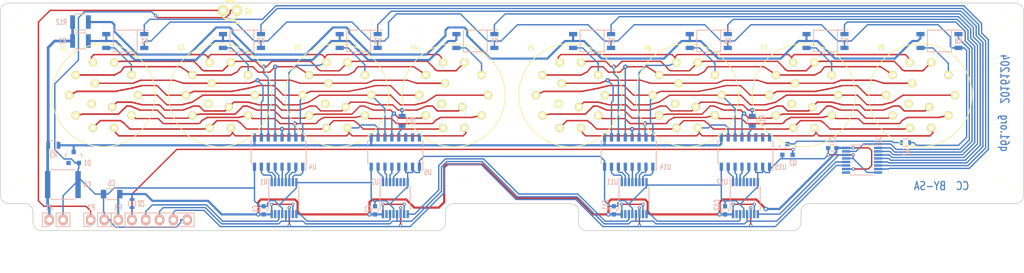
<source format=kicad_pcb>
(kicad_pcb (version 20171130) (host pcbnew "(5.1.12)-1")
  (title_block (title "Divergence Meter Nixie Board") (date 2017-02-19) (rev 0.20161231) (company q61.org) (comment 4 "License: CC BY-SA 4.0 International"))
  (layers (0 F.Cu signal) (31 B.Cu signal) (34 B.Paste user hide) (35 F.Paste user hide) (36 B.SilkS user) (37 F.SilkS user) (38 B.Mask user) (39 F.Mask user) (44 Edge.Cuts user))
  (net 0 "")
  (net 1 +3V3)
  (net 2 GND)
  (net 3 HT)
  (net 4 "Net-(K1-Pad3)")
  (net 5 /A1)
  (net 6 /A2)
  (net 7 /A3)
  (net 8 /A4)
  (net 9 /A5)
  (net 10 /A6)
  (net 11 /A7)
  (net 12 /A8)
  (net 13 "Net-(P2-Pad1)")
  (net 14 /APWM)
  (net 15 /RCLK)
  (net 16 /SCLK)
  (net 17 /SDIN)
  (net 18 "Net-(R4-Pad1)")
  (net 19 /KDP)
  (net 20 "Net-(U1-Pad9)")
  (net 21 /KN0)
  (net 22 /KN1)
  (net 23 /KN2)
  (net 24 /KN3)
  (net 25 /KN4)
  (net 26 /KN5)
  (net 27 /KN6)
  (net 28 "Net-(U2-Pad15)")
  (net 29 /KN7)
  (net 30 /KN8)
  (net 31 /KN9)
  (net 32 /KNDP)
  (net 33 "Net-(U3-Pad9)")
  (net 34 /K0)
  (net 35 /K1)
  (net 36 /K2)
  (net 37 /K3)
  (net 38 /K4)
  (net 39 /K5)
  (net 40 /K6)
  (net 41 /K7)
  (net 42 /K8)
  (net 43 /K9)
  (net 44 "Net-(U5-Pad14)")
  (net 45 "Net-(U5-Pad15)")
  (net 46 "Net-(U5-Pad16)")
  (net 47 "Net-(V1-Pad14)")
  (net 48 "Net-(V2-Pad14)")
  (net 49 "Net-(V3-Pad14)")
  (net 50 "Net-(V4-Pad14)")
  (net 51 "Net-(V5-Pad14)")
  (net 52 "Net-(V6-Pad14)")
  (net 53 "Net-(V7-Pad14)")
  (net 54 "Net-(V8-Pad14)")
  (net 55 /AN1)
  (net 56 /AN2)
  (net 57 /AN3)
  (net 58 /AN4)
  (net 59 /AN5)
  (net 60 /AN6)
  (net 61 /AN7)
  (net 62 /AN8)
  (net 63 "Net-(U1-Pad15)")
  (net 64 "Net-(U2-Pad5)")
  (net 65 "Net-(U2-Pad6)")
  (net 66 "Net-(U2-Pad7)")
  (net 67 "Net-(Q2-Pad3)")
  (net 68 "Net-(R14-Pad1)")
  (net 69 /KDP1)
  (net 70 "Net-(U11-Pad14)")
  (net 71 "Net-(U12-Pad9)")
  (net 72 /KN10)
  (net 73 /KN11)
  (net 74 /KN12)
  (net 75 /KN13)
  (net 76 /KN14)
  (net 77 /KN15)
  (net 78 /KN16)
  (net 79 "Net-(U11-Pad9)")
  (net 80 "Net-(U11-Pad15)")
  (net 81 /KN17)
  (net 82 /KN18)
  (net 83 /KN19)
  (net 84 /KNDP1)
  (net 85 "Net-(U12-Pad5)")
  (net 86 "Net-(U12-Pad6)")
  (net 87 "Net-(U12-Pad7)")
  (net 88 "Net-(U12-Pad15)")
  (net 89 /K10)
  (net 90 /K11)
  (net 91 /K12)
  (net 92 /K13)
  (net 93 /K14)
  (net 94 /K15)
  (net 95 /K16)
  (net 96 /K17)
  (net 97 /K18)
  (net 98 /K19)
  (net 99 "Net-(U15-Pad14)")
  (net 100 "Net-(U15-Pad15)")
  (net 101 "Net-(U15-Pad16)")
  (net 102 /VPREBIAS)
  (net 103 /ACOM0)
  (net 104 /ACOM1)
  (module q61:NL-902 (layer F.Cu) (at 154 70)
    (fp_text reference V5 (at -7.25 -8.75) (layer F.SilkS) (effects (font (size 1 0.7))))
    (fp_text value NL-841)
    (pad 1 thru_hole circle (at 1.962 6.039) (size 1.5 1.5) (drill 0.8) (layers *.Cu *.Mask F.SilkS) (net 96 /K17))
    (pad 2 thru_hole circle (at 5.137 3.732) (size 1.5 1.5) (drill 0.8) (layers *.Cu *.Mask F.SilkS) (net 94 /K15))
    (pad 3 thru_hole circle (at 6.35 0) (size 1.5 1.5) (drill 0.8) (layers *.Cu *.Mask F.SilkS) (net 97 /K18))
    (pad 4 thru_hole circle (at 5.137 -3.732) (size 1.5 1.5) (drill 0.8) (layers *.Cu *.Mask F.SilkS) (net 9 /A5))
    (pad 5 thru_hole circle (at 1.962 -6.039) (size 1.5 1.5) (drill 0.8) (layers *.Cu *.Mask F.SilkS) (net 90 /K11))
    (pad 6 thru_hole circle (at -1.962 -6.039) (size 1.5 1.5) (drill 0.8) (layers *.Cu *.Mask F.SilkS) (net 93 /K14))
    (pad 7 thru_hole circle (at -5.137 -3.732) (size 1.5 1.5) (drill 0.8) (layers *.Cu *.Mask F.SilkS) (net 91 /K12))
    (pad 8 thru_hole circle (at -6.35 0) (size 1.5 1.5) (drill 0.8) (layers *.Cu *.Mask F.SilkS) (net 95 /K16))
    (pad 9 thru_hole circle (at -5.137 3.732) (size 1.5 1.5) (drill 0.8) (layers *.Cu *.Mask F.SilkS) (net 98 /K19))
    (pad 10 thru_hole circle (at -1.962 6.039) (size 1.5 1.5) (drill 0.8) (layers *.Cu *.Mask F.SilkS) (net 92 /K13))
    (pad 13 thru_hole circle (at -1.587 -2.184) (size 1.5 1.5) (drill 0.8) (layers *.Cu *.Mask F.SilkS) (net 89 /K10))
    (pad 14 thru_hole circle (at -2.184 1.587) (size 1.5 1.5) (drill 0.8) (layers *.Cu *.Mask F.SilkS) (net 51 "Net-(V5-Pad14)"))
    (pad 11 thru_hole circle (at 1.587 2.184) (size 1.5 1.5) (drill 0.8) (layers *.Cu *.Mask F.SilkS) (net 69 /KDP1))
  )
  (module q61:Optocoupler_SOP6_4 (layer B.Cu) (at 115 60 180)
    (fp_text reference K3 (at -3.5 0 180) (layer B.SilkS) (effects (font (size 1 0.7)) (justify mirror)))
    (fp_text value TLP188)
    (pad 3 smd rect (at -3.5 -1.27 180) (size 1.5 0.8) (layers B.Cu B.Paste B.Mask) (net 4 "Net-(K1-Pad3)"))
    (pad 1 smd rect (at -3.5 1.27 180) (size 1.5 0.8) (layers B.Cu B.Paste B.Mask) (net 57 /AN3))
    (pad 6 smd rect (at 3.5 1.27 180) (size 1.5 0.8) (layers B.Cu B.Paste B.Mask) (net 103 /ACOM0))
    (pad 4 smd rect (at 3.5 -1.27 180) (size 1.5 0.8) (layers B.Cu B.Paste B.Mask) (net 7 /A3))
  )
  (module q61:OptoTr_TH_3mm_Pitch2.54mm (layer F.Cu) (at 91.275 54.35 270)
    (fp_text reference Q1 (at 0.15 -3.475) (layer F.SilkS) (effects (font (size 1 0.7))))
    (fp_text value OptTr)
    (fp_text user E (at 2.25 -1.25 270) (layer F.SilkS) (effects (font (size 1.1 0.8))))
    (pad 1 thru_hole oval (at 0 -1.27 270) (size 2 1.8) (drill 1.016) (layers *.Cu *.Mask F.SilkS) (net 2 GND))
    (pad 3 thru_hole oval (at 0 1.27 270) (size 2 1.8) (drill 1.016) (layers *.Cu *.Mask F.SilkS) (net 13 "Net-(P2-Pad1)"))
  )
  (module Pin_Headers:Pin_Header_Straight_1x02 (layer B.Cu) (at 58 93 270)
    (fp_text reference P1 (at -2.25 0) (layer B.SilkS) (effects (font (size 1 0.7)) (justify mirror)))
    (fp_text value HV)
    (pad 1 thru_hole oval (at 0 0 270) (size 2.032 1.7272) (drill 1.016) (layers *.Cu *.Mask B.SilkS) (net 3 HT))
    (pad 2 thru_hole oval (at 0 -2.54 270) (size 2.032 1.7272) (drill 1.016) (layers *.Cu *.Mask B.SilkS) (net 2 GND))
  )
  (module Pin_Headers:Pin_Header_Straight_1x02 (layer B.Cu) (at 65.62 93 270)
    (fp_text reference P2 (at -2.25 -0.13) (layer B.SilkS) (effects (font (size 1 0.7)) (justify mirror)))
    (fp_text value Opto)
    (pad 1 thru_hole oval (at 0 0 270) (size 2.032 1.7272) (drill 1.016) (layers *.Cu *.Mask B.SilkS) (net 13 "Net-(P2-Pad1)"))
    (pad 2 thru_hole oval (at 0 -2.54 270) (size 2.032 1.7272) (drill 1.016) (layers *.Cu *.Mask B.SilkS) (net 2 GND))
  )
  (module Pin_Headers:Pin_Header_Straight_1x06 (layer B.Cu) (at 70.7 93 270)
    (fp_text reference P3 (at -2.25 -0.05) (layer B.SilkS) (effects (font (size 1 0.7)) (justify mirror)))
    (fp_text value Signal)
    (pad 1 thru_hole oval (at 0 0 270) (size 2.032 1.7272) (drill 1.016) (layers *.Cu *.Mask B.SilkS) (net 1 +3V3))
    (pad 2 thru_hole oval (at 0 -2.54 270) (size 2.032 1.7272) (drill 1.016) (layers *.Cu *.Mask B.SilkS) (net 14 /APWM))
    (pad 3 thru_hole oval (at 0 -5.08 270) (size 2.032 1.7272) (drill 1.016) (layers *.Cu *.Mask B.SilkS) (net 17 /SDIN))
    (pad 4 thru_hole oval (at 0 -7.62 270) (size 2.032 1.7272) (drill 1.016) (layers *.Cu *.Mask B.SilkS) (net 15 /RCLK))
    (pad 5 thru_hole oval (at 0 -10.16 270) (size 2.032 1.7272) (drill 1.016) (layers *.Cu *.Mask B.SilkS) (net 16 /SCLK))
    (pad 6 thru_hole oval (at 0 -12.7 270) (size 2.032 1.7272) (drill 1.016) (layers *.Cu *.Mask B.SilkS) (net 2 GND))
  )
  (module Mounting_Holes:MountingHole_3mm (layer F.Cu) (at 134.5 86.5)
    (fp_text reference REF**_6 hide)
    (fp_text value MountingHole_3mm)
    (pad 1 np_thru_hole circle (at 0 0) (size 3 3) (drill 3) (layers *.Cu *.Mask F.SilkS))
  )
  (module q61:NL-902 (layer F.Cu) (at 68 70)
    (fp_text reference V1 (at -7.25 -8.75) (layer F.SilkS) (effects (font (size 1 0.7))))
    (fp_text value NL-841)
    (pad 1 thru_hole circle (at 1.962 6.039) (size 1.5 1.5) (drill 0.8) (layers *.Cu *.Mask F.SilkS) (net 41 /K7))
    (pad 2 thru_hole circle (at 5.137 3.732) (size 1.5 1.5) (drill 0.8) (layers *.Cu *.Mask F.SilkS) (net 39 /K5))
    (pad 3 thru_hole circle (at 6.35 0) (size 1.5 1.5) (drill 0.8) (layers *.Cu *.Mask F.SilkS) (net 42 /K8))
    (pad 4 thru_hole circle (at 5.137 -3.732) (size 1.5 1.5) (drill 0.8) (layers *.Cu *.Mask F.SilkS) (net 5 /A1))
    (pad 5 thru_hole circle (at 1.962 -6.039) (size 1.5 1.5) (drill 0.8) (layers *.Cu *.Mask F.SilkS) (net 35 /K1))
    (pad 6 thru_hole circle (at -1.962 -6.039) (size 1.5 1.5) (drill 0.8) (layers *.Cu *.Mask F.SilkS) (net 38 /K4))
    (pad 7 thru_hole circle (at -5.137 -3.732) (size 1.5 1.5) (drill 0.8) (layers *.Cu *.Mask F.SilkS) (net 36 /K2))
    (pad 8 thru_hole circle (at -6.35 0) (size 1.5 1.5) (drill 0.8) (layers *.Cu *.Mask F.SilkS) (net 40 /K6))
    (pad 9 thru_hole circle (at -5.137 3.732) (size 1.5 1.5) (drill 0.8) (layers *.Cu *.Mask F.SilkS) (net 43 /K9))
    (pad 10 thru_hole circle (at -1.962 6.039) (size 1.5 1.5) (drill 0.8) (layers *.Cu *.Mask F.SilkS) (net 37 /K3))
    (pad 13 thru_hole circle (at -1.587 -2.184) (size 1.5 1.5) (drill 0.8) (layers *.Cu *.Mask F.SilkS) (net 34 /K0))
    (pad 14 thru_hole circle (at -2.184 1.587) (size 1.5 1.5) (drill 0.8) (layers *.Cu *.Mask F.SilkS) (net 47 "Net-(V1-Pad14)"))
    (pad 11 thru_hole circle (at 1.587 2.184) (size 1.5 1.5) (drill 0.8) (layers *.Cu *.Mask F.SilkS) (net 19 /KDP))
  )
  (module Mounting_Holes:MountingHole_3mm (layer F.Cu) (at 125.5 58.75)
    (fp_text reference REF**_5 hide)
    (fp_text value MountingHole_3mm)
    (pad 1 np_thru_hole circle (at 0 0) (size 3 3) (drill 3) (layers *.Cu *.Mask F.SilkS))
  )
  (module Mounting_Holes:MountingHole_3mm (layer F.Cu) (at 234 86.5)
    (fp_text reference REF**_4 hide)
    (fp_text value MountingHole_3mm)
    (pad 1 np_thru_hole circle (at 0 0) (size 3 3) (drill 3) (layers *.Cu *.Mask F.SilkS))
  )
  (module Mounting_Holes:MountingHole_3mm (layer F.Cu) (at 52.5 86.5)
    (fp_text reference REF**_3 hide)
    (fp_text value MountingHole_3mm)
    (pad 1 np_thru_hole circle (at 0 0) (size 3 3) (drill 3) (layers *.Cu *.Mask F.SilkS))
  )
  (module Mounting_Holes:MountingHole_3mm (layer F.Cu) (at 52.5 56.5)
    (fp_text reference REF**_2 hide)
    (fp_text value MountingHole_3mm)
    (pad 1 np_thru_hole circle (at 0 0) (size 3 3) (drill 3) (layers *.Cu *.Mask F.SilkS))
  )
  (module q61:NL-902 (layer F.Cu) (at 89.5 70)
    (fp_text reference V2 (at -7.25 -8.75) (layer F.SilkS) (effects (font (size 1 0.7))))
    (fp_text value NL-841)
    (pad 1 thru_hole circle (at 1.962 6.039) (size 1.5 1.5) (drill 0.8) (layers *.Cu *.Mask F.SilkS) (net 41 /K7))
    (pad 2 thru_hole circle (at 5.137 3.732) (size 1.5 1.5) (drill 0.8) (layers *.Cu *.Mask F.SilkS) (net 39 /K5))
    (pad 3 thru_hole circle (at 6.35 0) (size 1.5 1.5) (drill 0.8) (layers *.Cu *.Mask F.SilkS) (net 42 /K8))
    (pad 4 thru_hole circle (at 5.137 -3.732) (size 1.5 1.5) (drill 0.8) (layers *.Cu *.Mask F.SilkS) (net 6 /A2))
    (pad 5 thru_hole circle (at 1.962 -6.039) (size 1.5 1.5) (drill 0.8) (layers *.Cu *.Mask F.SilkS) (net 35 /K1))
    (pad 6 thru_hole circle (at -1.962 -6.039) (size 1.5 1.5) (drill 0.8) (layers *.Cu *.Mask F.SilkS) (net 38 /K4))
    (pad 7 thru_hole circle (at -5.137 -3.732) (size 1.5 1.5) (drill 0.8) (layers *.Cu *.Mask F.SilkS) (net 36 /K2))
    (pad 8 thru_hole circle (at -6.35 0) (size 1.5 1.5) (drill 0.8) (layers *.Cu *.Mask F.SilkS) (net 40 /K6))
    (pad 9 thru_hole circle (at -5.137 3.732) (size 1.5 1.5) (drill 0.8) (layers *.Cu *.Mask F.SilkS) (net 43 /K9))
    (pad 10 thru_hole circle (at -1.962 6.039) (size 1.5 1.5) (drill 0.8) (layers *.Cu *.Mask F.SilkS) (net 37 /K3))
    (pad 13 thru_hole circle (at -1.587 -2.184) (size 1.5 1.5) (drill 0.8) (layers *.Cu *.Mask F.SilkS) (net 34 /K0))
    (pad 14 thru_hole circle (at -2.184 1.587) (size 1.5 1.5) (drill 0.8) (layers *.Cu *.Mask F.SilkS) (net 48 "Net-(V2-Pad14)"))
    (pad 11 thru_hole circle (at 1.587 2.184) (size 1.5 1.5) (drill 0.8) (layers *.Cu *.Mask F.SilkS) (net 19 /KDP))
  )
  (module Capacitors_SMD:C_0603 (layer B.Cu) (at 97.5 91.25 90)
    (fp_text reference C1 (at 0.25 -1.5 90) (layer B.SilkS) (effects (font (size 1 0.7)) (justify mirror)))
    (fp_text value 0.1u)
    (pad 1 smd rect (at -0.75 0 90) (size 0.8 0.75) (layers B.Cu B.Paste B.Mask) (net 1 +3V3))
    (pad 2 smd rect (at 0.75 0 90) (size 0.8 0.75) (layers B.Cu B.Paste B.Mask) (net 2 GND))
  )
  (module Capacitors_SMD:C_0603 (layer B.Cu) (at 118 91.25 90)
    (fp_text reference C2 (at 0.25 -1.25 90) (layer B.SilkS) (effects (font (size 1 0.7)) (justify mirror)))
    (fp_text value 0.1u)
    (pad 1 smd rect (at -0.75 0 90) (size 0.8 0.75) (layers B.Cu B.Paste B.Mask) (net 1 +3V3))
    (pad 2 smd rect (at 0.75 0 90) (size 0.8 0.75) (layers B.Cu B.Paste B.Mask) (net 2 GND))
  )
  (module Capacitors_SMD:C_0603 (layer B.Cu) (at 202.25 79.75 180)
    (fp_text reference C3 (at 0 1.5 180) (layer B.SilkS) (effects (font (size 1 0.7)) (justify mirror)))
    (fp_text value 0.1u)
    (pad 1 smd rect (at -0.75 0 180) (size 0.8 0.75) (layers B.Cu B.Paste B.Mask) (net 1 +3V3))
    (pad 2 smd rect (at 0.75 0 180) (size 0.8 0.75) (layers B.Cu B.Paste B.Mask) (net 2 GND))
  )
  (module Capacitors_SMD:C_2220 (layer B.Cu) (at 60.5 86.5)
    (fp_text reference C4 (at 4.5 0) (layer B.SilkS) (effects (font (size 1 0.7)) (justify mirror)))
    (fp_text value 1u250V)
    (pad 1 smd rect (at -2.8 0) (size 1 5) (layers B.Cu B.Paste B.Mask) (net 3 HT))
    (pad 2 smd rect (at 2.8 0) (size 1 5) (layers B.Cu B.Paste B.Mask) (net 2 GND))
  )
  (module TO_SOT_Packages_SMD:SOT-23 (layer B.Cu) (at 62.5 81.5 180)
    (fp_text reference D1 (at -2.5 -1 180) (layer B.SilkS) (effects (font (size 1 0.7)) (justify mirror)))
    (fp_text value 75V_SOT23)
    (pad 1 smd rect (at -0.95 -1.00076 180) (size 0.8001 0.8001) (layers B.Cu B.Paste B.Mask) (net 2 GND))
    (pad 2 smd rect (at 0.95 -1.00076 180) (size 0.8001 0.8001) (layers B.Cu B.Paste B.Mask))
    (pad 3 smd rect (at 0 0.99822 180) (size 0.8001 0.8001) (layers B.Cu B.Paste B.Mask) (net 102 /VPREBIAS))
  )
  (module q61:Optocoupler_SOP6_4 (layer B.Cu) (at 72 60 180)
    (fp_text reference K1 (at -3.5 0 180) (layer B.SilkS) (effects (font (size 1 0.7)) (justify mirror)))
    (fp_text value TLP188)
    (pad 3 smd rect (at -3.5 -1.27 180) (size 1.5 0.8) (layers B.Cu B.Paste B.Mask) (net 4 "Net-(K1-Pad3)"))
    (pad 1 smd rect (at -3.5 1.27 180) (size 1.5 0.8) (layers B.Cu B.Paste B.Mask) (net 55 /AN1))
    (pad 6 smd rect (at 3.5 1.27 180) (size 1.5 0.8) (layers B.Cu B.Paste B.Mask) (net 103 /ACOM0))
    (pad 4 smd rect (at 3.5 -1.27 180) (size 1.5 0.8) (layers B.Cu B.Paste B.Mask) (net 5 /A1))
  )
  (module q61:Optocoupler_SOP6_4 (layer B.Cu) (at 93.5 60 180)
    (fp_text reference K2 (at -3.5 0 180) (layer B.SilkS) (effects (font (size 1 0.7)) (justify mirror)))
    (fp_text value TLP188)
    (pad 3 smd rect (at -3.5 -1.27 180) (size 1.5 0.8) (layers B.Cu B.Paste B.Mask) (net 4 "Net-(K1-Pad3)"))
    (pad 1 smd rect (at -3.5 1.27 180) (size 1.5 0.8) (layers B.Cu B.Paste B.Mask) (net 56 /AN2))
    (pad 6 smd rect (at 3.5 1.27 180) (size 1.5 0.8) (layers B.Cu B.Paste B.Mask) (net 103 /ACOM0))
    (pad 4 smd rect (at 3.5 -1.27 180) (size 1.5 0.8) (layers B.Cu B.Paste B.Mask) (net 6 /A2))
  )
  (module q61:Optocoupler_SOP6_4 (layer B.Cu) (at 136.5 60 180)
    (fp_text reference K4 (at -3.5 0 180) (layer B.SilkS) (effects (font (size 1 0.7)) (justify mirror)))
    (fp_text value TLP188)
    (pad 3 smd rect (at -3.5 -1.27 180) (size 1.5 0.8) (layers B.Cu B.Paste B.Mask) (net 4 "Net-(K1-Pad3)"))
    (pad 1 smd rect (at -3.5 1.27 180) (size 1.5 0.8) (layers B.Cu B.Paste B.Mask) (net 58 /AN4))
    (pad 6 smd rect (at 3.5 1.27 180) (size 1.5 0.8) (layers B.Cu B.Paste B.Mask) (net 103 /ACOM0))
    (pad 4 smd rect (at 3.5 -1.27 180) (size 1.5 0.8) (layers B.Cu B.Paste B.Mask) (net 8 /A4))
  )
  (module q61:Optocoupler_SOP6_4 (layer B.Cu) (at 158 60 180)
    (fp_text reference K5 (at -3.5 0 180) (layer B.SilkS) (effects (font (size 1 0.7)) (justify mirror)))
    (fp_text value TLP188)
    (pad 3 smd rect (at -3.5 -1.27 180) (size 1.5 0.8) (layers B.Cu B.Paste B.Mask) (net 4 "Net-(K1-Pad3)"))
    (pad 1 smd rect (at -3.5 1.27 180) (size 1.5 0.8) (layers B.Cu B.Paste B.Mask) (net 59 /AN5))
    (pad 6 smd rect (at 3.5 1.27 180) (size 1.5 0.8) (layers B.Cu B.Paste B.Mask) (net 104 /ACOM1))
    (pad 4 smd rect (at 3.5 -1.27 180) (size 1.5 0.8) (layers B.Cu B.Paste B.Mask) (net 9 /A5))
  )
  (module q61:Optocoupler_SOP6_4 (layer B.Cu) (at 179.5 60 180)
    (fp_text reference K6 (at -3.5 0 180) (layer B.SilkS) (effects (font (size 1 0.7)) (justify mirror)))
    (fp_text value TLP188)
    (pad 3 smd rect (at -3.5 -1.27 180) (size 1.5 0.8) (layers B.Cu B.Paste B.Mask) (net 4 "Net-(K1-Pad3)"))
    (pad 1 smd rect (at -3.5 1.27 180) (size 1.5 0.8) (layers B.Cu B.Paste B.Mask) (net 60 /AN6))
    (pad 6 smd rect (at 3.5 1.27 180) (size 1.5 0.8) (layers B.Cu B.Paste B.Mask) (net 104 /ACOM1))
    (pad 4 smd rect (at 3.5 -1.27 180) (size 1.5 0.8) (layers B.Cu B.Paste B.Mask) (net 10 /A6))
  )
  (module q61:Optocoupler_SOP6_4 (layer B.Cu) (at 201 60 180)
    (fp_text reference K7 (at -3.5 0 180) (layer B.SilkS) (effects (font (size 1 0.7)) (justify mirror)))
    (fp_text value TLP188)
    (pad 3 smd rect (at -3.5 -1.27 180) (size 1.5 0.8) (layers B.Cu B.Paste B.Mask) (net 4 "Net-(K1-Pad3)"))
    (pad 1 smd rect (at -3.5 1.27 180) (size 1.5 0.8) (layers B.Cu B.Paste B.Mask) (net 61 /AN7))
    (pad 6 smd rect (at 3.5 1.27 180) (size 1.5 0.8) (layers B.Cu B.Paste B.Mask) (net 104 /ACOM1))
    (pad 4 smd rect (at 3.5 -1.27 180) (size 1.5 0.8) (layers B.Cu B.Paste B.Mask) (net 11 /A7))
  )
  (module q61:Optocoupler_SOP6_4 (layer B.Cu) (at 222 60 180)
    (fp_text reference K8 (at -3.5 0 180) (layer B.SilkS) (effects (font (size 1 0.7)) (justify mirror)))
    (fp_text value TLP188)
    (pad 3 smd rect (at -3.5 -1.27 180) (size 1.5 0.8) (layers B.Cu B.Paste B.Mask) (net 4 "Net-(K1-Pad3)"))
    (pad 1 smd rect (at -3.5 1.27 180) (size 1.5 0.8) (layers B.Cu B.Paste B.Mask) (net 62 /AN8))
    (pad 6 smd rect (at 3.5 1.27 180) (size 1.5 0.8) (layers B.Cu B.Paste B.Mask) (net 104 /ACOM1))
    (pad 4 smd rect (at 3.5 -1.27 180) (size 1.5 0.8) (layers B.Cu B.Paste B.Mask) (net 12 /A8))
  )
  (module Resistors_SMD:R_0603 (layer B.Cu) (at 215.75 78.75)
    (fp_text reference R1 (at 0 1.75) (layer B.SilkS) (effects (font (size 1 0.7)) (justify mirror)))
    (fp_text value 470)
    (pad 1 smd rect (at -0.75 0) (size 0.5 0.9) (layers B.Cu B.Paste B.Mask) (net 67 "Net-(Q2-Pad3)"))
    (pad 2 smd rect (at 0.75 0) (size 0.5 0.9) (layers B.Cu B.Paste B.Mask) (net 4 "Net-(K1-Pad3)"))
  )
  (module Resistors_SMD:R_1210 (layer B.Cu) (at 63.75 60)
    (fp_text reference R2 (at -3.25 0) (layer B.SilkS) (effects (font (size 1 0.7)) (justify mirror)))
    (fp_text value 3.3k)
    (pad 1 smd rect (at -1.45 0) (size 0.9 2.5) (layers B.Cu B.Paste B.Mask) (net 3 HT))
    (pad 2 smd rect (at 1.45 0) (size 0.9 2.5) (layers B.Cu B.Paste B.Mask) (net 103 /ACOM0))
  )
  (module Resistors_SMD:R_0805 (layer B.Cu) (at 58.75 79.25)
    (fp_text reference R3 (at 0 1.75) (layer B.SilkS) (effects (font (size 1 0.7)) (justify mirror)))
    (fp_text value 220k)
    (pad 1 smd rect (at -0.95 0) (size 0.7 1.3) (layers B.Cu B.Paste B.Mask) (net 3 HT))
    (pad 2 smd rect (at 0.95 0) (size 0.7 1.3) (layers B.Cu B.Paste B.Mask) (net 102 /VPREBIAS))
  )
  (module Resistors_SMD:R_0805 (layer B.Cu) (at 123 74.75 90)
    (fp_text reference R4 (at 0 2 90) (layer B.SilkS) (effects (font (size 1 0.7)) (justify mirror)))
    (fp_text value 47k)
    (pad 1 smd rect (at -0.95 0 90) (size 0.7 1.3) (layers B.Cu B.Paste B.Mask) (net 18 "Net-(R4-Pad1)"))
    (pad 2 smd rect (at 0.95 0 90) (size 0.7 1.3) (layers B.Cu B.Paste B.Mask) (net 19 /KDP))
  )
  (module Housings_SSOP:TSSOP-16_4.4x5mm_Pitch0.65mm (layer B.Cu) (at 101.25 89 270)
    (fp_text reference U1 (at -3 3.75) (layer B.SilkS) (effects (font (size 1 0.7)) (justify mirror)))
    (fp_text value 74HC595)
    (pad 1 smd rect (at -2.95 2.275 270) (size 1.5 0.45) (layers B.Cu B.Paste B.Mask) (net 21 /KN0))
    (pad 2 smd rect (at -2.95 1.625 270) (size 1.5 0.45) (layers B.Cu B.Paste B.Mask) (net 22 /KN1))
    (pad 3 smd rect (at -2.95 0.975 270) (size 1.5 0.45) (layers B.Cu B.Paste B.Mask) (net 23 /KN2))
    (pad 4 smd rect (at -2.95 0.325 270) (size 1.5 0.45) (layers B.Cu B.Paste B.Mask) (net 24 /KN3))
    (pad 5 smd rect (at -2.95 -0.325 270) (size 1.5 0.45) (layers B.Cu B.Paste B.Mask) (net 25 /KN4))
    (pad 6 smd rect (at -2.95 -0.975 270) (size 1.5 0.45) (layers B.Cu B.Paste B.Mask) (net 26 /KN5))
    (pad 7 smd rect (at -2.95 -1.625 270) (size 1.5 0.45) (layers B.Cu B.Paste B.Mask) (net 27 /KN6))
    (pad 8 smd rect (at -2.95 -2.275 270) (size 1.5 0.45) (layers B.Cu B.Paste B.Mask) (net 2 GND))
    (pad 9 smd rect (at 2.95 -2.275 270) (size 1.5 0.45) (layers B.Cu B.Paste B.Mask) (net 20 "Net-(U1-Pad9)"))
    (pad 10 smd rect (at 2.95 -1.625 270) (size 1.5 0.45) (layers B.Cu B.Paste B.Mask) (net 1 +3V3))
    (pad 11 smd rect (at 2.95 -0.975 270) (size 1.5 0.45) (layers B.Cu B.Paste B.Mask) (net 16 /SCLK))
    (pad 12 smd rect (at 2.95 -0.325 270) (size 1.5 0.45) (layers B.Cu B.Paste B.Mask) (net 15 /RCLK))
    (pad 13 smd rect (at 2.95 0.325 270) (size 1.5 0.45) (layers B.Cu B.Paste B.Mask) (net 2 GND))
    (pad 14 smd rect (at 2.95 0.975 270) (size 1.5 0.45) (layers B.Cu B.Paste B.Mask) (net 17 /SDIN))
    (pad 15 smd rect (at 2.95 1.625 270) (size 1.5 0.45) (layers B.Cu B.Paste B.Mask) (net 63 "Net-(U1-Pad15)"))
    (pad 16 smd rect (at 2.95 2.275 270) (size 1.5 0.45) (layers B.Cu B.Paste B.Mask) (net 1 +3V3))
  )
  (module Housings_SSOP:TSSOP-16_4.4x5mm_Pitch0.65mm (layer B.Cu) (at 121.75 89 270)
    (fp_text reference U2 (at -3 3.75) (layer B.SilkS) (effects (font (size 1 0.7)) (justify mirror)))
    (fp_text value 74HC595)
    (pad 1 smd rect (at -2.95 2.275 270) (size 1.5 0.45) (layers B.Cu B.Paste B.Mask) (net 29 /KN7))
    (pad 2 smd rect (at -2.95 1.625 270) (size 1.5 0.45) (layers B.Cu B.Paste B.Mask) (net 30 /KN8))
    (pad 3 smd rect (at -2.95 0.975 270) (size 1.5 0.45) (layers B.Cu B.Paste B.Mask) (net 31 /KN9))
    (pad 4 smd rect (at -2.95 0.325 270) (size 1.5 0.45) (layers B.Cu B.Paste B.Mask) (net 32 /KNDP))
    (pad 5 smd rect (at -2.95 -0.325 270) (size 1.5 0.45) (layers B.Cu B.Paste B.Mask) (net 64 "Net-(U2-Pad5)"))
    (pad 6 smd rect (at -2.95 -0.975 270) (size 1.5 0.45) (layers B.Cu B.Paste B.Mask) (net 65 "Net-(U2-Pad6)"))
    (pad 7 smd rect (at -2.95 -1.625 270) (size 1.5 0.45) (layers B.Cu B.Paste B.Mask) (net 66 "Net-(U2-Pad7)"))
    (pad 8 smd rect (at -2.95 -2.275 270) (size 1.5 0.45) (layers B.Cu B.Paste B.Mask) (net 2 GND))
    (pad 9 smd rect (at 2.95 -2.275 270) (size 1.5 0.45) (layers B.Cu B.Paste B.Mask) (net 70 "Net-(U11-Pad14)"))
    (pad 10 smd rect (at 2.95 -1.625 270) (size 1.5 0.45) (layers B.Cu B.Paste B.Mask) (net 1 +3V3))
    (pad 11 smd rect (at 2.95 -0.975 270) (size 1.5 0.45) (layers B.Cu B.Paste B.Mask) (net 16 /SCLK))
    (pad 12 smd rect (at 2.95 -0.325 270) (size 1.5 0.45) (layers B.Cu B.Paste B.Mask) (net 15 /RCLK))
    (pad 13 smd rect (at 2.95 0.325 270) (size 1.5 0.45) (layers B.Cu B.Paste B.Mask) (net 2 GND))
    (pad 14 smd rect (at 2.95 0.975 270) (size 1.5 0.45) (layers B.Cu B.Paste B.Mask) (net 20 "Net-(U1-Pad9)"))
    (pad 15 smd rect (at 2.95 1.625 270) (size 1.5 0.45) (layers B.Cu B.Paste B.Mask) (net 28 "Net-(U2-Pad15)"))
    (pad 16 smd rect (at 2.95 2.275 270) (size 1.5 0.45) (layers B.Cu B.Paste B.Mask) (net 1 +3V3))
  )
  (module Housings_SSOP:TSSOP-16_4.4x5mm_Pitch0.65mm (layer B.Cu) (at 207.75 82 180)
    (fp_text reference U3 (at -3 3.75 270) (layer B.SilkS) (effects (font (size 1 0.7)) (justify mirror)))
    (fp_text value 74HC595)
    (pad 1 smd rect (at -2.95 2.275 180) (size 1.5 0.45) (layers B.Cu B.Paste B.Mask) (net 61 /AN7))
    (pad 2 smd rect (at -2.95 1.625 180) (size 1.5 0.45) (layers B.Cu B.Paste B.Mask) (net 60 /AN6))
    (pad 3 smd rect (at -2.95 0.975 180) (size 1.5 0.45) (layers B.Cu B.Paste B.Mask) (net 59 /AN5))
    (pad 4 smd rect (at -2.95 0.325 180) (size 1.5 0.45) (layers B.Cu B.Paste B.Mask) (net 58 /AN4))
    (pad 5 smd rect (at -2.95 -0.325 180) (size 1.5 0.45) (layers B.Cu B.Paste B.Mask) (net 57 /AN3))
    (pad 6 smd rect (at -2.95 -0.975 180) (size 1.5 0.45) (layers B.Cu B.Paste B.Mask) (net 56 /AN2))
    (pad 7 smd rect (at -2.95 -1.625 180) (size 1.5 0.45) (layers B.Cu B.Paste B.Mask) (net 55 /AN1))
    (pad 8 smd rect (at -2.95 -2.275 180) (size 1.5 0.45) (layers B.Cu B.Paste B.Mask) (net 2 GND))
    (pad 9 smd rect (at 2.95 -2.275 180) (size 1.5 0.45) (layers B.Cu B.Paste B.Mask) (net 33 "Net-(U3-Pad9)"))
    (pad 10 smd rect (at 2.95 -1.625 180) (size 1.5 0.45) (layers B.Cu B.Paste B.Mask) (net 1 +3V3))
    (pad 11 smd rect (at 2.95 -0.975 180) (size 1.5 0.45) (layers B.Cu B.Paste B.Mask) (net 16 /SCLK))
    (pad 12 smd rect (at 2.95 -0.325 180) (size 1.5 0.45) (layers B.Cu B.Paste B.Mask) (net 15 /RCLK))
    (pad 13 smd rect (at 2.95 0.325 180) (size 1.5 0.45) (layers B.Cu B.Paste B.Mask) (net 2 GND))
    (pad 14 smd rect (at 2.95 0.975 180) (size 1.5 0.45) (layers B.Cu B.Paste B.Mask) (net 71 "Net-(U12-Pad9)"))
    (pad 15 smd rect (at 2.95 1.625 180) (size 1.5 0.45) (layers B.Cu B.Paste B.Mask) (net 62 /AN8))
    (pad 16 smd rect (at 2.95 2.275 180) (size 1.5 0.45) (layers B.Cu B.Paste B.Mask) (net 1 +3V3))
  )
  (module Housings_SOIC:SOIC-16_3.9x9.9mm_Pitch1.27mm (layer B.Cu) (at 100.25 80.5 90)
    (fp_text reference U4 (at -2.75 6.25 180) (layer B.SilkS) (effects (font (size 1 0.7)) (justify mirror)))
    (fp_text value SN75468)
    (pad 1 smd rect (at -2.7 4.445 90) (size 1.5 0.6) (layers B.Cu B.Paste B.Mask) (net 27 /KN6))
    (pad 2 smd rect (at -2.7 3.175 90) (size 1.5 0.6) (layers B.Cu B.Paste B.Mask) (net 26 /KN5))
    (pad 3 smd rect (at -2.7 1.905 90) (size 1.5 0.6) (layers B.Cu B.Paste B.Mask) (net 25 /KN4))
    (pad 4 smd rect (at -2.7 0.635 90) (size 1.5 0.6) (layers B.Cu B.Paste B.Mask) (net 24 /KN3))
    (pad 5 smd rect (at -2.7 -0.635 90) (size 1.5 0.6) (layers B.Cu B.Paste B.Mask) (net 23 /KN2))
    (pad 6 smd rect (at -2.7 -1.905 90) (size 1.5 0.6) (layers B.Cu B.Paste B.Mask) (net 22 /KN1))
    (pad 7 smd rect (at -2.7 -3.175 90) (size 1.5 0.6) (layers B.Cu B.Paste B.Mask) (net 21 /KN0))
    (pad 8 smd rect (at -2.7 -4.445 90) (size 1.5 0.6) (layers B.Cu B.Paste B.Mask) (net 2 GND))
    (pad 9 smd rect (at 2.7 -4.445 90) (size 1.5 0.6) (layers B.Cu B.Paste B.Mask) (net 102 /VPREBIAS))
    (pad 10 smd rect (at 2.7 -3.175 90) (size 1.5 0.6) (layers B.Cu B.Paste B.Mask) (net 34 /K0))
    (pad 11 smd rect (at 2.7 -1.905 90) (size 1.5 0.6) (layers B.Cu B.Paste B.Mask) (net 35 /K1))
    (pad 12 smd rect (at 2.7 -0.635 90) (size 1.5 0.6) (layers B.Cu B.Paste B.Mask) (net 36 /K2))
    (pad 13 smd rect (at 2.7 0.635 90) (size 1.5 0.6) (layers B.Cu B.Paste B.Mask) (net 37 /K3))
    (pad 14 smd rect (at 2.7 1.905 90) (size 1.5 0.6) (layers B.Cu B.Paste B.Mask) (net 38 /K4))
    (pad 15 smd rect (at 2.7 3.175 90) (size 1.5 0.6) (layers B.Cu B.Paste B.Mask) (net 39 /K5))
    (pad 16 smd rect (at 2.7 4.445 90) (size 1.5 0.6) (layers B.Cu B.Paste B.Mask) (net 40 /K6))
  )
  (module Housings_SOIC:SOIC-16_3.9x9.9mm_Pitch1.27mm (layer B.Cu) (at 121.75 80.5 90)
    (fp_text reference U5 (at -3.75 6 180) (layer B.SilkS) (effects (font (size 1 0.7)) (justify mirror)))
    (fp_text value SN75468)
    (pad 1 smd rect (at -2.7 4.445 90) (size 1.5 0.6) (layers B.Cu B.Paste B.Mask) (net 2 GND))
    (pad 2 smd rect (at -2.7 3.175 90) (size 1.5 0.6) (layers B.Cu B.Paste B.Mask) (net 2 GND))
    (pad 3 smd rect (at -2.7 1.905 90) (size 1.5 0.6) (layers B.Cu B.Paste B.Mask) (net 2 GND))
    (pad 4 smd rect (at -2.7 0.635 90) (size 1.5 0.6) (layers B.Cu B.Paste B.Mask) (net 32 /KNDP))
    (pad 5 smd rect (at -2.7 -0.635 90) (size 1.5 0.6) (layers B.Cu B.Paste B.Mask) (net 31 /KN9))
    (pad 6 smd rect (at -2.7 -1.905 90) (size 1.5 0.6) (layers B.Cu B.Paste B.Mask) (net 30 /KN8))
    (pad 7 smd rect (at -2.7 -3.175 90) (size 1.5 0.6) (layers B.Cu B.Paste B.Mask) (net 29 /KN7))
    (pad 8 smd rect (at -2.7 -4.445 90) (size 1.5 0.6) (layers B.Cu B.Paste B.Mask) (net 2 GND))
    (pad 9 smd rect (at 2.7 -4.445 90) (size 1.5 0.6) (layers B.Cu B.Paste B.Mask) (net 102 /VPREBIAS))
    (pad 10 smd rect (at 2.7 -3.175 90) (size 1.5 0.6) (layers B.Cu B.Paste B.Mask) (net 41 /K7))
    (pad 11 smd rect (at 2.7 -1.905 90) (size 1.5 0.6) (layers B.Cu B.Paste B.Mask) (net 42 /K8))
    (pad 12 smd rect (at 2.7 -0.635 90) (size 1.5 0.6) (layers B.Cu B.Paste B.Mask) (net 43 /K9))
    (pad 13 smd rect (at 2.7 0.635 90) (size 1.5 0.6) (layers B.Cu B.Paste B.Mask) (net 18 "Net-(R4-Pad1)"))
    (pad 14 smd rect (at 2.7 1.905 90) (size 1.5 0.6) (layers B.Cu B.Paste B.Mask) (net 44 "Net-(U5-Pad14)"))
    (pad 15 smd rect (at 2.7 3.175 90) (size 1.5 0.6) (layers B.Cu B.Paste B.Mask) (net 45 "Net-(U5-Pad15)"))
    (pad 16 smd rect (at 2.7 4.445 90) (size 1.5 0.6) (layers B.Cu B.Paste B.Mask) (net 46 "Net-(U5-Pad16)"))
  )
  (module q61:NL-902 (layer F.Cu) (at 218.5 70)
    (fp_text reference V8 (at -7.25 -8.75) (layer F.SilkS) (effects (font (size 1 0.7))))
    (fp_text value NL-841)
    (pad 1 thru_hole circle (at 1.962 6.039) (size 1.5 1.5) (drill 0.8) (layers *.Cu *.Mask F.SilkS) (net 96 /K17))
    (pad 2 thru_hole circle (at 5.137 3.732) (size 1.5 1.5) (drill 0.8) (layers *.Cu *.Mask F.SilkS) (net 94 /K15))
    (pad 3 thru_hole circle (at 6.35 0) (size 1.5 1.5) (drill 0.8) (layers *.Cu *.Mask F.SilkS) (net 97 /K18))
    (pad 4 thru_hole circle (at 5.137 -3.732) (size 1.5 1.5) (drill 0.8) (layers *.Cu *.Mask F.SilkS) (net 12 /A8))
    (pad 5 thru_hole circle (at 1.962 -6.039) (size 1.5 1.5) (drill 0.8) (layers *.Cu *.Mask F.SilkS) (net 90 /K11))
    (pad 6 thru_hole circle (at -1.962 -6.039) (size 1.5 1.5) (drill 0.8) (layers *.Cu *.Mask F.SilkS) (net 93 /K14))
    (pad 7 thru_hole circle (at -5.137 -3.732) (size 1.5 1.5) (drill 0.8) (layers *.Cu *.Mask F.SilkS) (net 91 /K12))
    (pad 8 thru_hole circle (at -6.35 0) (size 1.5 1.5) (drill 0.8) (layers *.Cu *.Mask F.SilkS) (net 95 /K16))
    (pad 9 thru_hole circle (at -5.137 3.732) (size 1.5 1.5) (drill 0.8) (layers *.Cu *.Mask F.SilkS) (net 98 /K19))
    (pad 10 thru_hole circle (at -1.962 6.039) (size 1.5 1.5) (drill 0.8) (layers *.Cu *.Mask F.SilkS) (net 92 /K13))
    (pad 13 thru_hole circle (at -1.587 -2.184) (size 1.5 1.5) (drill 0.8) (layers *.Cu *.Mask F.SilkS) (net 89 /K10))
    (pad 14 thru_hole circle (at -2.184 1.587) (size 1.5 1.5) (drill 0.8) (layers *.Cu *.Mask F.SilkS) (net 54 "Net-(V8-Pad14)"))
    (pad 11 thru_hole circle (at 1.587 2.184) (size 1.5 1.5) (drill 0.8) (layers *.Cu *.Mask F.SilkS) (net 69 /KDP1))
  )
  (module q61:NL-902 (layer F.Cu) (at 197 70)
    (fp_text reference V7 (at -7.25 -8.75) (layer F.SilkS) (effects (font (size 1 0.7))))
    (fp_text value NL-841)
    (pad 1 thru_hole circle (at 1.962 6.039) (size 1.5 1.5) (drill 0.8) (layers *.Cu *.Mask F.SilkS) (net 96 /K17))
    (pad 2 thru_hole circle (at 5.137 3.732) (size 1.5 1.5) (drill 0.8) (layers *.Cu *.Mask F.SilkS) (net 94 /K15))
    (pad 3 thru_hole circle (at 6.35 0) (size 1.5 1.5) (drill 0.8) (layers *.Cu *.Mask F.SilkS) (net 97 /K18))
    (pad 4 thru_hole circle (at 5.137 -3.732) (size 1.5 1.5) (drill 0.8) (layers *.Cu *.Mask F.SilkS) (net 11 /A7))
    (pad 5 thru_hole circle (at 1.962 -6.039) (size 1.5 1.5) (drill 0.8) (layers *.Cu *.Mask F.SilkS) (net 90 /K11))
    (pad 6 thru_hole circle (at -1.962 -6.039) (size 1.5 1.5) (drill 0.8) (layers *.Cu *.Mask F.SilkS) (net 93 /K14))
    (pad 7 thru_hole circle (at -5.137 -3.732) (size 1.5 1.5) (drill 0.8) (layers *.Cu *.Mask F.SilkS) (net 91 /K12))
    (pad 8 thru_hole circle (at -6.35 0) (size 1.5 1.5) (drill 0.8) (layers *.Cu *.Mask F.SilkS) (net 95 /K16))
    (pad 9 thru_hole circle (at -5.137 3.732) (size 1.5 1.5) (drill 0.8) (layers *.Cu *.Mask F.SilkS) (net 98 /K19))
    (pad 10 thru_hole circle (at -1.962 6.039) (size 1.5 1.5) (drill 0.8) (layers *.Cu *.Mask F.SilkS) (net 92 /K13))
    (pad 13 thru_hole circle (at -1.587 -2.184) (size 1.5 1.5) (drill 0.8) (layers *.Cu *.Mask F.SilkS) (net 89 /K10))
    (pad 14 thru_hole circle (at -2.184 1.587) (size 1.5 1.5) (drill 0.8) (layers *.Cu *.Mask F.SilkS) (net 53 "Net-(V7-Pad14)"))
    (pad 11 thru_hole circle (at 1.587 2.184) (size 1.5 1.5) (drill 0.8) (layers *.Cu *.Mask F.SilkS) (net 69 /KDP1))
  )
  (module q61:NL-902 (layer F.Cu) (at 175.5 70)
    (fp_text reference V6 (at -7.25 -8.75) (layer F.SilkS) (effects (font (size 1 0.7))))
    (fp_text value NL-841)
    (pad 1 thru_hole circle (at 1.962 6.039) (size 1.5 1.5) (drill 0.8) (layers *.Cu *.Mask F.SilkS) (net 96 /K17))
    (pad 2 thru_hole circle (at 5.137 3.732) (size 1.5 1.5) (drill 0.8) (layers *.Cu *.Mask F.SilkS) (net 94 /K15))
    (pad 3 thru_hole circle (at 6.35 0) (size 1.5 1.5) (drill 0.8) (layers *.Cu *.Mask F.SilkS) (net 97 /K18))
    (pad 4 thru_hole circle (at 5.137 -3.732) (size 1.5 1.5) (drill 0.8) (layers *.Cu *.Mask F.SilkS) (net 10 /A6))
    (pad 5 thru_hole circle (at 1.962 -6.039) (size 1.5 1.5) (drill 0.8) (layers *.Cu *.Mask F.SilkS) (net 90 /K11))
    (pad 6 thru_hole circle (at -1.962 -6.039) (size 1.5 1.5) (drill 0.8) (layers *.Cu *.Mask F.SilkS) (net 93 /K14))
    (pad 7 thru_hole circle (at -5.137 -3.732) (size 1.5 1.5) (drill 0.8) (layers *.Cu *.Mask F.SilkS) (net 91 /K12))
    (pad 8 thru_hole circle (at -6.35 0) (size 1.5 1.5) (drill 0.8) (layers *.Cu *.Mask F.SilkS) (net 95 /K16))
    (pad 9 thru_hole circle (at -5.137 3.732) (size 1.5 1.5) (drill 0.8) (layers *.Cu *.Mask F.SilkS) (net 98 /K19))
    (pad 10 thru_hole circle (at -1.962 6.039) (size 1.5 1.5) (drill 0.8) (layers *.Cu *.Mask F.SilkS) (net 92 /K13))
    (pad 13 thru_hole circle (at -1.587 -2.184) (size 1.5 1.5) (drill 0.8) (layers *.Cu *.Mask F.SilkS) (net 89 /K10))
    (pad 14 thru_hole circle (at -2.184 1.587) (size 1.5 1.5) (drill 0.8) (layers *.Cu *.Mask F.SilkS) (net 52 "Net-(V6-Pad14)"))
    (pad 11 thru_hole circle (at 1.587 2.184) (size 1.5 1.5) (drill 0.8) (layers *.Cu *.Mask F.SilkS) (net 69 /KDP1))
  )
  (module q61:NL-902 (layer F.Cu) (at 132.5 70)
    (fp_text reference V4 (at -7.25 -8.75) (layer F.SilkS) (effects (font (size 1 0.7))))
    (fp_text value NL-841)
    (pad 1 thru_hole circle (at 1.962 6.039) (size 1.5 1.5) (drill 0.8) (layers *.Cu *.Mask F.SilkS) (net 41 /K7))
    (pad 2 thru_hole circle (at 5.137 3.732) (size 1.5 1.5) (drill 0.8) (layers *.Cu *.Mask F.SilkS) (net 39 /K5))
    (pad 3 thru_hole circle (at 6.35 0) (size 1.5 1.5) (drill 0.8) (layers *.Cu *.Mask F.SilkS) (net 42 /K8))
    (pad 4 thru_hole circle (at 5.137 -3.732) (size 1.5 1.5) (drill 0.8) (layers *.Cu *.Mask F.SilkS) (net 8 /A4))
    (pad 5 thru_hole circle (at 1.962 -6.039) (size 1.5 1.5) (drill 0.8) (layers *.Cu *.Mask F.SilkS) (net 35 /K1))
    (pad 6 thru_hole circle (at -1.962 -6.039) (size 1.5 1.5) (drill 0.8) (layers *.Cu *.Mask F.SilkS) (net 38 /K4))
    (pad 7 thru_hole circle (at -5.137 -3.732) (size 1.5 1.5) (drill 0.8) (layers *.Cu *.Mask F.SilkS) (net 36 /K2))
    (pad 8 thru_hole circle (at -6.35 0) (size 1.5 1.5) (drill 0.8) (layers *.Cu *.Mask F.SilkS) (net 40 /K6))
    (pad 9 thru_hole circle (at -5.137 3.732) (size 1.5 1.5) (drill 0.8) (layers *.Cu *.Mask F.SilkS) (net 43 /K9))
    (pad 10 thru_hole circle (at -1.962 6.039) (size 1.5 1.5) (drill 0.8) (layers *.Cu *.Mask F.SilkS) (net 37 /K3))
    (pad 13 thru_hole circle (at -1.587 -2.184) (size 1.5 1.5) (drill 0.8) (layers *.Cu *.Mask F.SilkS) (net 34 /K0))
    (pad 14 thru_hole circle (at -2.184 1.587) (size 1.5 1.5) (drill 0.8) (layers *.Cu *.Mask F.SilkS) (net 50 "Net-(V4-Pad14)"))
    (pad 11 thru_hole circle (at 1.587 2.184) (size 1.5 1.5) (drill 0.8) (layers *.Cu *.Mask F.SilkS) (net 19 /KDP))
  )
  (module q61:NL-902 (layer F.Cu) (at 111 70)
    (fp_text reference V3 (at -7.25 -8.75) (layer F.SilkS) (effects (font (size 1 0.7))))
    (fp_text value NL-841)
    (pad 1 thru_hole circle (at 1.962 6.039) (size 1.5 1.5) (drill 0.8) (layers *.Cu *.Mask F.SilkS) (net 41 /K7))
    (pad 2 thru_hole circle (at 5.137 3.732) (size 1.5 1.5) (drill 0.8) (layers *.Cu *.Mask F.SilkS) (net 39 /K5))
    (pad 3 thru_hole circle (at 6.35 0) (size 1.5 1.5) (drill 0.8) (layers *.Cu *.Mask F.SilkS) (net 42 /K8))
    (pad 4 thru_hole circle (at 5.137 -3.732) (size 1.5 1.5) (drill 0.8) (layers *.Cu *.Mask F.SilkS) (net 7 /A3))
    (pad 5 thru_hole circle (at 1.962 -6.039) (size 1.5 1.5) (drill 0.8) (layers *.Cu *.Mask F.SilkS) (net 35 /K1))
    (pad 6 thru_hole circle (at -1.962 -6.039) (size 1.5 1.5) (drill 0.8) (layers *.Cu *.Mask F.SilkS) (net 38 /K4))
    (pad 7 thru_hole circle (at -5.137 -3.732) (size 1.5 1.5) (drill 0.8) (layers *.Cu *.Mask F.SilkS) (net 36 /K2))
    (pad 8 thru_hole circle (at -6.35 0) (size 1.5 1.5) (drill 0.8) (layers *.Cu *.Mask F.SilkS) (net 40 /K6))
    (pad 9 thru_hole circle (at -5.137 3.732) (size 1.5 1.5) (drill 0.8) (layers *.Cu *.Mask F.SilkS) (net 43 /K9))
    (pad 10 thru_hole circle (at -1.962 6.039) (size 1.5 1.5) (drill 0.8) (layers *.Cu *.Mask F.SilkS) (net 37 /K3))
    (pad 13 thru_hole circle (at -1.587 -2.184) (size 1.5 1.5) (drill 0.8) (layers *.Cu *.Mask F.SilkS) (net 34 /K0))
    (pad 14 thru_hole circle (at -2.184 1.587) (size 1.5 1.5) (drill 0.8) (layers *.Cu *.Mask F.SilkS) (net 49 "Net-(V3-Pad14)"))
    (pad 11 thru_hole circle (at 1.587 2.184) (size 1.5 1.5) (drill 0.8) (layers *.Cu *.Mask F.SilkS) (net 19 /KDP))
  )
  (module Mounting_Holes:MountingHole_3mm (layer F.Cu) (at 234 56.5)
    (fp_text reference REF** hide)
    (fp_text value MountingHole_3mm)
    (pad 1 np_thru_hole circle (at 0 0) (size 3 3) (drill 3) (layers *.Cu *.Mask F.SilkS))
  )
  (module Capacitors_SMD:C_1206 (layer B.Cu) (at 69.5 88.25 180)
    (fp_text reference C5 (at 0 2 180) (layer B.SilkS) (effects (font (size 1 0.7)) (justify mirror)))
    (fp_text value 10u)
    (pad 1 smd rect (at -1.5 0 180) (size 1 1.6) (layers B.Cu B.Paste B.Mask) (net 1 +3V3))
    (pad 2 smd rect (at 1.5 0 180) (size 1 1.6) (layers B.Cu B.Paste B.Mask) (net 2 GND))
  )
  (module TO_SOT_Packages_SMD:SOT-23 (layer B.Cu) (at 194 80 180)
    (fp_text reference Q2 (at -1 -2.5 180) (layer B.SilkS) (effects (font (size 1 0.7)) (justify mirror)))
    (fp_text value 2N7002)
    (pad 1 smd rect (at -0.95 -1.00076 180) (size 0.8001 0.8001) (layers B.Cu B.Paste B.Mask) (net 14 /APWM))
    (pad 2 smd rect (at 0.95 -1.00076 180) (size 0.8001 0.8001) (layers B.Cu B.Paste B.Mask) (net 2 GND))
    (pad 3 smd rect (at 0 0.99822 180) (size 0.8001 0.8001) (layers B.Cu B.Paste B.Mask) (net 67 "Net-(Q2-Pad3)"))
  )
  (module Resistors_SMD:R_0603 (layer B.Cu) (at 73.25 90 270)
    (fp_text reference R5 (at 0 -1.75 270) (layer B.SilkS) (effects (font (size 1 0.7)) (justify mirror)))
    (fp_text value 100k)
    (pad 1 smd rect (at -0.75 0 270) (size 0.5 0.9) (layers B.Cu B.Paste B.Mask) (net 1 +3V3))
    (pad 2 smd rect (at 0.75 0 270) (size 0.5 0.9) (layers B.Cu B.Paste B.Mask) (net 14 /APWM))
  )
  (module Capacitors_SMD:C_0603 (layer B.Cu) (at 162 91.25 90)
    (fp_text reference C11 (at 1 -1.5 90) (layer B.SilkS) (effects (font (size 1 0.7)) (justify mirror)))
    (fp_text value 0.1u)
    (pad 1 smd rect (at -0.75 0 90) (size 0.8 0.75) (layers B.Cu B.Paste B.Mask) (net 1 +3V3))
    (pad 2 smd rect (at 0.75 0 90) (size 0.8 0.75) (layers B.Cu B.Paste B.Mask) (net 2 GND))
  )
  (module Capacitors_SMD:C_0603 (layer B.Cu) (at 182.5 91.25 90)
    (fp_text reference C12 (at 1 -1.5 90) (layer B.SilkS) (effects (font (size 1 0.7)) (justify mirror)))
    (fp_text value 0.1u)
    (pad 1 smd rect (at -0.75 0 90) (size 0.8 0.75) (layers B.Cu B.Paste B.Mask) (net 1 +3V3))
    (pad 2 smd rect (at 0.75 0 90) (size 0.8 0.75) (layers B.Cu B.Paste B.Mask) (net 2 GND))
  )
  (module Resistors_SMD:R_1210 (layer B.Cu) (at 63.75 56.5)
    (fp_text reference R12 (at -3.5 0) (layer B.SilkS) (effects (font (size 1 0.7)) (justify mirror)))
    (fp_text value 3.3k)
    (pad 1 smd rect (at -1.45 0) (size 0.9 2.5) (layers B.Cu B.Paste B.Mask) (net 3 HT))
    (pad 2 smd rect (at 1.45 0) (size 0.9 2.5) (layers B.Cu B.Paste B.Mask) (net 104 /ACOM1))
  )
  (module Resistors_SMD:R_0805 (layer B.Cu) (at 187.5 74.75 90)
    (fp_text reference R14 (at 0.05 1.875 90) (layer B.SilkS) (effects (font (size 1 0.7)) (justify mirror)))
    (fp_text value 47k)
    (pad 1 smd rect (at -0.95 0 90) (size 0.7 1.3) (layers B.Cu B.Paste B.Mask) (net 68 "Net-(R14-Pad1)"))
    (pad 2 smd rect (at 0.95 0 90) (size 0.7 1.3) (layers B.Cu B.Paste B.Mask) (net 69 /KDP1))
  )
  (module Housings_SSOP:TSSOP-16_4.4x5mm_Pitch0.65mm (layer B.Cu) (at 165.75 89 270)
    (fp_text reference U11 (at -3 4) (layer B.SilkS) (effects (font (size 1 0.7)) (justify mirror)))
    (fp_text value 74HC595)
    (pad 1 smd rect (at -2.95 2.275 270) (size 1.5 0.45) (layers B.Cu B.Paste B.Mask) (net 72 /KN10))
    (pad 2 smd rect (at -2.95 1.625 270) (size 1.5 0.45) (layers B.Cu B.Paste B.Mask) (net 73 /KN11))
    (pad 3 smd rect (at -2.95 0.975 270) (size 1.5 0.45) (layers B.Cu B.Paste B.Mask) (net 74 /KN12))
    (pad 4 smd rect (at -2.95 0.325 270) (size 1.5 0.45) (layers B.Cu B.Paste B.Mask) (net 75 /KN13))
    (pad 5 smd rect (at -2.95 -0.325 270) (size 1.5 0.45) (layers B.Cu B.Paste B.Mask) (net 76 /KN14))
    (pad 6 smd rect (at -2.95 -0.975 270) (size 1.5 0.45) (layers B.Cu B.Paste B.Mask) (net 77 /KN15))
    (pad 7 smd rect (at -2.95 -1.625 270) (size 1.5 0.45) (layers B.Cu B.Paste B.Mask) (net 78 /KN16))
    (pad 8 smd rect (at -2.95 -2.275 270) (size 1.5 0.45) (layers B.Cu B.Paste B.Mask) (net 2 GND))
    (pad 9 smd rect (at 2.95 -2.275 270) (size 1.5 0.45) (layers B.Cu B.Paste B.Mask) (net 79 "Net-(U11-Pad9)"))
    (pad 10 smd rect (at 2.95 -1.625 270) (size 1.5 0.45) (layers B.Cu B.Paste B.Mask) (net 1 +3V3))
    (pad 11 smd rect (at 2.95 -0.975 270) (size 1.5 0.45) (layers B.Cu B.Paste B.Mask) (net 16 /SCLK))
    (pad 12 smd rect (at 2.95 -0.325 270) (size 1.5 0.45) (layers B.Cu B.Paste B.Mask) (net 15 /RCLK))
    (pad 13 smd rect (at 2.95 0.325 270) (size 1.5 0.45) (layers B.Cu B.Paste B.Mask) (net 2 GND))
    (pad 14 smd rect (at 2.95 0.975 270) (size 1.5 0.45) (layers B.Cu B.Paste B.Mask) (net 70 "Net-(U11-Pad14)"))
    (pad 15 smd rect (at 2.95 1.625 270) (size 1.5 0.45) (layers B.Cu B.Paste B.Mask) (net 80 "Net-(U11-Pad15)"))
    (pad 16 smd rect (at 2.95 2.275 270) (size 1.5 0.45) (layers B.Cu B.Paste B.Mask) (net 1 +3V3))
  )
  (module Housings_SSOP:TSSOP-16_4.4x5mm_Pitch0.65mm (layer B.Cu) (at 186.25 89 270)
    (fp_text reference U12 (at -3 4.25) (layer B.SilkS) (effects (font (size 1 0.7)) (justify mirror)))
    (fp_text value 74HC595)
    (pad 1 smd rect (at -2.95 2.275 270) (size 1.5 0.45) (layers B.Cu B.Paste B.Mask) (net 81 /KN17))
    (pad 2 smd rect (at -2.95 1.625 270) (size 1.5 0.45) (layers B.Cu B.Paste B.Mask) (net 82 /KN18))
    (pad 3 smd rect (at -2.95 0.975 270) (size 1.5 0.45) (layers B.Cu B.Paste B.Mask) (net 83 /KN19))
    (pad 4 smd rect (at -2.95 0.325 270) (size 1.5 0.45) (layers B.Cu B.Paste B.Mask) (net 84 /KNDP1))
    (pad 5 smd rect (at -2.95 -0.325 270) (size 1.5 0.45) (layers B.Cu B.Paste B.Mask) (net 85 "Net-(U12-Pad5)"))
    (pad 6 smd rect (at -2.95 -0.975 270) (size 1.5 0.45) (layers B.Cu B.Paste B.Mask) (net 86 "Net-(U12-Pad6)"))
    (pad 7 smd rect (at -2.95 -1.625 270) (size 1.5 0.45) (layers B.Cu B.Paste B.Mask) (net 87 "Net-(U12-Pad7)"))
    (pad 8 smd rect (at -2.95 -2.275 270) (size 1.5 0.45) (layers B.Cu B.Paste B.Mask) (net 2 GND))
    (pad 9 smd rect (at 2.95 -2.275 270) (size 1.5 0.45) (layers B.Cu B.Paste B.Mask) (net 71 "Net-(U12-Pad9)"))
    (pad 10 smd rect (at 2.95 -1.625 270) (size 1.5 0.45) (layers B.Cu B.Paste B.Mask) (net 1 +3V3))
    (pad 11 smd rect (at 2.95 -0.975 270) (size 1.5 0.45) (layers B.Cu B.Paste B.Mask) (net 16 /SCLK))
    (pad 12 smd rect (at 2.95 -0.325 270) (size 1.5 0.45) (layers B.Cu B.Paste B.Mask) (net 15 /RCLK))
    (pad 13 smd rect (at 2.95 0.325 270) (size 1.5 0.45) (layers B.Cu B.Paste B.Mask) (net 2 GND))
    (pad 14 smd rect (at 2.95 0.975 270) (size 1.5 0.45) (layers B.Cu B.Paste B.Mask) (net 79 "Net-(U11-Pad9)"))
    (pad 15 smd rect (at 2.95 1.625 270) (size 1.5 0.45) (layers B.Cu B.Paste B.Mask) (net 88 "Net-(U12-Pad15)"))
    (pad 16 smd rect (at 2.95 2.275 270) (size 1.5 0.45) (layers B.Cu B.Paste B.Mask) (net 1 +3V3))
  )
  (module Housings_SOIC:SOIC-16_3.9x9.9mm_Pitch1.27mm (layer B.Cu) (at 164.75 80.5 90)
    (fp_text reference U14 (at -2.75 6.75 180) (layer B.SilkS) (effects (font (size 1 0.7)) (justify mirror)))
    (fp_text value SN75468)
    (pad 1 smd rect (at -2.7 4.445 90) (size 1.5 0.6) (layers B.Cu B.Paste B.Mask) (net 78 /KN16))
    (pad 2 smd rect (at -2.7 3.175 90) (size 1.5 0.6) (layers B.Cu B.Paste B.Mask) (net 77 /KN15))
    (pad 3 smd rect (at -2.7 1.905 90) (size 1.5 0.6) (layers B.Cu B.Paste B.Mask) (net 76 /KN14))
    (pad 4 smd rect (at -2.7 0.635 90) (size 1.5 0.6) (layers B.Cu B.Paste B.Mask) (net 75 /KN13))
    (pad 5 smd rect (at -2.7 -0.635 90) (size 1.5 0.6) (layers B.Cu B.Paste B.Mask) (net 74 /KN12))
    (pad 6 smd rect (at -2.7 -1.905 90) (size 1.5 0.6) (layers B.Cu B.Paste B.Mask) (net 73 /KN11))
    (pad 7 smd rect (at -2.7 -3.175 90) (size 1.5 0.6) (layers B.Cu B.Paste B.Mask) (net 72 /KN10))
    (pad 8 smd rect (at -2.7 -4.445 90) (size 1.5 0.6) (layers B.Cu B.Paste B.Mask) (net 2 GND))
    (pad 9 smd rect (at 2.7 -4.445 90) (size 1.5 0.6) (layers B.Cu B.Paste B.Mask) (net 102 /VPREBIAS))
    (pad 10 smd rect (at 2.7 -3.175 90) (size 1.5 0.6) (layers B.Cu B.Paste B.Mask) (net 89 /K10))
    (pad 11 smd rect (at 2.7 -1.905 90) (size 1.5 0.6) (layers B.Cu B.Paste B.Mask) (net 90 /K11))
    (pad 12 smd rect (at 2.7 -0.635 90) (size 1.5 0.6) (layers B.Cu B.Paste B.Mask) (net 91 /K12))
    (pad 13 smd rect (at 2.7 0.635 90) (size 1.5 0.6) (layers B.Cu B.Paste B.Mask) (net 92 /K13))
    (pad 14 smd rect (at 2.7 1.905 90) (size 1.5 0.6) (layers B.Cu B.Paste B.Mask) (net 93 /K14))
    (pad 15 smd rect (at 2.7 3.175 90) (size 1.5 0.6) (layers B.Cu B.Paste B.Mask) (net 94 /K15))
    (pad 16 smd rect (at 2.7 4.445 90) (size 1.5 0.6) (layers B.Cu B.Paste B.Mask) (net 95 /K16))
  )
  (module Housings_SOIC:SOIC-16_3.9x9.9mm_Pitch1.27mm (layer B.Cu) (at 186.25 80.5 90)
    (fp_text reference U15 (at -2.75 6.5 180) (layer B.SilkS) (effects (font (size 1 0.7)) (justify mirror)))
    (fp_text value SN75468)
    (pad 1 smd rect (at -2.7 4.445 90) (size 1.5 0.6) (layers B.Cu B.Paste B.Mask) (net 2 GND))
    (pad 2 smd rect (at -2.7 3.175 90) (size 1.5 0.6) (layers B.Cu B.Paste B.Mask) (net 2 GND))
    (pad 3 smd rect (at -2.7 1.905 90) (size 1.5 0.6) (layers B.Cu B.Paste B.Mask) (net 2 GND))
    (pad 4 smd rect (at -2.7 0.635 90) (size 1.5 0.6) (layers B.Cu B.Paste B.Mask) (net 84 /KNDP1))
    (pad 5 smd rect (at -2.7 -0.635 90) (size 1.5 0.6) (layers B.Cu B.Paste B.Mask) (net 83 /KN19))
    (pad 6 smd rect (at -2.7 -1.905 90) (size 1.5 0.6) (layers B.Cu B.Paste B.Mask) (net 82 /KN18))
    (pad 7 smd rect (at -2.7 -3.175 90) (size 1.5 0.6) (layers B.Cu B.Paste B.Mask) (net 81 /KN17))
    (pad 8 smd rect (at -2.7 -4.445 90) (size 1.5 0.6) (layers B.Cu B.Paste B.Mask) (net 2 GND))
    (pad 9 smd rect (at 2.7 -4.445 90) (size 1.5 0.6) (layers B.Cu B.Paste B.Mask) (net 102 /VPREBIAS))
    (pad 10 smd rect (at 2.7 -3.175 90) (size 1.5 0.6) (layers B.Cu B.Paste B.Mask) (net 96 /K17))
    (pad 11 smd rect (at 2.7 -1.905 90) (size 1.5 0.6) (layers B.Cu B.Paste B.Mask) (net 97 /K18))
    (pad 12 smd rect (at 2.7 -0.635 90) (size 1.5 0.6) (layers B.Cu B.Paste B.Mask) (net 98 /K19))
    (pad 13 smd rect (at 2.7 0.635 90) (size 1.5 0.6) (layers B.Cu B.Paste B.Mask) (net 68 "Net-(R14-Pad1)"))
    (pad 14 smd rect (at 2.7 1.905 90) (size 1.5 0.6) (layers B.Cu B.Paste B.Mask) (net 99 "Net-(U15-Pad14)"))
    (pad 15 smd rect (at 2.7 3.175 90) (size 1.5 0.6) (layers B.Cu B.Paste B.Mask) (net 100 "Net-(U15-Pad15)"))
    (pad 16 smd rect (at 2.7 4.445 90) (size 1.5 0.6) (layers B.Cu B.Paste B.Mask) (net 101 "Net-(U15-Pad16)"))
  )
  (gr_text BY-SA (at 220.25 86.75) (layer B.Cu) (effects (font (size 1.5 1.2) (thickness 0.2)) (justify mirror)))
  (gr_text CC (at 226.25 86.75) (layer B.Cu) (effects (font (size 1.5 1.2) (thickness 0.2)) (justify mirror)))
  (gr_text 20161204 (at 234 67 270) (layer B.Cu) (effects (font (size 1.5 1.2) (thickness 0.2)) (justify mirror)))
  (gr_text q61.org (at 234 77 270) (layer B.Cu) (effects (font (size 1.5 1.2) (thickness 0.2)) (justify mirror)))
  (gr_line (start 236 90) (end 198 90) (angle 90) (layer Edge.Cuts) (width 0.15))
  (gr_line (start 195 95) (end 157 95) (angle 90) (layer Edge.Cuts) (width 0.15))
  (gr_line (start 196.5 93.5) (end 196.5 91.5) (angle 90) (layer Edge.Cuts) (width 0.15))
  (gr_line (start 155.5 91.5) (end 155.5 93.5) (angle 90) (layer Edge.Cuts) (width 0.15))
  (gr_line (start 132.5 90) (end 154 90) (angle 90) (layer Edge.Cuts) (width 0.15))
  (gr_line (start 131 93.5) (end 131 91.5) (angle 90) (layer Edge.Cuts) (width 0.15))
  (gr_line (start 56.5 95) (end 129.5 95) (angle 90) (layer Edge.Cuts) (width 0.15))
  (gr_line (start 50.5 90) (end 53.5 90) (angle 90) (layer Edge.Cuts) (width 0.15))
  (gr_line (start 236 53) (end 50.5 53) (angle 90) (layer Edge.Cuts) (width 0.15))
  (gr_line (start 55 93.5) (end 55 91.5) (angle 90) (layer Edge.Cuts) (width 0.15))
  (gr_line (start 237.5 54.5) (end 237.5 88.5) (angle 90) (layer Edge.Cuts) (width 0.15))
  (gr_line (start 49 88.5) (end 49 54.5) (angle 90) (layer Edge.Cuts) (width 0.15))
  (gr_arc (start 198 91.5) (end 196.5 91.5) (angle 90) (layer Edge.Cuts) (width 0.15))
  (gr_arc (start 195 93.5) (end 196.5 93.5) (angle 90) (layer Edge.Cuts) (width 0.15))
  (gr_arc (start 157 93.5) (end 157 95) (angle 90) (layer Edge.Cuts) (width 0.15))
  (gr_arc (start 154 91.5) (end 154 90) (angle 90) (layer Edge.Cuts) (width 0.15))
  (gr_arc (start 53.5 91.5) (end 53.5 90) (angle 90) (layer Edge.Cuts) (width 0.15))
  (gr_arc (start 56.5 93.5) (end 56.5 95) (angle 90) (layer Edge.Cuts) (width 0.15))
  (gr_arc (start 129.5 93.5) (end 131 93.5) (angle 90) (layer Edge.Cuts) (width 0.15))
  (gr_arc (start 132.5 91.5) (end 131 91.5) (angle 90) (layer Edge.Cuts) (width 0.15))
  (gr_arc (start 50.5 88.5) (end 50.5 90) (angle 90) (layer Edge.Cuts) (width 0.15))
  (gr_arc (start 236 88.5) (end 237.5 88.5) (angle 90) (layer Edge.Cuts) (width 0.15))
  (gr_arc (start 236 54.5) (end 236 53) (angle 90) (layer Edge.Cuts) (width 0.15))
  (gr_arc (start 50.5 54.5) (end 49 54.5) (angle 90) (layer Edge.Cuts) (width 0.15))
  (segment (start 73.25 88.25) (end 75.75 88.25) (width 0.4) (layer B.Cu) (net 1))
  (segment (start 75.75 88.25) (end 77 89.5) (width 0.4) (layer B.Cu) (net 1))
  (segment (start 77 89.5) (end 87.25 89.5) (width 0.4) (layer B.Cu) (net 1))
  (segment (start 87.25 89.5) (end 89.75 92) (width 0.4) (layer B.Cu) (net 1))
  (segment (start 89.75 92) (end 96.5 92) (width 0.4) (layer B.Cu) (net 1))
  (segment (start 71 88.25) (end 73.25 88.25) (width 0.4) (layer B.Cu) (net 1))
  (segment (start 96.5 92) (end 97.5 92) (width 0.4) (layer B.Cu) (net 1))
  (segment (start 97.5 92) (end 98.925 92) (width 0.4) (layer B.Cu) (net 1))
  (segment (start 98.925 92) (end 98.975 91.95) (width 0.4) (layer B.Cu) (net 1))
  (segment (start 204.8 79.725) (end 203.025 79.725) (width 0.4) (layer B.Cu) (net 1))
  (segment (start 203.025 79.725) (end 203 79.75) (width 0.4) (layer B.Cu) (net 1))
  (segment (start 117 92) (end 118 92) (width 0.4) (layer B.Cu) (net 1))
  (segment (start 118 92) (end 119.425 92) (width 0.4) (layer B.Cu) (net 1))
  (segment (start 119.425 92) (end 119.475 91.95) (width 0.4) (layer B.Cu) (net 1))
  (segment (start 119.475 90.1375) (end 119.475 91.95) (width 0.25) (layer B.Cu) (net 1))
  (segment (start 123.375 90.1375) (end 119.475 90.1375) (width 0.25) (layer F.Cu) (net 1))
  (segment (start 123.375 91.95) (end 123.375 90.1375) (width 0.25) (layer B.Cu) (net 1))
  (segment (start 98.975 90.1375) (end 98.975 91.95) (width 0.25) (layer B.Cu) (net 1))
  (segment (start 102.875 90.1375) (end 98.975 90.1375) (width 0.25) (layer F.Cu) (net 1))
  (segment (start 102.875 91.95) (end 102.875 90.1375) (width 0.25) (layer B.Cu) (net 1))
  (segment (start 96.5 92) (end 96.5 89.75) (width 0.4) (layer F.Cu) (net 1))
  (segment (start 96.5 89.75) (end 97 89.25) (width 0.4) (layer F.Cu) (net 1))
  (segment (start 97 89.25) (end 103.25 89.25) (width 0.4) (layer F.Cu) (net 1))
  (segment (start 103.25 89.25) (end 103.75 89.75) (width 0.4) (layer F.Cu) (net 1))
  (segment (start 103.75 89.75) (end 103.75 91.5) (width 0.4) (layer F.Cu) (net 1))
  (segment (start 103.75 91.5) (end 104.25 92) (width 0.4) (layer F.Cu) (net 1))
  (segment (start 104.25 92) (end 117 92) (width 0.4) (layer F.Cu) (net 1))
  (segment (start 70.7 93) (end 70.7 88.55) (width 0.4) (layer B.Cu) (net 1))
  (segment (start 70.7 88.55) (end 71 88.25) (width 0.4) (layer B.Cu) (net 1))
  (segment (start 206.125 83.625) (end 204.8 83.625) (width 0.25) (layer B.Cu) (net 1))
  (segment (start 204.8 79.725) (end 206.125 79.725) (width 0.25) (layer B.Cu) (net 1))
  (segment (start 206.125 79.725) (end 208.975 79.725) (width 0.25) (layer F.Cu) (net 1))
  (segment (start 208.975 79.725) (end 209.5 80.25) (width 0.25) (layer F.Cu) (net 1))
  (segment (start 209.5 80.25) (end 209.5 83) (width 0.25) (layer F.Cu) (net 1))
  (segment (start 209.5 83) (end 208.875 83.625) (width 0.25) (layer F.Cu) (net 1))
  (segment (start 208.875 83.625) (end 206.125 83.625) (width 0.25) (layer F.Cu) (net 1))
  (segment (start 73.25 89.25) (end 73.25 88.25) (width 0.25) (layer B.Cu) (net 1))
  (segment (start 162 92) (end 163.425 92) (width 0.4) (layer B.Cu) (net 1))
  (segment (start 163.425 92) (end 163.475 91.95) (width 0.4) (layer B.Cu) (net 1))
  (segment (start 163.475 90.1375) (end 163.475 91.95) (width 0.25) (layer B.Cu) (net 1))
  (segment (start 167.375 90.1375) (end 163.475 90.1375) (width 0.25) (layer F.Cu) (net 1))
  (segment (start 167.375 91.95) (end 167.375 90.1375) (width 0.25) (layer B.Cu) (net 1))
  (segment (start 182.5 92) (end 183.925 92) (width 0.4) (layer B.Cu) (net 1))
  (segment (start 183.925 92) (end 183.975 91.95) (width 0.4) (layer B.Cu) (net 1))
  (segment (start 183.975 90.1375) (end 183.975 91.95) (width 0.25) (layer B.Cu) (net 1))
  (segment (start 187.875 90.1375) (end 183.975 90.1375) (width 0.25) (layer F.Cu) (net 1))
  (segment (start 187.875 91.95) (end 187.875 90.1375) (width 0.25) (layer B.Cu) (net 1))
  (segment (start 161 92) (end 161 89.75) (width 0.4) (layer F.Cu) (net 1))
  (segment (start 161 89.75) (end 161.5 89.25) (width 0.4) (layer F.Cu) (net 1))
  (segment (start 161.5 89.25) (end 167.75 89.25) (width 0.4) (layer F.Cu) (net 1))
  (segment (start 167.75 89.25) (end 168.25 89.75) (width 0.4) (layer F.Cu) (net 1))
  (segment (start 168.25 89.75) (end 168.25 91.5) (width 0.4) (layer F.Cu) (net 1))
  (segment (start 168.25 91.5) (end 168.75 92) (width 0.4) (layer F.Cu) (net 1))
  (segment (start 168.75 92) (end 181.5 92) (width 0.4) (layer F.Cu) (net 1))
  (segment (start 117 92) (end 117 89.75) (width 0.4) (layer F.Cu) (net 1))
  (segment (start 117 89.75) (end 117.5 89.25) (width 0.4) (layer F.Cu) (net 1))
  (segment (start 117.5 89.25) (end 123.75 89.25) (width 0.4) (layer F.Cu) (net 1))
  (segment (start 123.75 89.25) (end 125.25 90.75) (width 0.4) (layer F.Cu) (net 1))
  (segment (start 125.25 90.75) (end 129.75 90.75) (width 0.4) (layer F.Cu) (net 1))
  (segment (start 129.75 90.75) (end 130.75 89.75) (width 0.4) (layer F.Cu) (net 1))
  (segment (start 130.75 89.75) (end 130.75 83.25) (width 0.4) (layer F.Cu) (net 1))
  (segment (start 130.75 83.25) (end 131.25 82.75) (width 0.4) (layer F.Cu) (net 1))
  (segment (start 131.25 82.75) (end 137.75 82.75) (width 0.4) (layer F.Cu) (net 1))
  (segment (start 137.75 82.75) (end 144 89) (width 0.4) (layer F.Cu) (net 1))
  (segment (start 144 89) (end 155.25 89) (width 0.4) (layer F.Cu) (net 1))
  (segment (start 155.25 89) (end 158.25 92) (width 0.4) (layer F.Cu) (net 1))
  (segment (start 158.25 92) (end 161 92) (width 0.4) (layer F.Cu) (net 1))
  (segment (start 161 92) (end 162 92) (width 0.4) (layer B.Cu) (net 1))
  (segment (start 181.5 92) (end 182.5 92) (width 0.4) (layer B.Cu) (net 1))
  (segment (start 203 79.75) (end 203 80.5) (width 0.4) (layer B.Cu) (net 1))
  (segment (start 203 80.5) (end 192.5 91) (width 0.4) (layer B.Cu) (net 1))
  (segment (start 192.5 91) (end 190 91) (width 0.4) (layer B.Cu) (net 1))
  (segment (start 190 91) (end 188.25 89.25) (width 0.4) (layer F.Cu) (net 1))
  (segment (start 188.25 89.25) (end 182 89.25) (width 0.4) (layer F.Cu) (net 1))
  (segment (start 182 89.25) (end 181.5 89.75) (width 0.4) (layer F.Cu) (net 1))
  (segment (start 181.5 89.75) (end 181.5 92) (width 0.4) (layer F.Cu) (net 1))
  (via (at 117 92) (size 0.8) (drill 0.4) (layers F.Cu B.Cu) (net 1))
  (via (at 96.5 92) (size 0.8) (drill 0.4) (layers F.Cu B.Cu) (net 1))
  (via (at 119.475 90.1375) (size 0.6) (layers F.Cu B.Cu) (net 1))
  (via (at 123.375 90.1375) (size 0.6) (layers F.Cu B.Cu) (net 1))
  (via (at 98.975 90.1375) (size 0.6) (layers F.Cu B.Cu) (net 1))
  (via (at 102.875 90.1375) (size 0.6) (layers F.Cu B.Cu) (net 1))
  (via (at 206.125 79.725) (size 0.6) (layers F.Cu B.Cu) (net 1))
  (via (at 206.125 83.625) (size 0.6) (layers F.Cu B.Cu) (net 1))
  (via (at 163.475 90.1375) (size 0.6) (layers F.Cu B.Cu) (net 1))
  (via (at 167.375 90.1375) (size 0.6) (layers F.Cu B.Cu) (net 1))
  (via (at 183.975 90.1375) (size 0.6) (layers F.Cu B.Cu) (net 1))
  (via (at 187.875 90.1375) (size 0.6) (layers F.Cu B.Cu) (net 1))
  (via (at 161 92) (size 0.8) (drill 0.4) (layers F.Cu B.Cu) (net 1))
  (via (at 181.5 92) (size 0.8) (drill 0.4) (layers F.Cu B.Cu) (net 1))
  (via (at 190 91) (size 0.8) (drill 0.4) (layers F.Cu B.Cu) (net 1))
  (segment (start 63.45 82.5008) (end 62.7248 82.5008) (width 0.25) (layer B.Cu) (net 2))
  (segment (start 77.5966 55.3349) (end 77.9407 55.679) (width 0.25) (layer F.Cu) (net 2))
  (segment (start 77.9407 55.679) (end 90.5226 55.679) (width 0.25) (layer F.Cu) (net 2))
  (segment (start 90.5226 55.679) (end 91.3199 54.8817) (width 0.25) (layer F.Cu) (net 2))
  (segment (start 91.3199 54.8817) (end 91.3199 54.35) (width 0.25) (layer F.Cu) (net 2))
  (segment (start 62.7248 82.5008) (end 62.7248 82.41) (width 0.25) (layer B.Cu) (net 2))
  (segment (start 62.7248 82.41) (end 62.0904 81.7756) (width 0.25) (layer B.Cu) (net 2))
  (segment (start 62.0904 81.7756) (end 60.7294 81.7756) (width 0.25) (layer B.Cu) (net 2))
  (segment (start 60.7294 81.7756) (end 59.0248 80.071) (width 0.25) (layer B.Cu) (net 2))
  (segment (start 59.0248 80.071) (end 59.0248 67.8844) (width 0.25) (layer B.Cu) (net 2))
  (segment (start 59.0248 67.8844) (end 63.3752 63.534) (width 0.25) (layer B.Cu) (net 2))
  (segment (start 63.3752 63.534) (end 63.3752 55.7114) (width 0.25) (layer B.Cu) (net 2))
  (segment (start 63.3752 55.7114) (end 64.4618 54.6248) (width 0.25) (layer B.Cu) (net 2))
  (segment (start 64.4618 54.6248) (end 76.8865 54.6248) (width 0.25) (layer B.Cu) (net 2))
  (segment (start 76.8865 54.6248) (end 77.5966 55.3349) (width 0.25) (layer B.Cu) (net 2))
  (segment (start 92.545 54.35) (end 91.3199 54.35) (width 0.25) (layer F.Cu) (net 2))
  (segment (start 63.3 83.6749) (end 63.45 83.5249) (width 0.25) (layer B.Cu) (net 2))
  (segment (start 63.45 83.5249) (end 63.45 82.5008) (width 0.25) (layer B.Cu) (net 2))
  (segment (start 63.3 85.7937) (end 60.54 88.5537) (width 0.25) (layer B.Cu) (net 2))
  (segment (start 60.54 88.5537) (end 60.54 93) (width 0.25) (layer B.Cu) (net 2))
  (segment (start 63.3 85.7937) (end 63.3 85.0874) (width 0.25) (layer B.Cu) (net 2))
  (segment (start 63.3 86.5) (end 63.3 85.7937) (width 0.25) (layer B.Cu) (net 2))
  (segment (start 68.16 93) (end 69.3487 93) (width 0.25) (layer B.Cu) (net 2))
  (segment (start 83.4 93) (end 82.2113 93) (width 0.25) (layer B.Cu) (net 2))
  (segment (start 82.2113 93) (end 82.2113 93.5201) (width 0.25) (layer B.Cu) (net 2))
  (segment (start 82.2113 93.5201) (end 81.3781 94.3533) (width 0.25) (layer B.Cu) (net 2))
  (segment (start 81.3781 94.3533) (end 70.2182 94.3533) (width 0.25) (layer B.Cu) (net 2))
  (segment (start 70.2182 94.3533) (end 69.3487 93.4838) (width 0.25) (layer B.Cu) (net 2))
  (segment (start 69.3487 93.4838) (end 69.3487 93) (width 0.25) (layer B.Cu) (net 2))
  (segment (start 95.805 87.1234) (end 95.805 89.5051) (width 0.25) (layer B.Cu) (net 2))
  (segment (start 95.805 89.5051) (end 96.7999 90.5) (width 0.25) (layer B.Cu) (net 2))
  (segment (start 95.805 83.2) (end 95.805 87.1234) (width 0.25) (layer B.Cu) (net 2))
  (segment (start 95.805 87.1234) (end 69.9517 87.1234) (width 0.25) (layer B.Cu) (net 2))
  (segment (start 69.9517 87.1234) (end 68.8251 88.25) (width 0.25) (layer B.Cu) (net 2))
  (segment (start 68 88.25) (end 68.8251 88.25) (width 0.25) (layer B.Cu) (net 2))
  (segment (start 100.3501 90.3) (end 99.5101 89.46) (width 0.25) (layer B.Cu) (net 2))
  (segment (start 99.5101 89.46) (end 98.715 89.46) (width 0.25) (layer B.Cu) (net 2))
  (segment (start 98.715 89.46) (end 98.2001 89.9749) (width 0.25) (layer B.Cu) (net 2))
  (segment (start 98.2001 89.9749) (end 98.2001 90.5) (width 0.25) (layer B.Cu) (net 2))
  (segment (start 100.925 90.8749) (end 100.3501 90.3) (width 0.25) (layer B.Cu) (net 2))
  (segment (start 103.525 87.1251) (end 100.3501 90.3) (width 0.25) (layer B.Cu) (net 2))
  (segment (start 103.525 86.1399) (end 103.525 87.1251) (width 0.25) (layer B.Cu) (net 2))
  (segment (start 103.525 86.05) (end 103.525 86.1399) (width 0.25) (layer B.Cu) (net 2))
  (segment (start 117.305 86.1399) (end 103.525 86.1399) (width 0.25) (layer B.Cu) (net 2))
  (segment (start 117.305 86.1399) (end 117.305 89.0799) (width 0.25) (layer B.Cu) (net 2))
  (segment (start 117.305 89.0799) (end 118 89.7749) (width 0.25) (layer B.Cu) (net 2))
  (segment (start 117.305 83.2) (end 117.305 86.1399) (width 0.25) (layer B.Cu) (net 2))
  (segment (start 160.305 83.2) (end 160.305 82.1249) (width 0.25) (layer B.Cu) (net 2))
  (segment (start 160.305 82.1249) (end 159.4701 81.29) (width 0.25) (layer B.Cu) (net 2))
  (segment (start 159.4701 81.29) (end 127.0299 81.29) (width 0.25) (layer B.Cu) (net 2))
  (segment (start 127.0299 81.29) (end 126.195 82.1249) (width 0.25) (layer B.Cu) (net 2))
  (segment (start 160.305 83.2) (end 160.305 89.5051) (width 0.25) (layer B.Cu) (net 2))
  (segment (start 160.305 89.5051) (end 161.2999 90.5) (width 0.25) (layer B.Cu) (net 2))
  (segment (start 126.195 83.2) (end 126.195 82.1249) (width 0.25) (layer B.Cu) (net 2))
  (segment (start 63.3 85.0874) (end 66.4626 88.25) (width 0.25) (layer B.Cu) (net 2))
  (segment (start 66.4626 88.25) (end 68 88.25) (width 0.25) (layer B.Cu) (net 2))
  (segment (start 63.3 85.0874) (end 63.3 83.6749) (width 0.25) (layer B.Cu) (net 2))
  (segment (start 193.05 81.7259) (end 200.7742 81.7259) (width 0.25) (layer B.Cu) (net 2))
  (segment (start 200.7742 81.7259) (end 201.5 81.0001) (width 0.25) (layer B.Cu) (net 2))
  (segment (start 193.05 81.6133) (end 193.05 81.7259) (width 0.25) (layer B.Cu) (net 2))
  (segment (start 193.05 81.0008) (end 193.05 81.6133) (width 0.25) (layer B.Cu) (net 2))
  (segment (start 97.5 90.5) (end 98.2001 90.5) (width 0.25) (layer B.Cu) (net 2))
  (segment (start 100.925 91.95) (end 100.925 90.8749) (width 0.25) (layer B.Cu) (net 2))
  (segment (start 124.025 86.05) (end 124.025 87.1251) (width 0.25) (layer B.Cu) (net 2))
  (segment (start 120.7063 90.1561) (end 120.0476 89.4975) (width 0.25) (layer B.Cu) (net 2))
  (segment (start 120.0476 89.4975) (end 118.2774 89.4975) (width 0.25) (layer B.Cu) (net 2))
  (segment (start 118.2774 89.4975) (end 118 89.7749) (width 0.25) (layer B.Cu) (net 2))
  (segment (start 121.425 90.8749) (end 120.7063 90.1561) (width 0.25) (layer B.Cu) (net 2))
  (segment (start 124.025 87.1251) (end 123.7373 87.1251) (width 0.25) (layer B.Cu) (net 2))
  (segment (start 123.7373 87.1251) (end 120.7063 90.1561) (width 0.25) (layer B.Cu) (net 2))
  (segment (start 124.025 84.2751) (end 124.025 86.05) (width 0.25) (layer B.Cu) (net 2))
  (segment (start 121.425 91.95) (end 121.425 90.8749) (width 0.25) (layer B.Cu) (net 2))
  (segment (start 206.0781 81.675) (end 205.8751 81.675) (width 0.25) (layer B.Cu) (net 2))
  (segment (start 210.7 84.275) (end 208.6781 84.275) (width 0.25) (layer B.Cu) (net 2))
  (segment (start 208.6781 84.275) (end 206.0781 81.675) (width 0.25) (layer B.Cu) (net 2))
  (segment (start 206.0781 81.675) (end 206.0781 81.0001) (width 0.25) (layer B.Cu) (net 2))
  (segment (start 201.5 81.0001) (end 206.0781 81.0001) (width 0.25) (layer F.Cu) (net 2))
  (segment (start 201.5 79.75) (end 201.5 81.0001) (width 0.25) (layer B.Cu) (net 2))
  (segment (start 204.8 81.675) (end 205.8751 81.675) (width 0.25) (layer B.Cu) (net 2))
  (segment (start 97.5 90.5) (end 96.7999 90.5) (width 0.25) (layer B.Cu) (net 2))
  (segment (start 124.025 84.2751) (end 124.925 84.2751) (width 0.25) (layer B.Cu) (net 2))
  (segment (start 123.655 84.2751) (end 124.025 84.2751) (width 0.25) (layer B.Cu) (net 2))
  (segment (start 126.195 83.2) (end 126.195 84.2751) (width 0.25) (layer B.Cu) (net 2))
  (segment (start 124.925 83.7375) (end 125.4626 84.2751) (width 0.25) (layer B.Cu) (net 2))
  (segment (start 125.4626 84.2751) (end 126.195 84.2751) (width 0.25) (layer B.Cu) (net 2))
  (segment (start 124.925 83.7375) (end 124.925 84.2751) (width 0.25) (layer B.Cu) (net 2))
  (segment (start 124.925 83.2) (end 124.925 83.7375) (width 0.25) (layer B.Cu) (net 2))
  (segment (start 123.655 83.2) (end 123.655 84.2751) (width 0.25) (layer B.Cu) (net 2))
  (segment (start 118 90.5) (end 118 89.7749) (width 0.25) (layer B.Cu) (net 2))
  (segment (start 68.16 93) (end 68.16 91.6589) (width 0.25) (layer B.Cu) (net 2))
  (segment (start 68 88.25) (end 68 91.4989) (width 0.25) (layer B.Cu) (net 2))
  (segment (start 68 91.4989) (end 68.16 91.6589) (width 0.25) (layer B.Cu) (net 2))
  (segment (start 181.805 86.5875) (end 181.805 89.0799) (width 0.25) (layer B.Cu) (net 2))
  (segment (start 181.805 89.0799) (end 182.5 89.7749) (width 0.25) (layer B.Cu) (net 2))
  (segment (start 181.805 83.2) (end 181.805 86.5875) (width 0.25) (layer B.Cu) (net 2))
  (segment (start 168.025 86.5875) (end 181.805 86.5875) (width 0.25) (layer B.Cu) (net 2))
  (segment (start 168.025 86.5875) (end 168.025 87.1251) (width 0.25) (layer B.Cu) (net 2))
  (segment (start 168.025 86.05) (end 168.025 86.5875) (width 0.25) (layer B.Cu) (net 2))
  (segment (start 188.525 86.05) (end 188.525 87.1251) (width 0.25) (layer B.Cu) (net 2))
  (segment (start 185.2297 90.1796) (end 184.5476 89.4975) (width 0.25) (layer B.Cu) (net 2))
  (segment (start 184.5476 89.4975) (end 182.7774 89.4975) (width 0.25) (layer B.Cu) (net 2))
  (segment (start 182.7774 89.4975) (end 182.5 89.7749) (width 0.25) (layer B.Cu) (net 2))
  (segment (start 185.925 90.9874) (end 185.925 90.8749) (width 0.25) (layer B.Cu) (net 2))
  (segment (start 185.925 90.8749) (end 185.2297 90.1796) (width 0.25) (layer B.Cu) (net 2))
  (segment (start 185.2297 90.1796) (end 188.2842 87.1251) (width 0.25) (layer B.Cu) (net 2))
  (segment (start 188.2842 87.1251) (end 188.525 87.1251) (width 0.25) (layer B.Cu) (net 2))
  (segment (start 185.925 91.95) (end 185.925 90.9874) (width 0.25) (layer B.Cu) (net 2))
  (segment (start 164.7063 90.1561) (end 164.0101 89.46) (width 0.25) (layer B.Cu) (net 2))
  (segment (start 164.0101 89.46) (end 163.215 89.46) (width 0.25) (layer B.Cu) (net 2))
  (segment (start 163.215 89.46) (end 162.7001 89.9749) (width 0.25) (layer B.Cu) (net 2))
  (segment (start 162.7001 89.9749) (end 162.7001 90.5) (width 0.25) (layer B.Cu) (net 2))
  (segment (start 165.425 90.8749) (end 164.7063 90.1561) (width 0.25) (layer B.Cu) (net 2))
  (segment (start 168.025 87.1251) (end 167.7373 87.1251) (width 0.25) (layer B.Cu) (net 2))
  (segment (start 167.7373 87.1251) (end 164.7063 90.1561) (width 0.25) (layer B.Cu) (net 2))
  (segment (start 162 90.5) (end 162.7001 90.5) (width 0.25) (layer B.Cu) (net 2))
  (segment (start 165.425 91.95) (end 165.425 90.8749) (width 0.25) (layer B.Cu) (net 2))
  (segment (start 190.695 83.7375) (end 192.7066 81.7259) (width 0.25) (layer B.Cu) (net 2))
  (segment (start 192.7066 81.7259) (end 193.05 81.7259) (width 0.25) (layer B.Cu) (net 2))
  (segment (start 190.695 83.7375) (end 190.695 84.2751) (width 0.25) (layer B.Cu) (net 2))
  (segment (start 190.695 83.2) (end 190.695 83.7375) (width 0.25) (layer B.Cu) (net 2))
  (segment (start 162 90.5) (end 161.2999 90.5) (width 0.25) (layer B.Cu) (net 2))
  (segment (start 188.525 84.2751) (end 189.425 84.2751) (width 0.25) (layer B.Cu) (net 2))
  (segment (start 188.155 84.2751) (end 188.525 84.2751) (width 0.25) (layer B.Cu) (net 2))
  (segment (start 188.525 84.2751) (end 188.525 86.05) (width 0.25) (layer B.Cu) (net 2))
  (segment (start 189.425 83.7375) (end 189.9626 84.2751) (width 0.25) (layer B.Cu) (net 2))
  (segment (start 189.9626 84.2751) (end 190.695 84.2751) (width 0.25) (layer B.Cu) (net 2))
  (segment (start 189.425 83.7375) (end 189.425 84.2751) (width 0.25) (layer B.Cu) (net 2))
  (segment (start 189.425 83.2) (end 189.425 83.7375) (width 0.25) (layer B.Cu) (net 2))
  (segment (start 188.155 83.2) (end 188.155 84.2751) (width 0.25) (layer B.Cu) (net 2))
  (segment (start 182.5 90.5) (end 182.5 89.7749) (width 0.25) (layer B.Cu) (net 2))
  (via (at 77.5966 55.3349) (size 0.6) (layers F.Cu B.Cu) (net 2))
  (via (at 201.5 81.0001) (size 0.6) (layers F.Cu B.Cu) (net 2))
  (via (at 206.0781 81.0001) (size 0.6) (layers F.Cu B.Cu) (net 2))
  (segment (start 58 93) (end 58 90.75) (width 0.5) (layer B.Cu) (net 3))
  (segment (start 58 90.75) (end 57.7 90.45) (width 0.5) (layer B.Cu) (net 3))
  (segment (start 57.7 90.45) (end 57.7 86.5) (width 0.5) (layer B.Cu) (net 3))
  (segment (start 57.7 79.35) (end 57.8 79.25) (width 0.4) (layer B.Cu) (net 3))
  (segment (start 57.7 86.5) (end 57.7 79.35) (width 0.5) (layer B.Cu) (net 3))
  (segment (start 57.8 79.25) (end 57.8 61.2) (width 0.5) (layer B.Cu) (net 3))
  (segment (start 57.8 61.2) (end 59 60) (width 0.5) (layer B.Cu) (net 3))
  (segment (start 59 60) (end 62.3 60) (width 0.5) (layer B.Cu) (net 3))
  (segment (start 62.3 56.5) (end 62.3 60) (width 0.5) (layer B.Cu) (net 3))
  (segment (start 204.5 60) (end 203.25 60) (width 0.25) (layer B.Cu) (net 4))
  (segment (start 203.25 60) (end 200.25 57) (width 0.25) (layer B.Cu) (net 4))
  (segment (start 200.25 57) (end 187.25 57) (width 0.25) (layer B.Cu) (net 4))
  (segment (start 187.25 57) (end 184.25 60) (width 0.25) (layer B.Cu) (net 4))
  (segment (start 184.25 60) (end 183 60) (width 0.25) (layer B.Cu) (net 4))
  (segment (start 204.5 60) (end 204.5 61.27) (width 0.25) (layer B.Cu) (net 4))
  (segment (start 183 60) (end 181.75 60) (width 0.25) (layer B.Cu) (net 4))
  (segment (start 181.75 60) (end 178.75 57) (width 0.25) (layer B.Cu) (net 4))
  (segment (start 178.75 57) (end 165.75 57) (width 0.25) (layer B.Cu) (net 4))
  (segment (start 165.75 57) (end 162.75 60) (width 0.25) (layer B.Cu) (net 4))
  (segment (start 162.75 60) (end 161.5 60) (width 0.25) (layer B.Cu) (net 4))
  (segment (start 183 60) (end 183 61.27) (width 0.25) (layer B.Cu) (net 4))
  (segment (start 161.5 60) (end 160.25 60) (width 0.25) (layer B.Cu) (net 4))
  (segment (start 160.25 60) (end 157.25 57) (width 0.25) (layer B.Cu) (net 4))
  (segment (start 157.25 57) (end 144.25 57) (width 0.25) (layer B.Cu) (net 4))
  (segment (start 144.25 57) (end 141.25 60) (width 0.25) (layer B.Cu) (net 4))
  (segment (start 141.25 60) (end 140 60) (width 0.25) (layer B.Cu) (net 4))
  (segment (start 161.5 60) (end 161.5 61.27) (width 0.25) (layer B.Cu) (net 4))
  (segment (start 140 60) (end 138.75 60) (width 0.25) (layer B.Cu) (net 4))
  (segment (start 138.75 60) (end 133.75 55) (width 0.25) (layer B.Cu) (net 4))
  (segment (start 133.75 55) (end 122 55) (width 0.25) (layer B.Cu) (net 4))
  (segment (start 122 55) (end 120.5 56.5) (width 0.25) (layer B.Cu) (net 4))
  (segment (start 120.5 56.5) (end 120.5 59.25) (width 0.25) (layer B.Cu) (net 4))
  (segment (start 120.5 59.25) (end 119.75 60) (width 0.25) (layer B.Cu) (net 4))
  (segment (start 119.75 60) (end 118.5 60) (width 0.25) (layer B.Cu) (net 4))
  (segment (start 140 60) (end 140 61.27) (width 0.25) (layer B.Cu) (net 4))
  (segment (start 118.5 60) (end 117.25 60) (width 0.25) (layer B.Cu) (net 4))
  (segment (start 117.25 60) (end 113.75 56.5) (width 0.25) (layer B.Cu) (net 4))
  (segment (start 113.75 56.5) (end 101.75 56.5) (width 0.25) (layer B.Cu) (net 4))
  (segment (start 101.75 56.5) (end 98.25 60) (width 0.25) (layer B.Cu) (net 4))
  (segment (start 98.25 60) (end 97 60) (width 0.25) (layer B.Cu) (net 4))
  (segment (start 118.5 60) (end 118.5 61.27) (width 0.25) (layer B.Cu) (net 4))
  (segment (start 97 60) (end 97 61.27) (width 0.25) (layer B.Cu) (net 4))
  (segment (start 216.5 78.75) (end 217.25 78.75) (width 0.25) (layer B.Cu) (net 4))
  (segment (start 217.25 78.75) (end 217.75 79.25) (width 0.25) (layer B.Cu) (net 4))
  (segment (start 217.75 79.25) (end 225.5 79.25) (width 0.25) (layer B.Cu) (net 4))
  (segment (start 225.5 79.25) (end 227 77.75) (width 0.25) (layer B.Cu) (net 4))
  (segment (start 227 77.75) (end 227 61.75) (width 0.25) (layer B.Cu) (net 4))
  (segment (start 227 61.75) (end 226.52 61.27) (width 0.25) (layer B.Cu) (net 4))
  (segment (start 226.52 61.27) (end 225.5 61.27) (width 0.25) (layer B.Cu) (net 4))
  (segment (start 75.5 61.27) (end 75.5 60.25) (width 0.25) (layer B.Cu) (net 4))
  (segment (start 75.5 60.25) (end 75.75 60) (width 0.25) (layer B.Cu) (net 4))
  (segment (start 75.75 60) (end 76.75 60) (width 0.25) (layer B.Cu) (net 4))
  (segment (start 76.75 60) (end 80.25 56.5) (width 0.25) (layer B.Cu) (net 4))
  (segment (start 80.25 56.5) (end 92.25 56.5) (width 0.25) (layer B.Cu) (net 4))
  (segment (start 92.25 56.5) (end 95.75 60) (width 0.25) (layer B.Cu) (net 4))
  (segment (start 95.75 60) (end 97 60) (width 0.25) (layer B.Cu) (net 4))
  (segment (start 204.5 60) (end 205.75 60) (width 0.25) (layer B.Cu) (net 4))
  (segment (start 205.75 60) (end 208.75 57) (width 0.25) (layer B.Cu) (net 4))
  (segment (start 208.75 57) (end 221.75 57) (width 0.25) (layer B.Cu) (net 4))
  (segment (start 221.75 57) (end 224 59.25) (width 0.25) (layer B.Cu) (net 4))
  (segment (start 224 59.25) (end 224 61) (width 0.25) (layer B.Cu) (net 4))
  (segment (start 224 61) (end 224.27 61.27) (width 0.25) (layer B.Cu) (net 4))
  (segment (start 224.27 61.27) (end 225.5 61.27) (width 0.25) (layer B.Cu) (net 4))
  (segment (start 68.5 61.27) (end 70.02 61.27) (width 0.25) (layer B.Cu) (net 5))
  (segment (start 70.02 61.27) (end 73.137 64.387) (width 0.25) (layer B.Cu) (net 5))
  (segment (start 73.137 64.387) (end 73.137 66.268) (width 0.25) (layer B.Cu) (net 5))
  (segment (start 90 61.27) (end 91.52 61.27) (width 0.25) (layer B.Cu) (net 6))
  (segment (start 91.52 61.27) (end 94.637 64.387) (width 0.25) (layer B.Cu) (net 6))
  (segment (start 94.637 64.387) (end 94.637 66.268) (width 0.25) (layer B.Cu) (net 6))
  (segment (start 111.5 61.27) (end 113.02 61.27) (width 0.25) (layer B.Cu) (net 7))
  (segment (start 113.02 61.27) (end 116.137 64.387) (width 0.25) (layer B.Cu) (net 7))
  (segment (start 116.137 64.387) (end 116.137 66.268) (width 0.25) (layer B.Cu) (net 7))
  (segment (start 133 61.27) (end 134.77 61.27) (width 0.25) (layer B.Cu) (net 8))
  (segment (start 134.77 61.27) (end 137.637 64.137) (width 0.25) (layer B.Cu) (net 8))
  (segment (start 137.637 64.137) (end 137.637 66.268) (width 0.25) (layer B.Cu) (net 8))
  (segment (start 154.5 61.27) (end 156.27 61.27) (width 0.25) (layer B.Cu) (net 9))
  (segment (start 156.27 61.27) (end 159.137 64.137) (width 0.25) (layer B.Cu) (net 9))
  (segment (start 159.137 64.137) (end 159.137 66.268) (width 0.25) (layer B.Cu) (net 9))
  (segment (start 176 61.27) (end 177.77 61.27) (width 0.25) (layer B.Cu) (net 10))
  (segment (start 177.77 61.27) (end 180.637 64.137) (width 0.25) (layer B.Cu) (net 10))
  (segment (start 180.637 64.137) (end 180.637 66.268) (width 0.25) (layer B.Cu) (net 10))
  (segment (start 197.5 61.27) (end 199.27 61.27) (width 0.25) (layer B.Cu) (net 11))
  (segment (start 199.27 61.27) (end 202.137 64.137) (width 0.25) (layer B.Cu) (net 11))
  (segment (start 202.137 64.137) (end 202.137 66.268) (width 0.25) (layer B.Cu) (net 11))
  (segment (start 218.5 61.27) (end 220.77 61.27) (width 0.25) (layer B.Cu) (net 12))
  (segment (start 220.77 61.27) (end 223.637 64.137) (width 0.25) (layer B.Cu) (net 12))
  (segment (start 223.637 64.137) (end 223.637 66.268) (width 0.25) (layer B.Cu) (net 12))
  (segment (start 90.005 54.35) (end 58.15 54.35) (width 0.25) (layer F.Cu) (net 13))
  (segment (start 58.15 54.35) (end 56 56.5) (width 0.25) (layer F.Cu) (net 13))
  (segment (start 56 56.5) (end 56 89.5) (width 0.25) (layer F.Cu) (net 13))
  (segment (start 56 89.5) (end 57 90.5) (width 0.25) (layer F.Cu) (net 13))
  (segment (start 57 90.5) (end 64.75 90.5) (width 0.25) (layer F.Cu) (net 13))
  (segment (start 64.75 90.5) (end 65.62 91.37) (width 0.25) (layer F.Cu) (net 13))
  (segment (start 65.62 91.37) (end 65.62 93) (width 0.25) (layer F.Cu) (net 13))
  (segment (start 195 80) (end 81.5 80) (width 0.25) (layer F.Cu) (net 14))
  (segment (start 81.5 80) (end 73.24 88.26) (width 0.25) (layer F.Cu) (net 14))
  (segment (start 73.24 88.26) (end 73.24 93) (width 0.25) (layer F.Cu) (net 14))
  (segment (start 73.25 90.75) (end 73.25 92.99) (width 0.25) (layer B.Cu) (net 14))
  (segment (start 73.25 92.99) (end 73.24 93) (width 0.25) (layer B.Cu) (net 14))
  (segment (start 194.95 81.0008) (end 194.95 80.05) (width 0.25) (layer B.Cu) (net 14))
  (segment (start 194.95 80.05) (end 195 80) (width 0.25) (layer B.Cu) (net 14))
  (via (at 195 80) (size 0.6) (layers F.Cu B.Cu) (net 14))
  (segment (start 101.575 93.25) (end 104.75 93.25) (width 0.25) (layer B.Cu) (net 15))
  (segment (start 104.75 93.25) (end 105.25 93.75) (width 0.25) (layer B.Cu) (net 15))
  (segment (start 105.25 93.75) (end 120.75 93.75) (width 0.25) (layer B.Cu) (net 15))
  (segment (start 120.75 93.75) (end 121.25 93.25) (width 0.25) (layer B.Cu) (net 15))
  (segment (start 121.25 93.25) (end 122.075 93.25) (width 0.25) (layer B.Cu) (net 15))
  (segment (start 78.32 93) (end 78.32 91.43) (width 0.25) (layer B.Cu) (net 15))
  (segment (start 78.32 91.43) (end 79 90.75) (width 0.25) (layer B.Cu) (net 15))
  (segment (start 79 90.75) (end 86.75 90.75) (width 0.25) (layer B.Cu) (net 15))
  (segment (start 86.75 90.75) (end 89.75 93.75) (width 0.25) (layer B.Cu) (net 15))
  (segment (start 89.75 93.75) (end 100.25 93.75) (width 0.25) (layer B.Cu) (net 15))
  (segment (start 100.25 93.75) (end 100.75 93.25) (width 0.25) (layer B.Cu) (net 15))
  (segment (start 100.75 93.25) (end 101.575 93.25) (width 0.25) (layer B.Cu) (net 15))
  (segment (start 101.575 91.95) (end 101.575 93.25) (width 0.25) (layer B.Cu) (net 15))
  (segment (start 122.075 91.95) (end 122.075 93.25) (width 0.25) (layer B.Cu) (net 15))
  (segment (start 166.075 91.95) (end 166.075 93.25) (width 0.25) (layer B.Cu) (net 15))
  (segment (start 122.075 93.25) (end 124.75 93.25) (width 0.25) (layer B.Cu) (net 15))
  (segment (start 124.75 93.25) (end 130.25 87.75) (width 0.25) (layer B.Cu) (net 15))
  (segment (start 130.25 87.75) (end 130.25 83.25) (width 0.25) (layer B.Cu) (net 15))
  (segment (start 130.25 83.25) (end 131.25 82.25) (width 0.25) (layer B.Cu) (net 15))
  (segment (start 131.25 82.25) (end 137.75 82.25) (width 0.25) (layer B.Cu) (net 15))
  (segment (start 137.75 82.25) (end 144.25 88.75) (width 0.25) (layer B.Cu) (net 15))
  (segment (start 144.25 88.75) (end 155.25 88.75) (width 0.25) (layer B.Cu) (net 15))
  (segment (start 155.25 88.75) (end 160.25 93.75) (width 0.25) (layer B.Cu) (net 15))
  (segment (start 160.25 93.75) (end 164.75 93.75) (width 0.25) (layer B.Cu) (net 15))
  (segment (start 164.75 93.75) (end 165.25 93.25) (width 0.25) (layer B.Cu) (net 15))
  (segment (start 165.25 93.25) (end 166.075 93.25) (width 0.25) (layer B.Cu) (net 15))
  (segment (start 166.075 93.25) (end 169.25 93.25) (width 0.25) (layer B.Cu) (net 15))
  (segment (start 169.25 93.25) (end 169.75 93.75) (width 0.25) (layer B.Cu) (net 15))
  (segment (start 169.75 93.75) (end 186.075 93.75) (width 0.25) (layer B.Cu) (net 15))
  (segment (start 186.075 93.75) (end 186.575 93.25) (width 0.25) (layer B.Cu) (net 15))
  (segment (start 186.575 93.25) (end 186.575 91.95) (width 0.25) (layer B.Cu) (net 15))
  (segment (start 204.8 82.325) (end 202.925 82.325) (width 0.25) (layer B.Cu) (net 15))
  (segment (start 202.925 82.325) (end 192 93.25) (width 0.25) (layer B.Cu) (net 15))
  (segment (start 192 93.25) (end 186.575 93.25) (width 0.25) (layer B.Cu) (net 15))
  (segment (start 166.75 94.25) (end 160 94.25) (width 0.25) (layer B.Cu) (net 16))
  (segment (start 160 94.25) (end 155 89.25) (width 0.25) (layer B.Cu) (net 16))
  (segment (start 155 89.25) (end 144 89.25) (width 0.25) (layer B.Cu) (net 16))
  (segment (start 144 89.25) (end 137.5 82.75) (width 0.25) (layer B.Cu) (net 16))
  (segment (start 137.5 82.75) (end 131.5 82.75) (width 0.25) (layer B.Cu) (net 16))
  (segment (start 131.5 82.75) (end 130.75 83.5) (width 0.25) (layer B.Cu) (net 16))
  (segment (start 130.75 83.5) (end 130.75 88) (width 0.25) (layer B.Cu) (net 16))
  (segment (start 130.75 88) (end 124.5 94.25) (width 0.25) (layer B.Cu) (net 16))
  (segment (start 124.5 94.25) (end 122.75 94.25) (width 0.25) (layer B.Cu) (net 16))
  (segment (start 187.25 94.25) (end 166.75 94.25) (width 0.25) (layer B.Cu) (net 16))
  (segment (start 122.75 94.25) (end 102.25 94.25) (width 0.25) (layer B.Cu) (net 16))
  (segment (start 80.86 93) (end 80.86 91.64) (width 0.25) (layer B.Cu) (net 16))
  (segment (start 80.86 91.64) (end 81.25 91.25) (width 0.25) (layer B.Cu) (net 16))
  (segment (start 81.25 91.25) (end 86.5 91.25) (width 0.25) (layer B.Cu) (net 16))
  (segment (start 86.5 91.25) (end 89.5 94.25) (width 0.25) (layer B.Cu) (net 16))
  (segment (start 89.5 94.25) (end 102.25 94.25) (width 0.25) (layer B.Cu) (net 16))
  (segment (start 122.725 94.0375) (end 122.75 94.0625) (width 0.25) (layer B.Cu) (net 16))
  (segment (start 122.75 94.0625) (end 122.75 94.25) (width 0.25) (layer B.Cu) (net 16))
  (segment (start 122.725 90.7875) (end 122.725 94.0375) (width 0.25) (layer F.Cu) (net 16))
  (segment (start 122.725 91.95) (end 122.725 90.7875) (width 0.25) (layer B.Cu) (net 16))
  (segment (start 102.225 94.0375) (end 102.25 94.0625) (width 0.25) (layer B.Cu) (net 16))
  (segment (start 102.25 94.0625) (end 102.25 94.25) (width 0.25) (layer B.Cu) (net 16))
  (segment (start 102.225 90.7875) (end 102.225 94.0375) (width 0.25) (layer F.Cu) (net 16))
  (segment (start 102.225 91.95) (end 102.225 90.7875) (width 0.25) (layer B.Cu) (net 16))
  (segment (start 204.8 82.975) (end 203.025 82.975) (width 0.25) (layer B.Cu) (net 16))
  (segment (start 203.025 82.975) (end 191.75 94.25) (width 0.25) (layer B.Cu) (net 16))
  (segment (start 191.75 94.25) (end 187.25 94.25) (width 0.25) (layer B.Cu) (net 16))
  (segment (start 166.725 94.0375) (end 166.725 94.225) (width 0.25) (layer B.Cu) (net 16))
  (segment (start 166.725 94.225) (end 166.75 94.25) (width 0.25) (layer B.Cu) (net 16))
  (segment (start 166.725 90.7875) (end 166.725 94.0375) (width 0.25) (layer F.Cu) (net 16))
  (segment (start 166.725 91.95) (end 166.725 90.7875) (width 0.25) (layer B.Cu) (net 16))
  (segment (start 187.225 94.0375) (end 187.225 94.225) (width 0.25) (layer B.Cu) (net 16))
  (segment (start 187.225 94.225) (end 187.25 94.25) (width 0.25) (layer B.Cu) (net 16))
  (segment (start 187.225 90.7875) (end 187.225 94.0375) (width 0.25) (layer F.Cu) (net 16))
  (segment (start 187.225 91.95) (end 187.225 90.7875) (width 0.25) (layer B.Cu) (net 16))
  (via (at 122.725 94.0375) (size 0.6) (layers F.Cu B.Cu) (net 16))
  (via (at 122.725 90.7875) (size 0.6) (layers F.Cu B.Cu) (net 16))
  (via (at 102.225 94.0375) (size 0.6) (layers F.Cu B.Cu) (net 16))
  (via (at 102.225 90.7875) (size 0.6) (layers F.Cu B.Cu) (net 16))
  (via (at 166.725 94.0375) (size 0.6) (layers F.Cu B.Cu) (net 16))
  (via (at 166.725 90.7875) (size 0.6) (layers F.Cu B.Cu) (net 16))
  (via (at 187.225 90.7875) (size 0.6) (layers F.Cu B.Cu) (net 16))
  (via (at 187.225 94.0375) (size 0.6) (layers F.Cu B.Cu) (net 16))
  (segment (start 75.78 93) (end 75.78 91.47) (width 0.25) (layer B.Cu) (net 17))
  (segment (start 75.78 91.47) (end 77 90.25) (width 0.25) (layer B.Cu) (net 17))
  (segment (start 77 90.25) (end 86.95 90.25) (width 0.25) (layer B.Cu) (net 17))
  (segment (start 86.95 90.25) (end 89.95 93.25) (width 0.25) (layer B.Cu) (net 17))
  (segment (start 89.95 93.25) (end 100 93.25) (width 0.25) (layer B.Cu) (net 17))
  (segment (start 100 93.25) (end 100.275 92.975) (width 0.25) (layer B.Cu) (net 17))
  (segment (start 100.275 92.975) (end 100.275 91.95) (width 0.25) (layer B.Cu) (net 17))
  (segment (start 122.385 77.8) (end 122.385 76.865) (width 0.25) (layer B.Cu) (net 18))
  (segment (start 122.385 76.865) (end 123 76.25) (width 0.25) (layer B.Cu) (net 18))
  (segment (start 123 76.25) (end 123 75.7) (width 0.25) (layer B.Cu) (net 18))
  (segment (start 91.977 71.294) (end 91.087 72.184) (width 0.25) (layer F.Cu) (net 19))
  (segment (start 94.691 71.294) (end 91.977 71.294) (width 0.25) (layer F.Cu) (net 19))
  (segment (start 91.977 71.294) (end 91.087 72.184) (width 0.25) (layer F.Cu) (net 19))
  (segment (start 94.691 71.294) (end 91.977 71.294) (width 0.25) (layer F.Cu) (net 19))
  (segment (start 70.021 71.75) (end 69.587 72.184) (width 0.25) (layer F.Cu) (net 19))
  (segment (start 70.477 71.294) (end 70.021 71.75) (width 0.25) (layer F.Cu) (net 19))
  (segment (start 70.021 71.75) (end 69.587 72.184) (width 0.25) (layer F.Cu) (net 19))
  (segment (start 70.477 71.294) (end 70.021 71.75) (width 0.25) (layer F.Cu) (net 19))
  (segment (start 70.021 71.75) (end 69.587 72.184) (width 0.25) (layer F.Cu) (net 19))
  (segment (start 70.477 71.294) (end 70.021 71.75) (width 0.25) (layer F.Cu) (net 19))
  (segment (start 113.021 71.75) (end 112.587 72.184) (width 0.25) (layer F.Cu) (net 19))
  (segment (start 123 72.753) (end 122.253 72.753) (width 0.25) (layer F.Cu) (net 19))
  (segment (start 122.253 72.753) (end 121.278 71.778) (width 0.25) (layer F.Cu) (net 19))
  (segment (start 121.278 71.778) (end 118.132 71.778) (width 0.25) (layer F.Cu) (net 19))
  (segment (start 118.132 71.778) (end 116.191 71.294) (width 0.25) (layer F.Cu) (net 19))
  (segment (start 116.191 71.294) (end 113.477 71.294) (width 0.25) (layer F.Cu) (net 19))
  (segment (start 113.477 71.294) (end 113.021 71.75) (width 0.25) (layer F.Cu) (net 19))
  (segment (start 125.685 72.753) (end 123 72.753) (width 0.25) (layer F.Cu) (net 19))
  (segment (start 70.021 71.75) (end 69.587 72.184) (width 0.25) (layer F.Cu) (net 19))
  (segment (start 91.087 72.184) (end 90.371 72.9) (width 0.25) (layer F.Cu) (net 19))
  (segment (start 94.691 71.294) (end 96.632 71.778) (width 0.25) (layer F.Cu) (net 19))
  (segment (start 96.632 71.778) (end 99.778 71.778) (width 0.25) (layer F.Cu) (net 19))
  (segment (start 99.778 71.778) (end 100.753 72.753) (width 0.25) (layer F.Cu) (net 19))
  (segment (start 100.753 72.753) (end 104.185 72.753) (width 0.25) (layer F.Cu) (net 19))
  (segment (start 104.185 72.753) (end 106.04 72.004) (width 0.25) (layer F.Cu) (net 19))
  (segment (start 106.04 72.004) (end 107.104 72.004) (width 0.25) (layer F.Cu) (net 19))
  (segment (start 107.104 72.004) (end 108 72.9) (width 0.25) (layer F.Cu) (net 19))
  (segment (start 108 72.9) (end 111.871 72.9) (width 0.25) (layer F.Cu) (net 19))
  (segment (start 111.871 72.9) (end 112.587 72.184) (width 0.25) (layer F.Cu) (net 19))
  (segment (start 91.087 72.184) (end 90.371 72.9) (width 0.25) (layer F.Cu) (net 19))
  (segment (start 94.691 71.294) (end 96.632 71.778) (width 0.25) (layer F.Cu) (net 19))
  (segment (start 127.54 72.004) (end 128.604 72.004) (width 0.25) (layer F.Cu) (net 19))
  (segment (start 128.604 72.004) (end 129.5 72.9) (width 0.25) (layer F.Cu) (net 19))
  (segment (start 133.371 72.9) (end 129.5 72.9) (width 0.25) (layer F.Cu) (net 19))
  (segment (start 127.54 72.004) (end 125.685 72.753) (width 0.25) (layer F.Cu) (net 19))
  (segment (start 127.54 72.004) (end 128.604 72.004) (width 0.25) (layer F.Cu) (net 19))
  (segment (start 128.604 72.004) (end 129.5 72.9) (width 0.25) (layer F.Cu) (net 19))
  (segment (start 134.087 72.184) (end 133.371 72.9) (width 0.25) (layer F.Cu) (net 19))
  (segment (start 133.371 72.9) (end 129.5 72.9) (width 0.25) (layer F.Cu) (net 19))
  (segment (start 127.54 72.004) (end 125.685 72.753) (width 0.25) (layer F.Cu) (net 19))
  (segment (start 113.021 71.75) (end 112.587 72.184) (width 0.25) (layer F.Cu) (net 19))
  (segment (start 90.371 72.9) (end 86.5 72.9) (width 0.25) (layer F.Cu) (net 19))
  (segment (start 85.604 72.004) (end 86.5 72.9) (width 0.25) (layer F.Cu) (net 19))
  (segment (start 90.371 72.9) (end 86.5 72.9) (width 0.25) (layer F.Cu) (net 19))
  (segment (start 85.604 72.004) (end 86.5 72.9) (width 0.25) (layer F.Cu) (net 19))
  (segment (start 84.54 72.004) (end 82.685 72.753) (width 0.25) (layer F.Cu) (net 19))
  (segment (start 84.54 72.004) (end 85.604 72.004) (width 0.25) (layer F.Cu) (net 19))
  (segment (start 82.685 72.753) (end 79.253 72.753) (width 0.25) (layer F.Cu) (net 19))
  (segment (start 79.253 72.753) (end 78.278 71.778) (width 0.25) (layer F.Cu) (net 19))
  (segment (start 78.278 71.778) (end 75.132 71.778) (width 0.25) (layer F.Cu) (net 19))
  (segment (start 84.54 72.004) (end 82.685 72.753) (width 0.25) (layer F.Cu) (net 19))
  (segment (start 84.54 72.004) (end 85.604 72.004) (width 0.25) (layer F.Cu) (net 19))
  (segment (start 73.191 71.294) (end 70.477 71.294) (width 0.25) (layer F.Cu) (net 19))
  (segment (start 73.191 71.294) (end 75.132 71.778) (width 0.25) (layer F.Cu) (net 19))
  (segment (start 73.191 71.294) (end 70.477 71.294) (width 0.25) (layer F.Cu) (net 19))
  (segment (start 73.191 71.294) (end 75.132 71.778) (width 0.25) (layer F.Cu) (net 19))
  (segment (start 73.191 71.294) (end 70.477 71.294) (width 0.25) (layer F.Cu) (net 19))
  (segment (start 73.191 71.294) (end 75.132 71.778) (width 0.25) (layer F.Cu) (net 19))
  (segment (start 123 72.75) (end 123 72.753) (width 0.25) (layer F.Cu) (net 19))
  (segment (start 123 73.8) (end 123 72.75) (width 0.25) (layer B.Cu) (net 19))
  (via (at 123 72.75) (size 0.8) (layers F.Cu B.Cu) (net 19))
  (segment (start 120.775 91.95) (end 120.775 93.025) (width 0.25) (layer B.Cu) (net 20))
  (segment (start 120.775 93.025) (end 120.55 93.25) (width 0.25) (layer B.Cu) (net 20))
  (segment (start 120.55 93.25) (end 105.5 93.25) (width 0.25) (layer B.Cu) (net 20))
  (segment (start 105.5 93.25) (end 104.2 91.95) (width 0.25) (layer B.Cu) (net 20))
  (segment (start 104.2 91.95) (end 103.525 91.95) (width 0.25) (layer B.Cu) (net 20))
  (segment (start 98.975 86.05) (end 98.975 84.975) (width 0.25) (layer B.Cu) (net 21))
  (segment (start 98.975 84.975) (end 98.75 84.75) (width 0.25) (layer B.Cu) (net 21))
  (segment (start 98.75 84.75) (end 97.5 84.75) (width 0.25) (layer B.Cu) (net 21))
  (segment (start 97.5 84.75) (end 97.075 84.325) (width 0.25) (layer B.Cu) (net 21))
  (segment (start 97.075 84.325) (end 97.075 83.2) (width 0.25) (layer B.Cu) (net 21))
  (segment (start 99.625 86.05) (end 99.625 84.875) (width 0.25) (layer B.Cu) (net 22))
  (segment (start 99.625 84.875) (end 99 84.25) (width 0.25) (layer B.Cu) (net 22))
  (segment (start 99 84.25) (end 98.5 84.25) (width 0.25) (layer B.Cu) (net 22))
  (segment (start 98.5 84.25) (end 98.345 84.095) (width 0.25) (layer B.Cu) (net 22))
  (segment (start 98.345 84.095) (end 98.345 83.2) (width 0.25) (layer B.Cu) (net 22))
  (segment (start 100.275 86.05) (end 100.275 84.775) (width 0.25) (layer B.Cu) (net 23))
  (segment (start 100.275 84.775) (end 99.615 84.115) (width 0.25) (layer B.Cu) (net 23))
  (segment (start 99.615 84.115) (end 99.615 83.2) (width 0.25) (layer B.Cu) (net 23))
  (segment (start 100.925 86.05) (end 100.925 83.24) (width 0.25) (layer B.Cu) (net 24))
  (segment (start 100.925 83.24) (end 100.885 83.2) (width 0.25) (layer B.Cu) (net 24))
  (segment (start 101.575 86.05) (end 101.575 84.675) (width 0.25) (layer B.Cu) (net 25))
  (segment (start 101.575 84.675) (end 102.155 84.095) (width 0.25) (layer B.Cu) (net 25))
  (segment (start 102.155 84.095) (end 102.155 83.2) (width 0.25) (layer B.Cu) (net 25))
  (segment (start 102.225 86.05) (end 102.225 84.775) (width 0.25) (layer B.Cu) (net 26))
  (segment (start 102.225 84.775) (end 102.75 84.25) (width 0.25) (layer B.Cu) (net 26))
  (segment (start 102.75 84.25) (end 103.25 84.25) (width 0.25) (layer B.Cu) (net 26))
  (segment (start 103.25 84.25) (end 103.425 84.075) (width 0.25) (layer B.Cu) (net 26))
  (segment (start 103.425 84.075) (end 103.425 83.2) (width 0.25) (layer B.Cu) (net 26))
  (segment (start 102.875 86.05) (end 102.875 85.075) (width 0.25) (layer B.Cu) (net 27))
  (segment (start 102.875 85.075) (end 103.2 84.75) (width 0.25) (layer B.Cu) (net 27))
  (segment (start 103.2 84.75) (end 104.25 84.75) (width 0.25) (layer B.Cu) (net 27))
  (segment (start 104.25 84.75) (end 104.695 84.305) (width 0.25) (layer B.Cu) (net 27))
  (segment (start 104.695 84.305) (end 104.695 83.2) (width 0.25) (layer B.Cu) (net 27))
  (segment (start 119.475 86.05) (end 119.475 85.1) (width 0.25) (layer B.Cu) (net 29))
  (segment (start 119.475 85.1) (end 118.575 84.2) (width 0.25) (layer B.Cu) (net 29))
  (segment (start 118.575 84.2) (end 118.575 83.2) (width 0.25) (layer B.Cu) (net 29))
  (segment (start 120.125 86.05) (end 120.125 84.625) (width 0.25) (layer B.Cu) (net 30))
  (segment (start 120.125 84.625) (end 119.845 84.345) (width 0.25) (layer B.Cu) (net 30))
  (segment (start 119.845 84.345) (end 119.845 83.2) (width 0.25) (layer B.Cu) (net 30))
  (segment (start 120.775 86.05) (end 120.775 84.725) (width 0.25) (layer B.Cu) (net 31))
  (segment (start 120.775 84.725) (end 121.115 84.385) (width 0.25) (layer B.Cu) (net 31))
  (segment (start 121.115 84.385) (end 121.115 83.2) (width 0.25) (layer B.Cu) (net 31))
  (segment (start 121.425 86.05) (end 121.425 85.075) (width 0.25) (layer B.Cu) (net 32))
  (segment (start 121.425 85.075) (end 122.385 84.115) (width 0.25) (layer B.Cu) (net 32))
  (segment (start 122.385 84.115) (end 122.385 83.2) (width 0.25) (layer B.Cu) (net 32))
  (segment (start 109.693 67.796) (end 109.433 67.796) (width 0.25) (layer F.Cu) (net 34))
  (segment (start 109.433 67.796) (end 109.429 67.8) (width 0.25) (layer F.Cu) (net 34))
  (segment (start 109.693 67.796) (end 116.455 67.796) (width 0.25) (layer F.Cu) (net 34))
  (segment (start 116.455 67.796) (end 117.815 67.247) (width 0.25) (layer F.Cu) (net 34))
  (segment (start 117.815 67.247) (end 124 67.247) (width 0.25) (layer F.Cu) (net 34))
  (segment (start 124 67.247) (end 125.51 67.729) (width 0.25) (layer F.Cu) (net 34))
  (segment (start 66.693 67.796) (end 66.433 67.796) (width 0.25) (layer F.Cu) (net 34))
  (segment (start 66.433 67.796) (end 66.429 67.8) (width 0.25) (layer F.Cu) (net 34))
  (segment (start 73.4553 67.796) (end 66.693 67.796) (width 0.25) (layer F.Cu) (net 34))
  (segment (start 87.929 67.8) (end 87.913 67.816) (width 0.25) (layer F.Cu) (net 34))
  (segment (start 82.7285 67.8) (end 87.929 67.8) (width 0.25) (layer F.Cu) (net 34))
  (segment (start 87.929 67.8) (end 87.913 67.816) (width 0.25) (layer F.Cu) (net 34))
  (segment (start 82.7285 67.8) (end 87.929 67.8) (width 0.25) (layer F.Cu) (net 34))
  (segment (start 88.193 67.796) (end 87.933 67.796) (width 0.25) (layer F.Cu) (net 34))
  (segment (start 87.933 67.796) (end 87.929 67.8) (width 0.25) (layer F.Cu) (net 34))
  (segment (start 94.9553 67.796) (end 88.193 67.796) (width 0.25) (layer F.Cu) (net 34))
  (segment (start 96.372 67.247) (end 96.315 67.247) (width 0.25) (layer F.Cu) (net 34))
  (segment (start 96.375 67.25) (end 96.372 67.247) (width 0.25) (layer F.Cu) (net 34))
  (segment (start 96.372 67.247) (end 102.5 67.247) (width 0.25) (layer F.Cu) (net 34))
  (segment (start 102.5 67.247) (end 104.01 67.729) (width 0.25) (layer F.Cu) (net 34))
  (segment (start 104.01 67.729) (end 104.229 67.8) (width 0.25) (layer F.Cu) (net 34))
  (segment (start 104.229 67.8) (end 109.429 67.8) (width 0.25) (layer F.Cu) (net 34))
  (segment (start 96.315 67.247) (end 96.372 67.247) (width 0.25) (layer F.Cu) (net 34))
  (segment (start 94.9553 67.796) (end 96.315 67.247) (width 0.25) (layer F.Cu) (net 34))
  (segment (start 82.7285 67.8) (end 82.51 67.729) (width 0.25) (layer F.Cu) (net 34))
  (segment (start 109.429 67.8) (end 109.413 67.816) (width 0.25) (layer F.Cu) (net 34))
  (segment (start 74.815 67.247) (end 81 67.247) (width 0.25) (layer F.Cu) (net 34))
  (segment (start 81 67.247) (end 82.51 67.729) (width 0.25) (layer F.Cu) (net 34))
  (segment (start 94.9553 67.796) (end 96.315 67.247) (width 0.25) (layer F.Cu) (net 34))
  (segment (start 82.7285 67.8) (end 82.51 67.729) (width 0.25) (layer F.Cu) (net 34))
  (segment (start 88.093 67.996) (end 87.913 67.816) (width 0.25) (layer F.Cu) (net 34))
  (segment (start 73.4553 67.796) (end 74.815 67.247) (width 0.25) (layer F.Cu) (net 34))
  (segment (start 109.593 67.996) (end 109.413 67.816) (width 0.25) (layer F.Cu) (net 34))
  (segment (start 109.429 67.8) (end 109.413 67.816) (width 0.25) (layer F.Cu) (net 34))
  (segment (start 125.729 67.8) (end 130.929 67.8) (width 0.25) (layer F.Cu) (net 34))
  (segment (start 130.929 67.8) (end 130.913 67.816) (width 0.25) (layer F.Cu) (net 34))
  (segment (start 131.093 67.996) (end 130.913 67.816) (width 0.25) (layer F.Cu) (net 34))
  (segment (start 125.729 67.8) (end 125.51 67.729) (width 0.25) (layer F.Cu) (net 34))
  (segment (start 125.729 67.8) (end 130.929 67.8) (width 0.25) (layer F.Cu) (net 34))
  (segment (start 130.929 67.8) (end 130.913 67.816) (width 0.25) (layer F.Cu) (net 34))
  (segment (start 125.729 67.8) (end 125.51 67.729) (width 0.25) (layer F.Cu) (net 34))
  (segment (start 73.4553 67.796) (end 74.815 67.247) (width 0.25) (layer F.Cu) (net 34))
  (segment (start 73.4553 67.796) (end 74.815 67.247) (width 0.25) (layer F.Cu) (net 34))
  (segment (start 66.429 67.8) (end 66.413 67.816) (width 0.25) (layer F.Cu) (net 34))
  (segment (start 66.429 67.8) (end 66.413 67.816) (width 0.25) (layer F.Cu) (net 34))
  (segment (start 66.593 67.996) (end 66.413 67.816) (width 0.25) (layer F.Cu) (net 34))
  (segment (start 66.429 67.8) (end 66.413 67.816) (width 0.25) (layer F.Cu) (net 34))
  (segment (start 97.075 77.8) (end 97.075 71.3) (width 0.25) (layer B.Cu) (net 34))
  (segment (start 97.075 71.3) (end 97.375 71) (width 0.25) (layer B.Cu) (net 34))
  (segment (start 97.375 71) (end 97.375 68.25) (width 0.25) (layer B.Cu) (net 34))
  (segment (start 97.375 68.25) (end 96.375 67.25) (width 0.25) (layer B.Cu) (net 34))
  (via (at 96.375 67.25) (size 0.8) (layers F.Cu B.Cu) (net 34))
  (segment (start 89.923 65.5) (end 91.462 63.961) (width 0.25) (layer F.Cu) (net 35))
  (segment (start 86.5 65.5) (end 89.923 65.5) (width 0.25) (layer F.Cu) (net 35))
  (segment (start 89.923 65.5) (end 91.462 63.961) (width 0.25) (layer F.Cu) (net 35))
  (segment (start 86.5 65.5) (end 89.923 65.5) (width 0.25) (layer F.Cu) (net 35))
  (segment (start 86.0645 65.272) (end 86.5 65.5) (width 0.25) (layer F.Cu) (net 35))
  (segment (start 86.0645 65.272) (end 86.5 65.5) (width 0.25) (layer F.Cu) (net 35))
  (segment (start 97.5 64.75) (end 98 64.75) (width 0.25) (layer F.Cu) (net 35))
  (segment (start 98 64.75) (end 99 63.75) (width 0.25) (layer F.Cu) (net 35))
  (segment (start 99 63.75) (end 106.155 63.75) (width 0.25) (layer F.Cu) (net 35))
  (segment (start 106.155 63.75) (end 107.268 64.863) (width 0.25) (layer F.Cu) (net 35))
  (segment (start 107.268 64.863) (end 107.565 65.272) (width 0.25) (layer F.Cu) (net 35))
  (segment (start 107.565 65.272) (end 108 65.5) (width 0.25) (layer F.Cu) (net 35))
  (segment (start 108 65.5) (end 111.423 65.5) (width 0.25) (layer F.Cu) (net 35))
  (segment (start 111.423 65.5) (end 112.962 63.961) (width 0.25) (layer F.Cu) (net 35))
  (segment (start 91.462 63.961) (end 92.5 63.75) (width 0.25) (layer F.Cu) (net 35))
  (segment (start 92.5 63.75) (end 96 63.75) (width 0.25) (layer F.Cu) (net 35))
  (segment (start 96 63.75) (end 97 64.75) (width 0.25) (layer F.Cu) (net 35))
  (segment (start 97 64.75) (end 97.5 64.75) (width 0.25) (layer F.Cu) (net 35))
  (segment (start 86.0645 65.272) (end 85.768 64.863) (width 0.25) (layer F.Cu) (net 35))
  (segment (start 85.768 64.863) (end 84.655 63.75) (width 0.25) (layer F.Cu) (net 35))
  (segment (start 84.655 63.75) (end 71 63.75) (width 0.25) (layer F.Cu) (net 35))
  (segment (start 86.0645 65.272) (end 85.768 64.863) (width 0.25) (layer F.Cu) (net 35))
  (segment (start 129.065 65.272) (end 129.5 65.5) (width 0.25) (layer F.Cu) (net 35))
  (segment (start 129.5 65.5) (end 132.923 65.5) (width 0.25) (layer F.Cu) (net 35))
  (segment (start 132.923 65.5) (end 133.151 65.272) (width 0.25) (layer F.Cu) (net 35))
  (segment (start 129.065 65.272) (end 128.768 64.863) (width 0.25) (layer F.Cu) (net 35))
  (segment (start 128.768 64.863) (end 127.655 63.75) (width 0.25) (layer F.Cu) (net 35))
  (segment (start 127.655 63.75) (end 114 63.75) (width 0.25) (layer F.Cu) (net 35))
  (segment (start 114 63.75) (end 112.962 63.961) (width 0.25) (layer F.Cu) (net 35))
  (segment (start 129.065 65.272) (end 129.5 65.5) (width 0.25) (layer F.Cu) (net 35))
  (segment (start 129.5 65.5) (end 132.923 65.5) (width 0.25) (layer F.Cu) (net 35))
  (segment (start 132.923 65.5) (end 133.151 65.272) (width 0.25) (layer F.Cu) (net 35))
  (segment (start 133.151 65.272) (end 134.462 63.961) (width 0.25) (layer F.Cu) (net 35))
  (segment (start 129.065 65.272) (end 128.768 64.863) (width 0.25) (layer F.Cu) (net 35))
  (segment (start 84.655 63.75) (end 71 63.75) (width 0.25) (layer F.Cu) (net 35))
  (segment (start 71 63.75) (end 69.962 63.961) (width 0.25) (layer F.Cu) (net 35))
  (segment (start 98.345 77.8) (end 98.345 66.845) (width 0.25) (layer B.Cu) (net 35))
  (segment (start 98.345 66.845) (end 97.5 66) (width 0.25) (layer B.Cu) (net 35))
  (segment (start 97.5 66) (end 97.5 64.75) (width 0.25) (layer B.Cu) (net 35))
  (via (at 97.5 64.75) (size 0.8) (layers F.Cu B.Cu) (net 35))
  (segment (start 70 66.268) (end 71.145 65.672) (width 0.25) (layer F.Cu) (net 36))
  (segment (start 62.863 66.268) (end 70 66.268) (width 0.25) (layer F.Cu) (net 36))
  (segment (start 70 66.268) (end 71.145 65.672) (width 0.25) (layer F.Cu) (net 36))
  (segment (start 62.863 66.268) (end 70 66.268) (width 0.25) (layer F.Cu) (net 36))
  (segment (start 70 66.268) (end 71.145 65.672) (width 0.25) (layer F.Cu) (net 36))
  (segment (start 62.863 66.268) (end 70 66.268) (width 0.25) (layer F.Cu) (net 36))
  (segment (start 71.145 65.672) (end 71.732 64.863) (width 0.25) (layer F.Cu) (net 36))
  (segment (start 84.363 66.268) (end 83.554 65.68) (width 0.25) (layer F.Cu) (net 36))
  (segment (start 84.363 66.268) (end 91.5 66.268) (width 0.25) (layer F.Cu) (net 36))
  (segment (start 91.5 66.268) (end 92.645 65.672) (width 0.25) (layer F.Cu) (net 36))
  (segment (start 105.863 66.268) (end 105.054 65.68) (width 0.25) (layer F.Cu) (net 36))
  (segment (start 105.054 65.68) (end 103.632 64.75) (width 0.25) (layer F.Cu) (net 36))
  (segment (start 103.632 64.75) (end 99.625 64.75) (width 0.25) (layer F.Cu) (net 36))
  (segment (start 92.645 65.672) (end 93.232 64.863) (width 0.25) (layer F.Cu) (net 36))
  (segment (start 93.232 64.863) (end 93.5 64.75) (width 0.25) (layer F.Cu) (net 36))
  (segment (start 93.5 64.75) (end 95.5 64.75) (width 0.25) (layer F.Cu) (net 36))
  (segment (start 95.5 64.75) (end 96.5 65.75) (width 0.25) (layer F.Cu) (net 36))
  (segment (start 96.5 65.75) (end 98.625 65.75) (width 0.25) (layer F.Cu) (net 36))
  (segment (start 98.625 65.75) (end 99.625 64.75) (width 0.25) (layer F.Cu) (net 36))
  (segment (start 71.732 64.863) (end 72 64.75) (width 0.25) (layer F.Cu) (net 36))
  (segment (start 72 64.75) (end 82.1322 64.75) (width 0.25) (layer F.Cu) (net 36))
  (segment (start 82.1322 64.75) (end 83.554 65.68) (width 0.25) (layer F.Cu) (net 36))
  (segment (start 71.145 65.672) (end 71.732 64.863) (width 0.25) (layer F.Cu) (net 36))
  (segment (start 84.363 66.268) (end 83.554 65.68) (width 0.25) (layer F.Cu) (net 36))
  (segment (start 84.363 66.268) (end 84.345 66.25) (width 0.25) (layer F.Cu) (net 36))
  (segment (start 84.363 66.268) (end 91.5 66.268) (width 0.25) (layer F.Cu) (net 36))
  (segment (start 91.5 66.268) (end 92.645 65.672) (width 0.25) (layer F.Cu) (net 36))
  (segment (start 105.863 66.268) (end 105.845 66.25) (width 0.25) (layer F.Cu) (net 36))
  (segment (start 105.863 66.268) (end 113 66.268) (width 0.25) (layer F.Cu) (net 36))
  (segment (start 113 66.268) (end 114.145 65.672) (width 0.25) (layer F.Cu) (net 36))
  (segment (start 114.145 65.672) (end 114.732 64.863) (width 0.25) (layer F.Cu) (net 36))
  (segment (start 114.732 64.863) (end 115 64.75) (width 0.25) (layer F.Cu) (net 36))
  (segment (start 115 64.75) (end 125.132 64.75) (width 0.25) (layer F.Cu) (net 36))
  (segment (start 125.132 64.75) (end 126.554 65.68) (width 0.25) (layer F.Cu) (net 36))
  (segment (start 127.363 66.268) (end 127.345 66.25) (width 0.25) (layer F.Cu) (net 36))
  (segment (start 127.363 66.268) (end 126.554 65.68) (width 0.25) (layer F.Cu) (net 36))
  (segment (start 127.363 66.268) (end 126.554 65.68) (width 0.25) (layer F.Cu) (net 36))
  (segment (start 62.863 66.268) (end 62.845 66.25) (width 0.25) (layer F.Cu) (net 36))
  (segment (start 71.732 64.863) (end 72 64.75) (width 0.25) (layer F.Cu) (net 36))
  (segment (start 72 64.75) (end 82.1322 64.75) (width 0.25) (layer F.Cu) (net 36))
  (segment (start 99.615 77.8) (end 99.615 64.76) (width 0.25) (layer B.Cu) (net 36))
  (segment (start 99.615 64.76) (end 99.625 64.75) (width 0.25) (layer B.Cu) (net 36))
  (via (at 99.625 64.75) (size 0.8) (layers F.Cu B.Cu) (net 36))
  (segment (start 92.6 74.7) (end 93.232 75.137) (width 0.25) (layer F.Cu) (net 37))
  (segment (start 88.877 74.7) (end 92.6 74.7) (width 0.25) (layer F.Cu) (net 37))
  (segment (start 92.6 74.7) (end 93.232 75.137) (width 0.25) (layer F.Cu) (net 37))
  (segment (start 88.877 74.7) (end 92.6 74.7) (width 0.25) (layer F.Cu) (net 37))
  (segment (start 100.875 76.25) (end 108 76.25) (width 0.25) (layer F.Cu) (net 37))
  (segment (start 108 76.25) (end 109.038 76.039) (width 0.25) (layer F.Cu) (net 37))
  (segment (start 93.232 75.137) (end 94.345 76.25) (width 0.25) (layer F.Cu) (net 37))
  (segment (start 94.345 76.25) (end 100.875 76.25) (width 0.25) (layer F.Cu) (net 37))
  (segment (start 88.877 74.7) (end 87.538 76.039) (width 0.25) (layer F.Cu) (net 37))
  (segment (start 71.732 75.137) (end 72.845 76.25) (width 0.25) (layer F.Cu) (net 37))
  (segment (start 72.845 76.25) (end 86.5 76.25) (width 0.25) (layer F.Cu) (net 37))
  (segment (start 86.5 76.25) (end 87.538 76.039) (width 0.25) (layer F.Cu) (net 37))
  (segment (start 88.877 74.7) (end 87.538 76.039) (width 0.25) (layer F.Cu) (net 37))
  (segment (start 67.377 74.7) (end 71.1 74.7) (width 0.25) (layer F.Cu) (net 37))
  (segment (start 71.1 74.7) (end 71.732 75.137) (width 0.25) (layer F.Cu) (net 37))
  (segment (start 67.377 74.7) (end 66.038 76.039) (width 0.25) (layer F.Cu) (net 37))
  (segment (start 130.538 76.039) (end 129.5 76.25) (width 0.25) (layer F.Cu) (net 37))
  (segment (start 129.5 76.25) (end 115.845 76.25) (width 0.25) (layer F.Cu) (net 37))
  (segment (start 115.845 76.25) (end 114.732 75.137) (width 0.25) (layer F.Cu) (net 37))
  (segment (start 114.732 75.137) (end 114.1 74.7) (width 0.25) (layer F.Cu) (net 37))
  (segment (start 114.1 74.7) (end 110.377 74.7) (width 0.25) (layer F.Cu) (net 37))
  (segment (start 110.377 74.7) (end 109.038 76.039) (width 0.25) (layer F.Cu) (net 37))
  (segment (start 67.377 74.7) (end 71.1 74.7) (width 0.25) (layer F.Cu) (net 37))
  (segment (start 71.1 74.7) (end 71.732 75.137) (width 0.25) (layer F.Cu) (net 37))
  (segment (start 67.377 74.7) (end 66.038 76.039) (width 0.25) (layer F.Cu) (net 37))
  (segment (start 71.732 75.137) (end 72.845 76.25) (width 0.25) (layer F.Cu) (net 37))
  (segment (start 72.845 76.25) (end 86.5 76.25) (width 0.25) (layer F.Cu) (net 37))
  (segment (start 67.377 74.7) (end 71.1 74.7) (width 0.25) (layer F.Cu) (net 37))
  (segment (start 71.1 74.7) (end 71.732 75.137) (width 0.25) (layer F.Cu) (net 37))
  (segment (start 67.377 74.7) (end 66.038 76.039) (width 0.25) (layer F.Cu) (net 37))
  (segment (start 100.885 77.8) (end 100.885 76.26) (width 0.25) (layer B.Cu) (net 37))
  (segment (start 100.885 76.26) (end 100.875 76.25) (width 0.25) (layer B.Cu) (net 37))
  (via (at 100.875 76.25) (size 0.8) (layers F.Cu B.Cu) (net 37))
  (segment (start 108.729 63.01) (end 108.219 62.5) (width 0.25) (layer F.Cu) (net 38))
  (segment (start 108.219 62.5) (end 87.739 62.5) (width 0.25) (layer F.Cu) (net 38))
  (segment (start 87.739 62.5) (end 87.229 63.01) (width 0.25) (layer F.Cu) (net 38))
  (segment (start 130.538 63.961) (end 130.229 63.01) (width 0.25) (layer F.Cu) (net 38))
  (segment (start 130.229 63.01) (end 129.719 62.5) (width 0.25) (layer F.Cu) (net 38))
  (segment (start 129.719 62.5) (end 109.239 62.5) (width 0.25) (layer F.Cu) (net 38))
  (segment (start 109.239 62.5) (end 108.729 63.01) (width 0.25) (layer F.Cu) (net 38))
  (segment (start 87.229 63.01) (end 86.719 62.5) (width 0.25) (layer F.Cu) (net 38))
  (segment (start 86.719 62.5) (end 66.239 62.5) (width 0.25) (layer F.Cu) (net 38))
  (segment (start 66.239 62.5) (end 65.729 63.01) (width 0.25) (layer F.Cu) (net 38))
  (segment (start 87.538 63.961) (end 87.229 63.01) (width 0.25) (layer F.Cu) (net 38))
  (segment (start 109.038 63.961) (end 108.729 63.01) (width 0.25) (layer F.Cu) (net 38))
  (segment (start 66.038 63.961) (end 65.729 63.01) (width 0.25) (layer F.Cu) (net 38))
  (segment (start 86.719 62.5) (end 66.239 62.5) (width 0.25) (layer F.Cu) (net 38))
  (segment (start 66.239 62.5) (end 65.729 63.01) (width 0.25) (layer F.Cu) (net 38))
  (segment (start 102.155 77.8) (end 102.155 65.845) (width 0.25) (layer B.Cu) (net 38))
  (segment (start 102.155 65.845) (end 103.5 64.5) (width 0.25) (layer B.Cu) (net 38))
  (segment (start 103.5 64.5) (end 107.75 64.5) (width 0.25) (layer B.Cu) (net 38))
  (segment (start 107.75 64.5) (end 109.038 63.961) (width 0.25) (layer B.Cu) (net 38))
  (segment (start 87.1 74.1) (end 92.9 74.1) (width 0.25) (layer F.Cu) (net 39))
  (segment (start 86.0898 74.6932) (end 87.1 74.1) (width 0.25) (layer F.Cu) (net 39))
  (segment (start 87.1 74.1) (end 92.9 74.1) (width 0.25) (layer F.Cu) (net 39))
  (segment (start 86.0898 74.6932) (end 87.1 74.1) (width 0.25) (layer F.Cu) (net 39))
  (segment (start 103.25 75.25) (end 107 75.25) (width 0.25) (layer F.Cu) (net 39))
  (segment (start 107 75.25) (end 107.268 75.137) (width 0.25) (layer F.Cu) (net 39))
  (segment (start 107.268 75.137) (end 107.59 74.6932) (width 0.25) (layer F.Cu) (net 39))
  (segment (start 107.59 74.6932) (end 108.6 74.1) (width 0.25) (layer F.Cu) (net 39))
  (segment (start 108.6 74.1) (end 114.4 74.1) (width 0.25) (layer F.Cu) (net 39))
  (segment (start 114.4 74.1) (end 116.137 73.732) (width 0.25) (layer F.Cu) (net 39))
  (segment (start 95.446 74.32) (end 99.57 74.32) (width 0.25) (layer F.Cu) (net 39))
  (segment (start 99.57 74.32) (end 100.5 75.25) (width 0.25) (layer F.Cu) (net 39))
  (segment (start 100.5 75.25) (end 103.25 75.25) (width 0.25) (layer F.Cu) (net 39))
  (segment (start 86.0898 74.6932) (end 85.768 75.137) (width 0.25) (layer F.Cu) (net 39))
  (segment (start 94.637 73.732) (end 95.446 74.32) (width 0.25) (layer F.Cu) (net 39))
  (segment (start 92.9 74.1) (end 94.637 73.732) (width 0.25) (layer F.Cu) (net 39))
  (segment (start 73.946 74.32) (end 78.07 74.32) (width 0.25) (layer F.Cu) (net 39))
  (segment (start 78.07 74.32) (end 79 75.25) (width 0.25) (layer F.Cu) (net 39))
  (segment (start 79 75.25) (end 85.5 75.25) (width 0.25) (layer F.Cu) (net 39))
  (segment (start 85.5 75.25) (end 85.768 75.137) (width 0.25) (layer F.Cu) (net 39))
  (segment (start 86.0898 74.6932) (end 85.768 75.137) (width 0.25) (layer F.Cu) (net 39))
  (segment (start 94.637 73.732) (end 94.78 73.875) (width 0.25) (layer F.Cu) (net 39))
  (segment (start 94.637 73.732) (end 95.446 74.32) (width 0.25) (layer F.Cu) (net 39))
  (segment (start 92.9 74.1) (end 94.637 73.732) (width 0.25) (layer F.Cu) (net 39))
  (segment (start 73.137 73.732) (end 73.946 74.32) (width 0.25) (layer F.Cu) (net 39))
  (segment (start 116.137 73.732) (end 116.28 73.875) (width 0.25) (layer F.Cu) (net 39))
  (segment (start 116.137 73.732) (end 116.946 74.32) (width 0.25) (layer F.Cu) (net 39))
  (segment (start 116.946 74.32) (end 121.07 74.32) (width 0.25) (layer F.Cu) (net 39))
  (segment (start 121.07 74.32) (end 122 75.25) (width 0.25) (layer F.Cu) (net 39))
  (segment (start 122 75.25) (end 128.5 75.25) (width 0.25) (layer F.Cu) (net 39))
  (segment (start 128.5 75.25) (end 128.768 75.137) (width 0.25) (layer F.Cu) (net 39))
  (segment (start 135.9 74.1) (end 137.637 73.732) (width 0.25) (layer F.Cu) (net 39))
  (segment (start 129.09 74.6932) (end 130.1 74.1) (width 0.25) (layer F.Cu) (net 39))
  (segment (start 130.1 74.1) (end 135.9 74.1) (width 0.25) (layer F.Cu) (net 39))
  (segment (start 137.637 73.732) (end 137.78 73.875) (width 0.25) (layer F.Cu) (net 39))
  (segment (start 129.09 74.6932) (end 128.768 75.137) (width 0.25) (layer F.Cu) (net 39))
  (segment (start 135.9 74.1) (end 137.637 73.732) (width 0.25) (layer F.Cu) (net 39))
  (segment (start 129.09 74.6932) (end 130.1 74.1) (width 0.25) (layer F.Cu) (net 39))
  (segment (start 130.1 74.1) (end 135.9 74.1) (width 0.25) (layer F.Cu) (net 39))
  (segment (start 129.09 74.6932) (end 128.768 75.137) (width 0.25) (layer F.Cu) (net 39))
  (segment (start 73.137 73.732) (end 73.946 74.32) (width 0.25) (layer F.Cu) (net 39))
  (segment (start 73.137 73.732) (end 73.28 73.875) (width 0.25) (layer F.Cu) (net 39))
  (segment (start 73.137 73.732) (end 73.946 74.32) (width 0.25) (layer F.Cu) (net 39))
  (segment (start 103.425 77.8) (end 103.25 77.625) (width 0.25) (layer B.Cu) (net 39))
  (segment (start 103.25 77.625) (end 103.25 75.25) (width 0.25) (layer B.Cu) (net 39))
  (via (at 103.25 75.25) (size 0.8) (layers F.Cu B.Cu) (net 39))
  (segment (start 84.5988 69.2975) (end 91.6 69.3) (width 0.25) (layer F.Cu) (net 40))
  (segment (start 83.15 70) (end 84.5988 69.2975) (width 0.25) (layer F.Cu) (net 40))
  (segment (start 84.5988 69.2975) (end 91.6 69.3) (width 0.25) (layer F.Cu) (net 40))
  (segment (start 83.15 70) (end 84.5988 69.2975) (width 0.25) (layer F.Cu) (net 40))
  (segment (start 83.15 70) (end 82.15 70) (width 0.25) (layer F.Cu) (net 40))
  (segment (start 94.691 68.706) (end 96.632 68.222) (width 0.25) (layer F.Cu) (net 40))
  (segment (start 94.691 68.706) (end 91.6 69.3) (width 0.25) (layer F.Cu) (net 40))
  (segment (start 96.632 68.222) (end 99.347 68.222) (width 0.25) (layer F.Cu) (net 40))
  (segment (start 99.347 68.222) (end 101.125 70) (width 0.25) (layer F.Cu) (net 40))
  (segment (start 101.125 70) (end 104.65 70) (width 0.25) (layer F.Cu) (net 40))
  (segment (start 75.132 68.222) (end 77.847 68.222) (width 0.25) (layer F.Cu) (net 40))
  (segment (start 77.847 68.222) (end 79.625 70) (width 0.25) (layer F.Cu) (net 40))
  (segment (start 79.625 70) (end 82.15 70) (width 0.25) (layer F.Cu) (net 40))
  (segment (start 83.15 70) (end 82.15 70) (width 0.25) (layer F.Cu) (net 40))
  (segment (start 94.691 68.706) (end 96.632 68.222) (width 0.25) (layer F.Cu) (net 40))
  (segment (start 94.691 68.706) (end 91.6 69.3) (width 0.25) (layer F.Cu) (net 40))
  (segment (start 73.191 68.706) (end 70.1 69.3) (width 0.25) (layer F.Cu) (net 40))
  (segment (start 73.191 68.706) (end 75.132 68.222) (width 0.25) (layer F.Cu) (net 40))
  (segment (start 61.65 70) (end 63.0988 69.2975) (width 0.25) (layer F.Cu) (net 40))
  (segment (start 63.0988 69.2975) (end 70.1 69.3) (width 0.25) (layer F.Cu) (net 40))
  (segment (start 104.65 70) (end 106.099 69.2975) (width 0.25) (layer F.Cu) (net 40))
  (segment (start 106.099 69.2975) (end 113.1 69.3) (width 0.25) (layer F.Cu) (net 40))
  (segment (start 113.1 69.3) (end 116.191 68.706) (width 0.25) (layer F.Cu) (net 40))
  (segment (start 116.191 68.706) (end 118.132 68.222) (width 0.25) (layer F.Cu) (net 40))
  (segment (start 118.132 68.222) (end 120.847 68.222) (width 0.25) (layer F.Cu) (net 40))
  (segment (start 120.847 68.222) (end 122.625 70) (width 0.25) (layer F.Cu) (net 40))
  (segment (start 122.625 70) (end 126.15 70) (width 0.25) (layer F.Cu) (net 40))
  (segment (start 73.191 68.706) (end 70.1 69.3) (width 0.25) (layer F.Cu) (net 40))
  (segment (start 73.191 68.706) (end 75.132 68.222) (width 0.25) (layer F.Cu) (net 40))
  (segment (start 61.65 70) (end 63.0988 69.2975) (width 0.25) (layer F.Cu) (net 40))
  (segment (start 63.0988 69.2975) (end 70.1 69.3) (width 0.25) (layer F.Cu) (net 40))
  (segment (start 73.191 68.706) (end 70.1 69.3) (width 0.25) (layer F.Cu) (net 40))
  (segment (start 73.191 68.706) (end 75.132 68.222) (width 0.25) (layer F.Cu) (net 40))
  (segment (start 61.65 70) (end 63.0988 69.2975) (width 0.25) (layer F.Cu) (net 40))
  (segment (start 63.0988 69.2975) (end 70.1 69.3) (width 0.25) (layer F.Cu) (net 40))
  (segment (start 104.695 77.8) (end 104.695 75.445) (width 0.25) (layer B.Cu) (net 40))
  (segment (start 104.695 75.445) (end 104.25 75) (width 0.25) (layer B.Cu) (net 40))
  (segment (start 104.25 75) (end 104.25 71) (width 0.25) (layer B.Cu) (net 40))
  (segment (start 104.25 71) (end 104.65 70) (width 0.25) (layer B.Cu) (net 40))
  (segment (start 113.271 76.99) (end 113.781 77.5) (width 0.25) (layer F.Cu) (net 41))
  (segment (start 113.781 77.5) (end 134.261 77.5) (width 0.25) (layer F.Cu) (net 41))
  (segment (start 134.261 77.5) (end 134.771 76.99) (width 0.25) (layer F.Cu) (net 41))
  (segment (start 134.771 76.99) (end 134.462 76.039) (width 0.25) (layer F.Cu) (net 41))
  (segment (start 91.771 76.99) (end 92.281 77.5) (width 0.25) (layer F.Cu) (net 41))
  (segment (start 92.281 77.5) (end 112.761 77.5) (width 0.25) (layer F.Cu) (net 41))
  (segment (start 112.761 77.5) (end 113.271 76.99) (width 0.25) (layer F.Cu) (net 41))
  (segment (start 70.271 76.99) (end 70.781 77.5) (width 0.25) (layer F.Cu) (net 41))
  (segment (start 70.781 77.5) (end 91.261 77.5) (width 0.25) (layer F.Cu) (net 41))
  (segment (start 91.261 77.5) (end 91.771 76.99) (width 0.25) (layer F.Cu) (net 41))
  (segment (start 91.462 76.039) (end 91.771 76.99) (width 0.25) (layer F.Cu) (net 41))
  (segment (start 112.962 76.039) (end 113.271 76.99) (width 0.25) (layer F.Cu) (net 41))
  (segment (start 69.962 76.039) (end 70.271 76.99) (width 0.25) (layer F.Cu) (net 41))
  (segment (start 70.271 76.99) (end 70.781 77.5) (width 0.25) (layer F.Cu) (net 41))
  (segment (start 70.781 77.5) (end 91.261 77.5) (width 0.25) (layer F.Cu) (net 41))
  (segment (start 118.575 77.8) (end 118.575 76.075) (width 0.25) (layer B.Cu) (net 41))
  (segment (start 118.575 76.075) (end 118 75.5) (width 0.25) (layer B.Cu) (net 41))
  (segment (start 118 75.5) (end 115.5 75.5) (width 0.25) (layer B.Cu) (net 41))
  (segment (start 115.5 75.5) (end 114.961 76.039) (width 0.25) (layer B.Cu) (net 41))
  (segment (start 114.961 76.039) (end 112.962 76.039) (width 0.25) (layer B.Cu) (net 41))
  (segment (start 127.305 71.295) (end 129.3 70) (width 0.25) (layer F.Cu) (net 42))
  (segment (start 125.368 71.778) (end 127.305 71.295) (width 0.25) (layer F.Cu) (net 42))
  (segment (start 127.305 71.295) (end 125.368 71.778) (width 0.25) (layer F.Cu) (net 42))
  (segment (start 129.3 70) (end 127.305 71.295) (width 0.25) (layer F.Cu) (net 42))
  (segment (start 117.35 70) (end 120.875 70) (width 0.25) (layer F.Cu) (net 42))
  (segment (start 120.875 70) (end 122.653 71.778) (width 0.25) (layer F.Cu) (net 42))
  (segment (start 122.653 71.778) (end 125.368 71.778) (width 0.25) (layer F.Cu) (net 42))
  (segment (start 86.3 70) (end 84.305 71.295) (width 0.25) (layer F.Cu) (net 42))
  (segment (start 95.85 70) (end 86.3 70) (width 0.25) (layer F.Cu) (net 42))
  (segment (start 86.3 70) (end 84.305 71.295) (width 0.25) (layer F.Cu) (net 42))
  (segment (start 95.85 70) (end 86.3 70) (width 0.25) (layer F.Cu) (net 42))
  (segment (start 84.305 71.295) (end 82.368 71.778) (width 0.25) (layer F.Cu) (net 42))
  (segment (start 95.85 70) (end 96.85 70) (width 0.25) (layer F.Cu) (net 42))
  (segment (start 117.35 70) (end 107.8 70) (width 0.25) (layer F.Cu) (net 42))
  (segment (start 107.8 70) (end 105.805 71.295) (width 0.25) (layer F.Cu) (net 42))
  (segment (start 105.805 71.295) (end 103.868 71.778) (width 0.25) (layer F.Cu) (net 42))
  (segment (start 103.868 71.778) (end 101.153 71.778) (width 0.25) (layer F.Cu) (net 42))
  (segment (start 101.153 71.778) (end 99.375 70) (width 0.25) (layer F.Cu) (net 42))
  (segment (start 99.375 70) (end 96.85 70) (width 0.25) (layer F.Cu) (net 42))
  (segment (start 82.368 71.778) (end 79.653 71.778) (width 0.25) (layer F.Cu) (net 42))
  (segment (start 79.653 71.778) (end 77.875 70) (width 0.25) (layer F.Cu) (net 42))
  (segment (start 77.875 70) (end 74.35 70) (width 0.25) (layer F.Cu) (net 42))
  (segment (start 84.305 71.295) (end 82.368 71.778) (width 0.25) (layer F.Cu) (net 42))
  (segment (start 95.85 70) (end 96.85 70) (width 0.25) (layer F.Cu) (net 42))
  (segment (start 138.85 70) (end 129.3 70) (width 0.25) (layer F.Cu) (net 42))
  (segment (start 117.35 70) (end 119.845 72.495) (width 0.25) (layer B.Cu) (net 42))
  (segment (start 119.845 72.495) (end 119.845 77.8) (width 0.25) (layer B.Cu) (net 42))
  (segment (start 69.6406 73.5) (end 64.2 73.5) (width 0.25) (layer F.Cu) (net 43))
  (segment (start 70.75 73.5) (end 69.6406 73.5) (width 0.25) (layer F.Cu) (net 43))
  (segment (start 92.25 73.5) (end 91.1406 73.5) (width 0.25) (layer F.Cu) (net 43))
  (segment (start 93.746 72.004) (end 92.25 73.5) (width 0.25) (layer F.Cu) (net 43))
  (segment (start 92.25 73.5) (end 91.1406 73.5) (width 0.25) (layer F.Cu) (net 43))
  (segment (start 93.746 72.004) (end 92.25 73.5) (width 0.25) (layer F.Cu) (net 43))
  (segment (start 94.46 72.004) (end 93.746 72.004) (width 0.25) (layer F.Cu) (net 43))
  (segment (start 94.46 72.004) (end 93.746 72.004) (width 0.25) (layer F.Cu) (net 43))
  (segment (start 121.5 73.375) (end 122.375 74.25) (width 0.25) (layer F.Cu) (net 43))
  (segment (start 122.375 74.25) (end 126.5 74.25) (width 0.25) (layer F.Cu) (net 43))
  (segment (start 126.5 74.25) (end 127.363 73.732) (width 0.25) (layer F.Cu) (net 43))
  (segment (start 105.863 73.732) (end 107.2 73.5) (width 0.25) (layer F.Cu) (net 43))
  (segment (start 107.2 73.5) (end 113.75 73.5) (width 0.25) (layer F.Cu) (net 43))
  (segment (start 113.75 73.5) (end 115.246 72.004) (width 0.25) (layer F.Cu) (net 43))
  (segment (start 115.246 72.004) (end 115.96 72.004) (width 0.25) (layer F.Cu) (net 43))
  (segment (start 115.96 72.004) (end 117.715 72.753) (width 0.25) (layer F.Cu) (net 43))
  (segment (start 117.715 72.753) (end 120.878 72.753) (width 0.25) (layer F.Cu) (net 43))
  (segment (start 120.878 72.753) (end 121.5 73.375) (width 0.25) (layer F.Cu) (net 43))
  (segment (start 94.46 72.004) (end 96.215 72.753) (width 0.25) (layer F.Cu) (net 43))
  (segment (start 91.1406 73.5) (end 85.7 73.5) (width 0.25) (layer F.Cu) (net 43))
  (segment (start 85.7 73.5) (end 84.363 73.732) (width 0.25) (layer F.Cu) (net 43))
  (segment (start 105.863 73.732) (end 105 74.25) (width 0.25) (layer F.Cu) (net 43))
  (segment (start 105 74.25) (end 100.875 74.25) (width 0.25) (layer F.Cu) (net 43))
  (segment (start 100.875 74.25) (end 99.378 72.753) (width 0.25) (layer F.Cu) (net 43))
  (segment (start 99.378 72.753) (end 96.215 72.753) (width 0.25) (layer F.Cu) (net 43))
  (segment (start 84.363 73.732) (end 83.5 74.25) (width 0.25) (layer F.Cu) (net 43))
  (segment (start 83.5 74.25) (end 79.375 74.25) (width 0.25) (layer F.Cu) (net 43))
  (segment (start 79.375 74.25) (end 77.878 72.753) (width 0.25) (layer F.Cu) (net 43))
  (segment (start 77.878 72.753) (end 74.715 72.753) (width 0.25) (layer F.Cu) (net 43))
  (segment (start 94.46 72.004) (end 96.215 72.753) (width 0.25) (layer F.Cu) (net 43))
  (segment (start 91.1406 73.5) (end 85.7 73.5) (width 0.25) (layer F.Cu) (net 43))
  (segment (start 85.7 73.5) (end 84.363 73.732) (width 0.25) (layer F.Cu) (net 43))
  (segment (start 64.2 73.5) (end 62.863 73.732) (width 0.25) (layer F.Cu) (net 43))
  (segment (start 64.2 73.5) (end 62.863 73.732) (width 0.25) (layer F.Cu) (net 43))
  (segment (start 64.2 73.5) (end 62.863 73.732) (width 0.25) (layer F.Cu) (net 43))
  (segment (start 72.96 72.004) (end 72.246 72.004) (width 0.25) (layer F.Cu) (net 43))
  (segment (start 72.246 72.004) (end 70.75 73.5) (width 0.25) (layer F.Cu) (net 43))
  (segment (start 72.96 72.004) (end 74.715 72.753) (width 0.25) (layer F.Cu) (net 43))
  (segment (start 69.6406 73.5) (end 64.2 73.5) (width 0.25) (layer F.Cu) (net 43))
  (segment (start 72.96 72.004) (end 72.246 72.004) (width 0.25) (layer F.Cu) (net 43))
  (segment (start 72.246 72.004) (end 70.75 73.5) (width 0.25) (layer F.Cu) (net 43))
  (segment (start 70.75 73.5) (end 69.6406 73.5) (width 0.25) (layer F.Cu) (net 43))
  (segment (start 72.96 72.004) (end 74.715 72.753) (width 0.25) (layer F.Cu) (net 43))
  (segment (start 69.6406 73.5) (end 64.2 73.5) (width 0.25) (layer F.Cu) (net 43))
  (segment (start 72.96 72.004) (end 72.246 72.004) (width 0.25) (layer F.Cu) (net 43))
  (segment (start 72.246 72.004) (end 70.75 73.5) (width 0.25) (layer F.Cu) (net 43))
  (segment (start 70.75 73.5) (end 69.6406 73.5) (width 0.25) (layer F.Cu) (net 43))
  (segment (start 72.96 72.004) (end 74.715 72.753) (width 0.25) (layer F.Cu) (net 43))
  (segment (start 121.115 77.8) (end 121.115 73.76) (width 0.25) (layer B.Cu) (net 43))
  (segment (start 121.115 73.76) (end 121.5 73.375) (width 0.25) (layer B.Cu) (net 43))
  (via (at 121.5 73.375) (size 0.8) (layers F.Cu B.Cu) (net 43))
  (segment (start 210.7 83.625) (end 212.625 83.625) (width 0.25) (layer B.Cu) (net 55))
  (segment (start 212.625 83.625) (end 212.75 83.5) (width 0.25) (layer B.Cu) (net 55))
  (segment (start 212.75 83.5) (end 227.5 83.5) (width 0.25) (layer B.Cu) (net 55))
  (segment (start 227.5 83.5) (end 231 80) (width 0.25) (layer B.Cu) (net 55))
  (segment (start 231 80) (end 231 59.75) (width 0.25) (layer B.Cu) (net 55))
  (segment (start 231 59.75) (end 229.75 58.5) (width 0.25) (layer B.Cu) (net 55))
  (segment (start 229.75 58.5) (end 229.75 56.75) (width 0.25) (layer B.Cu) (net 55))
  (segment (start 229.75 56.75) (end 226.5 53.5) (width 0.25) (layer B.Cu) (net 55))
  (segment (start 226.5 53.5) (end 99.75 53.5) (width 0.25) (layer B.Cu) (net 55))
  (segment (start 99.75 53.5) (end 97.25 56) (width 0.25) (layer B.Cu) (net 55))
  (segment (start 97.25 56) (end 76.5 56) (width 0.25) (layer B.Cu) (net 55))
  (segment (start 76.5 56) (end 75.5 57) (width 0.25) (layer B.Cu) (net 55))
  (segment (start 75.5 57) (end 75.5 58.73) (width 0.25) (layer B.Cu) (net 55))
  (segment (start 210.7 82.975) (end 212.525 82.975) (width 0.25) (layer B.Cu) (net 56))
  (segment (start 212.525 82.975) (end 212.5 83) (width 0.25) (layer B.Cu) (net 56))
  (segment (start 212.5 83) (end 227.25 83) (width 0.25) (layer B.Cu) (net 56))
  (segment (start 227.25 83) (end 230.5 79.75) (width 0.25) (layer B.Cu) (net 56))
  (segment (start 230.5 79.75) (end 230.5 60) (width 0.25) (layer B.Cu) (net 56))
  (segment (start 230.5 60) (end 229.25 58.75) (width 0.25) (layer B.Cu) (net 56))
  (segment (start 229.25 58.75) (end 229.25 57) (width 0.25) (layer B.Cu) (net 56))
  (segment (start 229.25 57) (end 226.25 54) (width 0.25) (layer B.Cu) (net 56))
  (segment (start 226.25 54) (end 100 54) (width 0.25) (layer B.Cu) (net 56))
  (segment (start 100 54) (end 97 57) (width 0.25) (layer B.Cu) (net 56))
  (segment (start 97 57) (end 97 58.73) (width 0.25) (layer B.Cu) (net 56))
  (segment (start 118.5 58.73) (end 118.5 58.75) (width 0.25) (layer B.Cu) (net 57))
  (segment (start 118.5 58.73) (end 118.5 57) (width 0.25) (layer B.Cu) (net 57))
  (segment (start 118.5 57) (end 121 54.5) (width 0.25) (layer B.Cu) (net 57))
  (segment (start 121 54.5) (end 226 54.5) (width 0.25) (layer B.Cu) (net 57))
  (segment (start 226 54.5) (end 228.75 57.25) (width 0.25) (layer B.Cu) (net 57))
  (segment (start 228.75 57.25) (end 228.75 59) (width 0.25) (layer B.Cu) (net 57))
  (segment (start 228.75 59) (end 230 60.25) (width 0.25) (layer B.Cu) (net 57))
  (segment (start 230 60.25) (end 230 79.5) (width 0.25) (layer B.Cu) (net 57))
  (segment (start 230 79.5) (end 227 82.5) (width 0.25) (layer B.Cu) (net 57))
  (segment (start 227 82.5) (end 212.75 82.5) (width 0.25) (layer B.Cu) (net 57))
  (segment (start 212.75 82.5) (end 212.425 82.325) (width 0.25) (layer B.Cu) (net 57))
  (segment (start 212.425 82.325) (end 210.7 82.325) (width 0.25) (layer B.Cu) (net 57))
  (segment (start 140 58.73) (end 140 58.75) (width 0.25) (layer B.Cu) (net 58))
  (segment (start 140 58.73) (end 140 57) (width 0.25) (layer B.Cu) (net 58))
  (segment (start 140 57) (end 142 55) (width 0.25) (layer B.Cu) (net 58))
  (segment (start 142 55) (end 225.75 55) (width 0.25) (layer B.Cu) (net 58))
  (segment (start 225.75 55) (end 228.25 57.5) (width 0.25) (layer B.Cu) (net 58))
  (segment (start 228.25 57.5) (end 228.25 59.25) (width 0.25) (layer B.Cu) (net 58))
  (segment (start 228.25 59.25) (end 229.5 60.5) (width 0.25) (layer B.Cu) (net 58))
  (segment (start 229.5 60.5) (end 229.5 79.25) (width 0.25) (layer B.Cu) (net 58))
  (segment (start 229.5 79.25) (end 226.75 82) (width 0.25) (layer B.Cu) (net 58))
  (segment (start 226.75 82) (end 213 82) (width 0.25) (layer B.Cu) (net 58))
  (segment (start 213 82) (end 212.675 81.675) (width 0.25) (layer B.Cu) (net 58))
  (segment (start 212.675 81.675) (end 210.7 81.675) (width 0.25) (layer B.Cu) (net 58))
  (segment (start 161.5 58.73) (end 161.5 57) (width 0.25) (layer B.Cu) (net 59))
  (segment (start 161.5 57) (end 163 55.5) (width 0.25) (layer B.Cu) (net 59))
  (segment (start 163 55.5) (end 225.5 55.5) (width 0.25) (layer B.Cu) (net 59))
  (segment (start 225.5 55.5) (end 227.75 57.75) (width 0.25) (layer B.Cu) (net 59))
  (segment (start 227.75 57.75) (end 227.75 59.5) (width 0.25) (layer B.Cu) (net 59))
  (segment (start 227.75 59.5) (end 229 60.75) (width 0.25) (layer B.Cu) (net 59))
  (segment (start 229 60.75) (end 229 79) (width 0.25) (layer B.Cu) (net 59))
  (segment (start 229 79) (end 226.5 81.5) (width 0.25) (layer B.Cu) (net 59))
  (segment (start 226.5 81.5) (end 213.25 81.5) (width 0.25) (layer B.Cu) (net 59))
  (segment (start 213.25 81.5) (end 212.775 81.025) (width 0.25) (layer B.Cu) (net 59))
  (segment (start 212.775 81.025) (end 210.7 81.025) (width 0.25) (layer B.Cu) (net 59))
  (segment (start 161.5 58.75) (end 161.5 58.73) (width 0.25) (layer B.Cu) (net 59))
  (segment (start 183 58.73) (end 183 57) (width 0.25) (layer B.Cu) (net 60))
  (segment (start 183 57) (end 184 56) (width 0.25) (layer B.Cu) (net 60))
  (segment (start 184 56) (end 225.25 56) (width 0.25) (layer B.Cu) (net 60))
  (segment (start 225.25 56) (end 227.25 58) (width 0.25) (layer B.Cu) (net 60))
  (segment (start 227.25 58) (end 227.25 59.75) (width 0.25) (layer B.Cu) (net 60))
  (segment (start 227.25 59.75) (end 228.5 61) (width 0.25) (layer B.Cu) (net 60))
  (segment (start 228.5 61) (end 228.5 78.75) (width 0.25) (layer B.Cu) (net 60))
  (segment (start 228.5 78.75) (end 226.25 81) (width 0.25) (layer B.Cu) (net 60))
  (segment (start 226.25 81) (end 213.5 81) (width 0.25) (layer B.Cu) (net 60))
  (segment (start 213.5 81) (end 212.875 80.375) (width 0.25) (layer B.Cu) (net 60))
  (segment (start 212.875 80.375) (end 210.7 80.375) (width 0.25) (layer B.Cu) (net 60))
  (segment (start 183 58.75) (end 183 58.73) (width 0.25) (layer B.Cu) (net 60))
  (segment (start 212 79.725) (end 210.7 79.725) (width 0.25) (layer B.Cu) (net 61))
  (segment (start 212.025 79.725) (end 212 79.725) (width 0.25) (layer B.Cu) (net 61))
  (segment (start 212.025 79.725) (end 212 79.725) (width 0.25) (layer B.Cu) (net 61))
  (segment (start 204.5 58.73) (end 204.5 57) (width 0.25) (layer B.Cu) (net 61))
  (segment (start 204.5 57) (end 205 56.5) (width 0.25) (layer B.Cu) (net 61))
  (segment (start 205 56.5) (end 225 56.5) (width 0.25) (layer B.Cu) (net 61))
  (segment (start 225 56.5) (end 226.75 58.25) (width 0.25) (layer B.Cu) (net 61))
  (segment (start 226.75 58.25) (end 226.75 60) (width 0.25) (layer B.Cu) (net 61))
  (segment (start 226.75 60) (end 228 61.25) (width 0.25) (layer B.Cu) (net 61))
  (segment (start 228 61.25) (end 228 78.5) (width 0.25) (layer B.Cu) (net 61))
  (segment (start 228 78.5) (end 226 80.5) (width 0.25) (layer B.Cu) (net 61))
  (segment (start 226 80.5) (end 213.75 80.5) (width 0.25) (layer B.Cu) (net 61))
  (segment (start 213.75 80.5) (end 212.975 79.725) (width 0.25) (layer B.Cu) (net 61))
  (segment (start 212.975 79.725) (end 212.025 79.725) (width 0.25) (layer B.Cu) (net 61))
  (segment (start 204.5 58.75) (end 204.5 58.73) (width 0.25) (layer B.Cu) (net 61))
  (segment (start 225.5 58.73) (end 225.5 59.5) (width 0.25) (layer B.Cu) (net 62))
  (segment (start 225.5 59.5) (end 227.5 61.5) (width 0.25) (layer B.Cu) (net 62))
  (segment (start 227.5 61.5) (end 227.5 78.25) (width 0.25) (layer B.Cu) (net 62))
  (segment (start 227.5 78.25) (end 225.75 80) (width 0.25) (layer B.Cu) (net 62))
  (segment (start 225.75 80) (end 214 80) (width 0.25) (layer B.Cu) (net 62))
  (segment (start 214 80) (end 213 79) (width 0.25) (layer B.Cu) (net 62))
  (segment (start 213 79) (end 208 79) (width 0.25) (layer B.Cu) (net 62))
  (segment (start 208 79) (end 206.625 80.375) (width 0.25) (layer B.Cu) (net 62))
  (segment (start 206.625 80.375) (end 204.8 80.375) (width 0.25) (layer B.Cu) (net 62))
  (segment (start 194 79.0018) (end 195.248 79.0018) (width 0.25) (layer B.Cu) (net 67))
  (segment (start 195.248 79.0018) (end 195.75 78.5) (width 0.25) (layer B.Cu) (net 67))
  (segment (start 195.75 78.5) (end 213.25 78.5) (width 0.25) (layer B.Cu) (net 67))
  (segment (start 213.25 78.5) (end 213.5 78.75) (width 0.25) (layer B.Cu) (net 67))
  (segment (start 213.5 78.75) (end 215 78.75) (width 0.25) (layer B.Cu) (net 67))
  (segment (start 186.885 77.8) (end 186.885 76.865) (width 0.25) (layer B.Cu) (net 68))
  (segment (start 186.885 76.865) (end 187.5 76.25) (width 0.25) (layer B.Cu) (net 68))
  (segment (start 187.5 76.25) (end 187.5 75.7) (width 0.25) (layer B.Cu) (net 68))
  (segment (start 199.477 71.294) (end 198.587 72.184) (width 0.25) (layer F.Cu) (net 69))
  (segment (start 202.191 71.294) (end 199.477 71.294) (width 0.25) (layer F.Cu) (net 69))
  (segment (start 199.477 71.294) (end 198.587 72.184) (width 0.25) (layer F.Cu) (net 69))
  (segment (start 202.191 71.294) (end 199.477 71.294) (width 0.25) (layer F.Cu) (net 69))
  (segment (start 193.104 72.004) (end 194 72.9) (width 0.25) (layer F.Cu) (net 69))
  (segment (start 192.04 72.004) (end 193.104 72.004) (width 0.25) (layer F.Cu) (net 69))
  (segment (start 193.104 72.004) (end 194 72.9) (width 0.25) (layer F.Cu) (net 69))
  (segment (start 192.04 72.004) (end 193.104 72.004) (width 0.25) (layer F.Cu) (net 69))
  (segment (start 197.871 72.9) (end 194 72.9) (width 0.25) (layer F.Cu) (net 69))
  (segment (start 198.587 72.184) (end 197.871 72.9) (width 0.25) (layer F.Cu) (net 69))
  (segment (start 197.871 72.9) (end 194 72.9) (width 0.25) (layer F.Cu) (net 69))
  (segment (start 198.587 72.184) (end 197.871 72.9) (width 0.25) (layer F.Cu) (net 69))
  (segment (start 177.521 71.75) (end 177.087 72.184) (width 0.25) (layer F.Cu) (net 69))
  (segment (start 186.75 72.75) (end 185.778 71.778) (width 0.25) (layer F.Cu) (net 69))
  (segment (start 185.778 71.778) (end 182.632 71.778) (width 0.25) (layer F.Cu) (net 69))
  (segment (start 182.632 71.778) (end 180.691 71.294) (width 0.25) (layer F.Cu) (net 69))
  (segment (start 180.691 71.294) (end 177.977 71.294) (width 0.25) (layer F.Cu) (net 69))
  (segment (start 177.977 71.294) (end 177.521 71.75) (width 0.25) (layer F.Cu) (net 69))
  (segment (start 186.753 72.753) (end 186.75 72.75) (width 0.25) (layer F.Cu) (net 69))
  (segment (start 177.521 71.75) (end 177.087 72.184) (width 0.25) (layer F.Cu) (net 69))
  (segment (start 192.04 72.004) (end 190.185 72.753) (width 0.25) (layer F.Cu) (net 69))
  (segment (start 202.191 71.294) (end 204.132 71.778) (width 0.25) (layer F.Cu) (net 69))
  (segment (start 211.685 72.753) (end 208.253 72.753) (width 0.25) (layer F.Cu) (net 69))
  (segment (start 208.253 72.753) (end 207.278 71.778) (width 0.25) (layer F.Cu) (net 69))
  (segment (start 207.278 71.778) (end 204.132 71.778) (width 0.25) (layer F.Cu) (net 69))
  (segment (start 190.185 72.753) (end 186.753 72.753) (width 0.25) (layer F.Cu) (net 69))
  (segment (start 192.04 72.004) (end 190.185 72.753) (width 0.25) (layer F.Cu) (net 69))
  (segment (start 202.191 71.294) (end 204.132 71.778) (width 0.25) (layer F.Cu) (net 69))
  (segment (start 159.191 71.294) (end 156.477 71.294) (width 0.25) (layer F.Cu) (net 69))
  (segment (start 159.191 71.294) (end 161.132 71.778) (width 0.25) (layer F.Cu) (net 69))
  (segment (start 177.087 72.184) (end 176.371 72.9) (width 0.25) (layer F.Cu) (net 69))
  (segment (start 176.371 72.9) (end 172.5 72.9) (width 0.25) (layer F.Cu) (net 69))
  (segment (start 172.5 72.9) (end 171.604 72.004) (width 0.25) (layer F.Cu) (net 69))
  (segment (start 171.604 72.004) (end 170.54 72.004) (width 0.25) (layer F.Cu) (net 69))
  (segment (start 170.54 72.004) (end 168.685 72.753) (width 0.25) (layer F.Cu) (net 69))
  (segment (start 168.685 72.753) (end 165.253 72.753) (width 0.25) (layer F.Cu) (net 69))
  (segment (start 165.253 72.753) (end 164.278 71.778) (width 0.25) (layer F.Cu) (net 69))
  (segment (start 164.278 71.778) (end 161.132 71.778) (width 0.25) (layer F.Cu) (net 69))
  (segment (start 159.191 71.294) (end 156.477 71.294) (width 0.25) (layer F.Cu) (net 69))
  (segment (start 156.477 71.294) (end 155.587 72.184) (width 0.25) (layer F.Cu) (net 69))
  (segment (start 159.191 71.294) (end 161.132 71.778) (width 0.25) (layer F.Cu) (net 69))
  (segment (start 213.54 72.004) (end 214.604 72.004) (width 0.25) (layer F.Cu) (net 69))
  (segment (start 214.604 72.004) (end 215.5 72.9) (width 0.25) (layer F.Cu) (net 69))
  (segment (start 219.371 72.9) (end 215.5 72.9) (width 0.25) (layer F.Cu) (net 69))
  (segment (start 213.54 72.004) (end 211.685 72.753) (width 0.25) (layer F.Cu) (net 69))
  (segment (start 213.54 72.004) (end 214.604 72.004) (width 0.25) (layer F.Cu) (net 69))
  (segment (start 214.604 72.004) (end 215.5 72.9) (width 0.25) (layer F.Cu) (net 69))
  (segment (start 220.087 72.184) (end 219.371 72.9) (width 0.25) (layer F.Cu) (net 69))
  (segment (start 219.371 72.9) (end 215.5 72.9) (width 0.25) (layer F.Cu) (net 69))
  (segment (start 213.54 72.004) (end 211.685 72.753) (width 0.25) (layer F.Cu) (net 69))
  (segment (start 186.75 72.75) (end 186.753 72.753) (width 0.25) (layer F.Cu) (net 69))
  (segment (start 187.5 73.8) (end 187.5 72.75) (width 0.25) (layer B.Cu) (net 69))
  (segment (start 187.5 72.75) (end 186.75 72.75) (width 0.25) (layer F.Cu) (net 69))
  (via (at 187.5 72.75) (size 0.8) (layers F.Cu B.Cu) (net 69))
  (segment (start 124.025 91.95) (end 125.3 91.95) (width 0.25) (layer B.Cu) (net 70))
  (segment (start 125.3 91.95) (end 129.75 87.5) (width 0.25) (layer B.Cu) (net 70))
  (segment (start 129.75 87.5) (end 129.75 83) (width 0.25) (layer B.Cu) (net 70))
  (segment (start 129.75 83) (end 131 81.75) (width 0.25) (layer B.Cu) (net 70))
  (segment (start 131 81.75) (end 138 81.75) (width 0.25) (layer B.Cu) (net 70))
  (segment (start 138 81.75) (end 144.5 88.25) (width 0.25) (layer B.Cu) (net 70))
  (segment (start 144.5 88.25) (end 155.386 88.25) (width 0.25) (layer B.Cu) (net 70))
  (segment (start 155.386 88.25) (end 160.386 93.25) (width 0.25) (layer B.Cu) (net 70))
  (segment (start 160.386 93.25) (end 164.5 93.25) (width 0.25) (layer B.Cu) (net 70))
  (segment (start 164.5 93.25) (end 164.775 92.975) (width 0.25) (layer B.Cu) (net 70))
  (segment (start 164.775 92.975) (end 164.775 91.95) (width 0.25) (layer B.Cu) (net 70))
  (segment (start 204.8 81.025) (end 203.475 81.025) (width 0.25) (layer B.Cu) (net 71))
  (segment (start 203.475 81.025) (end 192.55 91.95) (width 0.25) (layer B.Cu) (net 71))
  (segment (start 192.55 91.95) (end 188.525 91.95) (width 0.25) (layer B.Cu) (net 71))
  (segment (start 163.475 86.05) (end 163.475 84.975) (width 0.25) (layer B.Cu) (net 72))
  (segment (start 163.475 84.975) (end 163.25 84.75) (width 0.25) (layer B.Cu) (net 72))
  (segment (start 163.25 84.75) (end 162 84.75) (width 0.25) (layer B.Cu) (net 72))
  (segment (start 162 84.75) (end 161.575 84.325) (width 0.25) (layer B.Cu) (net 72))
  (segment (start 161.575 84.325) (end 161.575 83.2) (width 0.25) (layer B.Cu) (net 72))
  (segment (start 164.125 86.05) (end 164.125 84.875) (width 0.25) (layer B.Cu) (net 73))
  (segment (start 164.125 84.875) (end 163.5 84.25) (width 0.25) (layer B.Cu) (net 73))
  (segment (start 163.5 84.25) (end 163 84.25) (width 0.25) (layer B.Cu) (net 73))
  (segment (start 163 84.25) (end 162.845 84.095) (width 0.25) (layer B.Cu) (net 73))
  (segment (start 162.845 84.095) (end 162.845 83.2) (width 0.25) (layer B.Cu) (net 73))
  (segment (start 164.775 86.05) (end 164.775 84.775) (width 0.25) (layer B.Cu) (net 74))
  (segment (start 164.775 84.775) (end 164.115 84.115) (width 0.25) (layer B.Cu) (net 74))
  (segment (start 164.115 84.115) (end 164.115 83.2) (width 0.25) (layer B.Cu) (net 74))
  (segment (start 165.425 86.05) (end 165.425 83.24) (width 0.25) (layer B.Cu) (net 75))
  (segment (start 165.425 83.24) (end 165.385 83.2) (width 0.25) (layer B.Cu) (net 75))
  (segment (start 166.075 86.05) (end 166.075 84.675) (width 0.25) (layer B.Cu) (net 76))
  (segment (start 166.075 84.675) (end 166.655 84.095) (width 0.25) (layer B.Cu) (net 76))
  (segment (start 166.655 84.095) (end 166.655 83.2) (width 0.25) (layer B.Cu) (net 76))
  (segment (start 166.725 86.05) (end 166.725 84.775) (width 0.25) (layer B.Cu) (net 77))
  (segment (start 166.725 84.775) (end 167.25 84.25) (width 0.25) (layer B.Cu) (net 77))
  (segment (start 167.25 84.25) (end 167.75 84.25) (width 0.25) (layer B.Cu) (net 77))
  (segment (start 167.75 84.25) (end 167.925 84.075) (width 0.25) (layer B.Cu) (net 77))
  (segment (start 167.925 84.075) (end 167.925 83.2) (width 0.25) (layer B.Cu) (net 77))
  (segment (start 167.375 86.05) (end 167.375 85.075) (width 0.25) (layer B.Cu) (net 78))
  (segment (start 167.375 85.075) (end 167.7 84.75) (width 0.25) (layer B.Cu) (net 78))
  (segment (start 167.7 84.75) (end 168.75 84.75) (width 0.25) (layer B.Cu) (net 78))
  (segment (start 168.75 84.75) (end 169.195 84.305) (width 0.25) (layer B.Cu) (net 78))
  (segment (start 169.195 84.305) (end 169.195 83.2) (width 0.25) (layer B.Cu) (net 78))
  (segment (start 168.025 91.95) (end 168.7 91.95) (width 0.25) (layer B.Cu) (net 79))
  (segment (start 168.7 91.95) (end 170 93.25) (width 0.25) (layer B.Cu) (net 79))
  (segment (start 170 93.25) (end 185.05 93.25) (width 0.25) (layer B.Cu) (net 79))
  (segment (start 185.05 93.25) (end 185.275 93.025) (width 0.25) (layer B.Cu) (net 79))
  (segment (start 185.275 93.025) (end 185.275 91.95) (width 0.25) (layer B.Cu) (net 79))
  (segment (start 183.975 86.05) (end 183.975 85.1) (width 0.25) (layer B.Cu) (net 81))
  (segment (start 183.975 85.1) (end 183.075 84.2) (width 0.25) (layer B.Cu) (net 81))
  (segment (start 183.075 84.2) (end 183.075 83.2) (width 0.25) (layer B.Cu) (net 81))
  (segment (start 184.625 86.05) (end 184.625 84.625) (width 0.25) (layer B.Cu) (net 82))
  (segment (start 184.625 84.625) (end 184.345 84.345) (width 0.25) (layer B.Cu) (net 82))
  (segment (start 184.345 84.345) (end 184.345 83.2) (width 0.25) (layer B.Cu) (net 82))
  (segment (start 185.275 86.05) (end 185.275 84.725) (width 0.25) (layer B.Cu) (net 83))
  (segment (start 185.275 84.725) (end 185.615 84.385) (width 0.25) (layer B.Cu) (net 83))
  (segment (start 185.615 84.385) (end 185.615 83.2) (width 0.25) (layer B.Cu) (net 83))
  (segment (start 185.925 86.05) (end 185.925 85.075) (width 0.25) (layer B.Cu) (net 84))
  (segment (start 185.925 85.075) (end 186.885 84.115) (width 0.25) (layer B.Cu) (net 84))
  (segment (start 186.885 84.115) (end 186.885 83.2) (width 0.25) (layer B.Cu) (net 84))
  (segment (start 174.193 67.796) (end 173.933 67.796) (width 0.25) (layer F.Cu) (net 89))
  (segment (start 173.933 67.796) (end 173.929 67.8) (width 0.25) (layer F.Cu) (net 89))
  (segment (start 174.193 67.796) (end 180.955 67.796) (width 0.25) (layer F.Cu) (net 89))
  (segment (start 180.955 67.796) (end 182.315 67.247) (width 0.25) (layer F.Cu) (net 89))
  (segment (start 182.315 67.247) (end 188.5 67.247) (width 0.25) (layer F.Cu) (net 89))
  (segment (start 188.5 67.247) (end 190.01 67.729) (width 0.25) (layer F.Cu) (net 89))
  (segment (start 152.693 67.796) (end 152.433 67.796) (width 0.25) (layer F.Cu) (net 89))
  (segment (start 152.433 67.796) (end 152.429 67.8) (width 0.25) (layer F.Cu) (net 89))
  (segment (start 159.455 67.796) (end 152.693 67.796) (width 0.25) (layer F.Cu) (net 89))
  (segment (start 195.429 67.8) (end 195.413 67.816) (width 0.25) (layer F.Cu) (net 89))
  (segment (start 190.229 67.8) (end 195.429 67.8) (width 0.25) (layer F.Cu) (net 89))
  (segment (start 195.429 67.8) (end 195.413 67.816) (width 0.25) (layer F.Cu) (net 89))
  (segment (start 190.229 67.8) (end 195.429 67.8) (width 0.25) (layer F.Cu) (net 89))
  (segment (start 195.693 67.796) (end 195.433 67.796) (width 0.25) (layer F.Cu) (net 89))
  (segment (start 195.433 67.796) (end 195.429 67.8) (width 0.25) (layer F.Cu) (net 89))
  (segment (start 202.455 67.796) (end 195.693 67.796) (width 0.25) (layer F.Cu) (net 89))
  (segment (start 160.878 67.247) (end 160.875 67.25) (width 0.25) (layer F.Cu) (net 89))
  (segment (start 160.878 67.247) (end 167 67.247) (width 0.25) (layer F.Cu) (net 89))
  (segment (start 167 67.247) (end 168.51 67.729) (width 0.25) (layer F.Cu) (net 89))
  (segment (start 168.51 67.729) (end 168.729 67.8) (width 0.25) (layer F.Cu) (net 89))
  (segment (start 168.729 67.8) (end 173.929 67.8) (width 0.25) (layer F.Cu) (net 89))
  (segment (start 160.815 67.247) (end 160.878 67.247) (width 0.25) (layer F.Cu) (net 89))
  (segment (start 173.929 67.8) (end 173.913 67.816) (width 0.25) (layer F.Cu) (net 89))
  (segment (start 210 67.247) (end 211.51 67.729) (width 0.25) (layer F.Cu) (net 89))
  (segment (start 203.815 67.247) (end 210 67.247) (width 0.25) (layer F.Cu) (net 89))
  (segment (start 202.455 67.796) (end 203.815 67.247) (width 0.25) (layer F.Cu) (net 89))
  (segment (start 190.229 67.8) (end 190.01 67.729) (width 0.25) (layer F.Cu) (net 89))
  (segment (start 203.815 67.247) (end 210 67.247) (width 0.25) (layer F.Cu) (net 89))
  (segment (start 202.455 67.796) (end 203.815 67.247) (width 0.25) (layer F.Cu) (net 89))
  (segment (start 190.229 67.8) (end 190.01 67.729) (width 0.25) (layer F.Cu) (net 89))
  (segment (start 195.593 67.996) (end 195.413 67.816) (width 0.25) (layer F.Cu) (net 89))
  (segment (start 173.929 67.8) (end 173.913 67.816) (width 0.25) (layer F.Cu) (net 89))
  (segment (start 159.455 67.796) (end 160.815 67.247) (width 0.25) (layer F.Cu) (net 89))
  (segment (start 174.093 67.996) (end 173.913 67.816) (width 0.25) (layer F.Cu) (net 89))
  (segment (start 159.455 67.796) (end 160.815 67.247) (width 0.25) (layer F.Cu) (net 89))
  (segment (start 211.729 67.8) (end 216.929 67.8) (width 0.25) (layer F.Cu) (net 89))
  (segment (start 216.929 67.8) (end 216.913 67.816) (width 0.25) (layer F.Cu) (net 89))
  (segment (start 217.093 67.996) (end 216.913 67.816) (width 0.25) (layer F.Cu) (net 89))
  (segment (start 211.729 67.8) (end 211.51 67.729) (width 0.25) (layer F.Cu) (net 89))
  (segment (start 211.729 67.8) (end 216.929 67.8) (width 0.25) (layer F.Cu) (net 89))
  (segment (start 216.929 67.8) (end 216.913 67.816) (width 0.25) (layer F.Cu) (net 89))
  (segment (start 211.729 67.8) (end 211.51 67.729) (width 0.25) (layer F.Cu) (net 89))
  (segment (start 152.593 67.996) (end 152.413 67.816) (width 0.25) (layer F.Cu) (net 89))
  (segment (start 152.429 67.8) (end 152.413 67.816) (width 0.25) (layer F.Cu) (net 89))
  (segment (start 161.575 77.8) (end 161.575 71.3) (width 0.25) (layer B.Cu) (net 89))
  (segment (start 161.575 71.3) (end 161.875 71) (width 0.25) (layer B.Cu) (net 89))
  (segment (start 161.875 71) (end 161.875 68.25) (width 0.25) (layer B.Cu) (net 89))
  (segment (start 161.875 68.25) (end 160.875 67.25) (width 0.25) (layer B.Cu) (net 89))
  (via (at 160.875 67.25) (size 0.8) (layers F.Cu B.Cu) (net 89))
  (segment (start 200 63.75) (end 198.962 63.961) (width 0.25) (layer F.Cu) (net 90))
  (segment (start 213.655 63.75) (end 200 63.75) (width 0.25) (layer F.Cu) (net 90))
  (segment (start 213.655 63.75) (end 200 63.75) (width 0.25) (layer F.Cu) (net 90))
  (segment (start 214.768 64.863) (end 213.655 63.75) (width 0.25) (layer F.Cu) (net 90))
  (segment (start 197.423 65.5) (end 198.962 63.961) (width 0.25) (layer F.Cu) (net 90))
  (segment (start 194 65.5) (end 197.423 65.5) (width 0.25) (layer F.Cu) (net 90))
  (segment (start 197.423 65.5) (end 198.962 63.961) (width 0.25) (layer F.Cu) (net 90))
  (segment (start 194 65.5) (end 197.423 65.5) (width 0.25) (layer F.Cu) (net 90))
  (segment (start 193.565 65.272) (end 194 65.5) (width 0.25) (layer F.Cu) (net 90))
  (segment (start 193.565 65.272) (end 194 65.5) (width 0.25) (layer F.Cu) (net 90))
  (segment (start 162 64.75) (end 162.5 64.75) (width 0.25) (layer F.Cu) (net 90))
  (segment (start 162.5 64.75) (end 163.5 63.75) (width 0.25) (layer F.Cu) (net 90))
  (segment (start 163.5 63.75) (end 170.655 63.75) (width 0.25) (layer F.Cu) (net 90))
  (segment (start 170.655 63.75) (end 171.768 64.863) (width 0.25) (layer F.Cu) (net 90))
  (segment (start 171.768 64.863) (end 172.065 65.272) (width 0.25) (layer F.Cu) (net 90))
  (segment (start 172.065 65.272) (end 172.5 65.5) (width 0.25) (layer F.Cu) (net 90))
  (segment (start 172.5 65.5) (end 175.923 65.5) (width 0.25) (layer F.Cu) (net 90))
  (segment (start 175.923 65.5) (end 177.462 63.961) (width 0.25) (layer F.Cu) (net 90))
  (segment (start 155.962 63.961) (end 157 63.75) (width 0.25) (layer F.Cu) (net 90))
  (segment (start 157 63.75) (end 160.5 63.75) (width 0.25) (layer F.Cu) (net 90))
  (segment (start 160.5 63.75) (end 161.5 64.75) (width 0.25) (layer F.Cu) (net 90))
  (segment (start 161.5 64.75) (end 162 64.75) (width 0.25) (layer F.Cu) (net 90))
  (segment (start 193.565 65.272) (end 193.268 64.863) (width 0.25) (layer F.Cu) (net 90))
  (segment (start 193.268 64.863) (end 192.155 63.75) (width 0.25) (layer F.Cu) (net 90))
  (segment (start 192.155 63.75) (end 178.5 63.75) (width 0.25) (layer F.Cu) (net 90))
  (segment (start 178.5 63.75) (end 177.462 63.961) (width 0.25) (layer F.Cu) (net 90))
  (segment (start 193.565 65.272) (end 193.268 64.863) (width 0.25) (layer F.Cu) (net 90))
  (segment (start 215.065 65.272) (end 215.5 65.5) (width 0.25) (layer F.Cu) (net 90))
  (segment (start 215.5 65.5) (end 218.923 65.5) (width 0.25) (layer F.Cu) (net 90))
  (segment (start 218.923 65.5) (end 219.151 65.272) (width 0.25) (layer F.Cu) (net 90))
  (segment (start 215.065 65.272) (end 214.768 64.863) (width 0.25) (layer F.Cu) (net 90))
  (segment (start 215.065 65.272) (end 215.5 65.5) (width 0.25) (layer F.Cu) (net 90))
  (segment (start 215.5 65.5) (end 218.923 65.5) (width 0.25) (layer F.Cu) (net 90))
  (segment (start 218.923 65.5) (end 219.151 65.272) (width 0.25) (layer F.Cu) (net 90))
  (segment (start 219.151 65.272) (end 220.462 63.961) (width 0.25) (layer F.Cu) (net 90))
  (segment (start 215.065 65.272) (end 214.768 64.863) (width 0.25) (layer F.Cu) (net 90))
  (segment (start 162.845 77.8) (end 162.845 66.845) (width 0.25) (layer B.Cu) (net 90))
  (segment (start 162.845 66.845) (end 162 66) (width 0.25) (layer B.Cu) (net 90))
  (segment (start 162 66) (end 162 64.75) (width 0.25) (layer B.Cu) (net 90))
  (via (at 162 64.75) (size 0.8) (layers F.Cu B.Cu) (net 90))
  (segment (start 156 66.268) (end 157.145 65.672) (width 0.25) (layer F.Cu) (net 91))
  (segment (start 148.863 66.268) (end 156 66.268) (width 0.25) (layer F.Cu) (net 91))
  (segment (start 156 66.268) (end 157.145 65.672) (width 0.25) (layer F.Cu) (net 91))
  (segment (start 148.863 66.268) (end 156 66.268) (width 0.25) (layer F.Cu) (net 91))
  (segment (start 211.132 64.75) (end 212.554 65.68) (width 0.25) (layer F.Cu) (net 91))
  (segment (start 201 64.75) (end 211.132 64.75) (width 0.25) (layer F.Cu) (net 91))
  (segment (start 201 64.75) (end 211.132 64.75) (width 0.25) (layer F.Cu) (net 91))
  (segment (start 200.145 65.672) (end 200.732 64.863) (width 0.25) (layer F.Cu) (net 91))
  (segment (start 200.732 64.863) (end 201 64.75) (width 0.25) (layer F.Cu) (net 91))
  (segment (start 164.125 64.75) (end 168.132 64.75) (width 0.25) (layer F.Cu) (net 91))
  (segment (start 168.132 64.75) (end 169.554 65.68) (width 0.25) (layer F.Cu) (net 91))
  (segment (start 169.554 65.68) (end 170.363 66.268) (width 0.25) (layer F.Cu) (net 91))
  (segment (start 157.145 65.672) (end 157.732 64.863) (width 0.25) (layer F.Cu) (net 91))
  (segment (start 157.732 64.863) (end 158 64.75) (width 0.25) (layer F.Cu) (net 91))
  (segment (start 158 64.75) (end 160 64.75) (width 0.25) (layer F.Cu) (net 91))
  (segment (start 160 64.75) (end 161 65.75) (width 0.25) (layer F.Cu) (net 91))
  (segment (start 161 65.75) (end 163.125 65.75) (width 0.25) (layer F.Cu) (net 91))
  (segment (start 163.125 65.75) (end 164.125 64.75) (width 0.25) (layer F.Cu) (net 91))
  (segment (start 191.863 66.268) (end 191.054 65.68) (width 0.25) (layer F.Cu) (net 91))
  (segment (start 191.863 66.268) (end 199 66.268) (width 0.25) (layer F.Cu) (net 91))
  (segment (start 199 66.268) (end 200.145 65.672) (width 0.25) (layer F.Cu) (net 91))
  (segment (start 170.363 66.268) (end 177.5 66.268) (width 0.25) (layer F.Cu) (net 91))
  (segment (start 177.5 66.268) (end 178.645 65.672) (width 0.25) (layer F.Cu) (net 91))
  (segment (start 178.645 65.672) (end 179.232 64.863) (width 0.25) (layer F.Cu) (net 91))
  (segment (start 179.232 64.863) (end 179.5 64.75) (width 0.25) (layer F.Cu) (net 91))
  (segment (start 179.5 64.75) (end 189.632 64.75) (width 0.25) (layer F.Cu) (net 91))
  (segment (start 189.632 64.75) (end 191.054 65.68) (width 0.25) (layer F.Cu) (net 91))
  (segment (start 191.863 66.268) (end 191.054 65.68) (width 0.25) (layer F.Cu) (net 91))
  (segment (start 191.863 66.268) (end 191.845 66.25) (width 0.25) (layer F.Cu) (net 91))
  (segment (start 191.863 66.268) (end 199 66.268) (width 0.25) (layer F.Cu) (net 91))
  (segment (start 199 66.268) (end 200.145 65.672) (width 0.25) (layer F.Cu) (net 91))
  (segment (start 148.863 66.268) (end 148.845 66.25) (width 0.25) (layer F.Cu) (net 91))
  (segment (start 170.363 66.268) (end 170.345 66.25) (width 0.25) (layer F.Cu) (net 91))
  (segment (start 213.363 66.268) (end 213.345 66.25) (width 0.25) (layer F.Cu) (net 91))
  (segment (start 213.363 66.268) (end 212.554 65.68) (width 0.25) (layer F.Cu) (net 91))
  (segment (start 213.363 66.268) (end 212.554 65.68) (width 0.25) (layer F.Cu) (net 91))
  (segment (start 164.115 77.8) (end 164.115 64.76) (width 0.25) (layer B.Cu) (net 91))
  (segment (start 164.115 64.76) (end 164.125 64.75) (width 0.25) (layer B.Cu) (net 91))
  (via (at 164.125 64.75) (size 0.8) (layers F.Cu B.Cu) (net 91))
  (segment (start 165.375 76.25) (end 165.385 76.26) (width 0.25) (layer B.Cu) (net 92))
  (segment (start 215.5 76.25) (end 216.538 76.039) (width 0.25) (layer F.Cu) (net 92))
  (segment (start 201.845 76.25) (end 215.5 76.25) (width 0.25) (layer F.Cu) (net 92))
  (segment (start 201.845 76.25) (end 215.5 76.25) (width 0.25) (layer F.Cu) (net 92))
  (segment (start 200.732 75.137) (end 201.845 76.25) (width 0.25) (layer F.Cu) (net 92))
  (segment (start 200.1 74.7) (end 200.732 75.137) (width 0.25) (layer F.Cu) (net 92))
  (segment (start 196.377 74.7) (end 200.1 74.7) (width 0.25) (layer F.Cu) (net 92))
  (segment (start 200.1 74.7) (end 200.732 75.137) (width 0.25) (layer F.Cu) (net 92))
  (segment (start 196.377 74.7) (end 200.1 74.7) (width 0.25) (layer F.Cu) (net 92))
  (segment (start 165.375 76.25) (end 172.5 76.25) (width 0.25) (layer F.Cu) (net 92))
  (segment (start 157.732 75.137) (end 158.845 76.25) (width 0.25) (layer F.Cu) (net 92))
  (segment (start 158.845 76.25) (end 165.375 76.25) (width 0.25) (layer F.Cu) (net 92))
  (segment (start 196.377 74.7) (end 195.038 76.039) (width 0.25) (layer F.Cu) (net 92))
  (segment (start 173.538 76.039) (end 174.877 74.7) (width 0.25) (layer F.Cu) (net 92))
  (segment (start 174.877 74.7) (end 178.6 74.7) (width 0.25) (layer F.Cu) (net 92))
  (segment (start 178.6 74.7) (end 179.232 75.137) (width 0.25) (layer F.Cu) (net 92))
  (segment (start 179.232 75.137) (end 180.345 76.25) (width 0.25) (layer F.Cu) (net 92))
  (segment (start 180.345 76.25) (end 194 76.25) (width 0.25) (layer F.Cu) (net 92))
  (segment (start 194 76.25) (end 195.038 76.039) (width 0.25) (layer F.Cu) (net 92))
  (segment (start 196.377 74.7) (end 195.038 76.039) (width 0.25) (layer F.Cu) (net 92))
  (segment (start 153.377 74.7) (end 157.1 74.7) (width 0.25) (layer F.Cu) (net 92))
  (segment (start 157.1 74.7) (end 157.732 75.137) (width 0.25) (layer F.Cu) (net 92))
  (segment (start 172.5 76.25) (end 173.538 76.039) (width 0.25) (layer F.Cu) (net 92))
  (segment (start 153.377 74.7) (end 157.1 74.7) (width 0.25) (layer F.Cu) (net 92))
  (segment (start 157.1 74.7) (end 157.732 75.137) (width 0.25) (layer F.Cu) (net 92))
  (segment (start 153.377 74.7) (end 152.038 76.039) (width 0.25) (layer F.Cu) (net 92))
  (segment (start 165.385 77.8) (end 165.385 76.26) (width 0.25) (layer B.Cu) (net 92))
  (segment (start 165.375 76.25) (end 172.5 76.25) (width 0.25) (layer F.Cu) (net 92))
  (via (at 165.375 76.25) (size 0.8) (layers F.Cu B.Cu) (net 92))
  (segment (start 195.038 63.961) (end 194.729 63.01) (width 0.25) (layer F.Cu) (net 93))
  (segment (start 152.038 63.961) (end 151.729 63.01) (width 0.25) (layer F.Cu) (net 93))
  (segment (start 151.729 63.01) (end 152.239 62.5) (width 0.25) (layer F.Cu) (net 93))
  (segment (start 152.239 62.5) (end 172.719 62.5) (width 0.25) (layer F.Cu) (net 93))
  (segment (start 172.719 62.5) (end 173.229 63.01) (width 0.25) (layer F.Cu) (net 93))
  (segment (start 173.538 63.961) (end 173.229 63.01) (width 0.25) (layer F.Cu) (net 93))
  (segment (start 216.538 63.961) (end 216.229 63.01) (width 0.25) (layer F.Cu) (net 93))
  (segment (start 216.229 63.01) (end 215.719 62.5) (width 0.25) (layer F.Cu) (net 93))
  (segment (start 215.719 62.5) (end 195.239 62.5) (width 0.25) (layer F.Cu) (net 93))
  (segment (start 215.719 62.5) (end 195.239 62.5) (width 0.25) (layer F.Cu) (net 93))
  (segment (start 195.239 62.5) (end 194.729 63.01) (width 0.25) (layer F.Cu) (net 93))
  (segment (start 194.729 63.01) (end 194.219 62.5) (width 0.25) (layer F.Cu) (net 93))
  (segment (start 194.219 62.5) (end 173.739 62.5) (width 0.25) (layer F.Cu) (net 93))
  (segment (start 173.739 62.5) (end 173.229 63.01) (width 0.25) (layer F.Cu) (net 93))
  (segment (start 166.655 77.8) (end 166.655 65.845) (width 0.25) (layer B.Cu) (net 93))
  (segment (start 166.655 65.845) (end 168 64.5) (width 0.25) (layer B.Cu) (net 93))
  (segment (start 168 64.5) (end 172.25 64.5) (width 0.25) (layer B.Cu) (net 93))
  (segment (start 172.25 64.5) (end 173.538 63.961) (width 0.25) (layer B.Cu) (net 93))
  (segment (start 194.6 74.1) (end 200.4 74.1) (width 0.25) (layer F.Cu) (net 94))
  (segment (start 193.59 74.6932) (end 194.6 74.1) (width 0.25) (layer F.Cu) (net 94))
  (segment (start 194.6 74.1) (end 200.4 74.1) (width 0.25) (layer F.Cu) (net 94))
  (segment (start 193.59 74.6932) (end 194.6 74.1) (width 0.25) (layer F.Cu) (net 94))
  (segment (start 167.75 75.25) (end 171.5 75.25) (width 0.25) (layer F.Cu) (net 94))
  (segment (start 171.5 75.25) (end 171.768 75.137) (width 0.25) (layer F.Cu) (net 94))
  (segment (start 171.768 75.137) (end 172.09 74.6932) (width 0.25) (layer F.Cu) (net 94))
  (segment (start 172.09 74.6932) (end 173.1 74.1) (width 0.25) (layer F.Cu) (net 94))
  (segment (start 173.1 74.1) (end 178.9 74.1) (width 0.25) (layer F.Cu) (net 94))
  (segment (start 178.9 74.1) (end 180.637 73.732) (width 0.25) (layer F.Cu) (net 94))
  (segment (start 165 75.25) (end 167.75 75.25) (width 0.25) (layer F.Cu) (net 94))
  (segment (start 193.59 74.6932) (end 193.268 75.137) (width 0.25) (layer F.Cu) (net 94))
  (segment (start 202.137 73.732) (end 202.946 74.32) (width 0.25) (layer F.Cu) (net 94))
  (segment (start 200.4 74.1) (end 202.137 73.732) (width 0.25) (layer F.Cu) (net 94))
  (segment (start 214.768 75.137) (end 214.5 75.25) (width 0.25) (layer F.Cu) (net 94))
  (segment (start 214.5 75.25) (end 208 75.25) (width 0.25) (layer F.Cu) (net 94))
  (segment (start 208 75.25) (end 207.07 74.32) (width 0.25) (layer F.Cu) (net 94))
  (segment (start 207.07 74.32) (end 202.946 74.32) (width 0.25) (layer F.Cu) (net 94))
  (segment (start 180.637 73.732) (end 181.446 74.32) (width 0.25) (layer F.Cu) (net 94))
  (segment (start 181.446 74.32) (end 185.57 74.32) (width 0.25) (layer F.Cu) (net 94))
  (segment (start 185.57 74.32) (end 186.5 75.25) (width 0.25) (layer F.Cu) (net 94))
  (segment (start 186.5 75.25) (end 193 75.25) (width 0.25) (layer F.Cu) (net 94))
  (segment (start 193 75.25) (end 193.268 75.137) (width 0.25) (layer F.Cu) (net 94))
  (segment (start 193.59 74.6932) (end 193.268 75.137) (width 0.25) (layer F.Cu) (net 94))
  (segment (start 202.137 73.732) (end 202.28 73.875) (width 0.25) (layer F.Cu) (net 94))
  (segment (start 202.137 73.732) (end 202.946 74.32) (width 0.25) (layer F.Cu) (net 94))
  (segment (start 200.4 74.1) (end 202.137 73.732) (width 0.25) (layer F.Cu) (net 94))
  (segment (start 159.137 73.732) (end 159.946 74.32) (width 0.25) (layer F.Cu) (net 94))
  (segment (start 159.137 73.732) (end 159.28 73.875) (width 0.25) (layer F.Cu) (net 94))
  (segment (start 159.946 74.32) (end 164.07 74.32) (width 0.25) (layer F.Cu) (net 94))
  (segment (start 164.07 74.32) (end 165 75.25) (width 0.25) (layer F.Cu) (net 94))
  (segment (start 180.637 73.732) (end 180.78 73.875) (width 0.25) (layer F.Cu) (net 94))
  (segment (start 159.137 73.732) (end 159.946 74.32) (width 0.25) (layer F.Cu) (net 94))
  (segment (start 221.9 74.1) (end 223.637 73.732) (width 0.25) (layer F.Cu) (net 94))
  (segment (start 215.09 74.6932) (end 216.1 74.1) (width 0.25) (layer F.Cu) (net 94))
  (segment (start 216.1 74.1) (end 221.9 74.1) (width 0.25) (layer F.Cu) (net 94))
  (segment (start 223.637 73.732) (end 223.78 73.875) (width 0.25) (layer F.Cu) (net 94))
  (segment (start 215.09 74.6932) (end 214.768 75.137) (width 0.25) (layer F.Cu) (net 94))
  (segment (start 221.9 74.1) (end 223.637 73.732) (width 0.25) (layer F.Cu) (net 94))
  (segment (start 215.09 74.6932) (end 216.1 74.1) (width 0.25) (layer F.Cu) (net 94))
  (segment (start 216.1 74.1) (end 221.9 74.1) (width 0.25) (layer F.Cu) (net 94))
  (segment (start 215.09 74.6932) (end 214.768 75.137) (width 0.25) (layer F.Cu) (net 94))
  (segment (start 167.925 77.8) (end 167.75 77.625) (width 0.25) (layer B.Cu) (net 94))
  (segment (start 167.75 77.625) (end 167.75 75.25) (width 0.25) (layer B.Cu) (net 94))
  (segment (start 165 75.25) (end 167.75 75.25) (width 0.25) (layer F.Cu) (net 94))
  (via (at 167.75 75.25) (size 0.8) (layers F.Cu B.Cu) (net 94))
  (segment (start 192.099 69.2975) (end 199.1 69.3) (width 0.25) (layer F.Cu) (net 95))
  (segment (start 190.65 70) (end 192.099 69.2975) (width 0.25) (layer F.Cu) (net 95))
  (segment (start 192.099 69.2975) (end 199.1 69.3) (width 0.25) (layer F.Cu) (net 95))
  (segment (start 190.65 70) (end 192.099 69.2975) (width 0.25) (layer F.Cu) (net 95))
  (segment (start 190.65 70) (end 189.65 70) (width 0.25) (layer F.Cu) (net 95))
  (segment (start 202.191 68.706) (end 204.132 68.222) (width 0.25) (layer F.Cu) (net 95))
  (segment (start 202.191 68.706) (end 199.1 69.3) (width 0.25) (layer F.Cu) (net 95))
  (segment (start 204.132 68.222) (end 206.847 68.222) (width 0.25) (layer F.Cu) (net 95))
  (segment (start 206.847 68.222) (end 208.625 70) (width 0.25) (layer F.Cu) (net 95))
  (segment (start 208.625 70) (end 212.15 70) (width 0.25) (layer F.Cu) (net 95))
  (segment (start 169.15 70) (end 170.599 69.2975) (width 0.25) (layer F.Cu) (net 95))
  (segment (start 170.599 69.2975) (end 177.6 69.3) (width 0.25) (layer F.Cu) (net 95))
  (segment (start 177.6 69.3) (end 180.691 68.706) (width 0.25) (layer F.Cu) (net 95))
  (segment (start 180.691 68.706) (end 182.632 68.222) (width 0.25) (layer F.Cu) (net 95))
  (segment (start 182.632 68.222) (end 185.347 68.222) (width 0.25) (layer F.Cu) (net 95))
  (segment (start 185.347 68.222) (end 187.125 70) (width 0.25) (layer F.Cu) (net 95))
  (segment (start 187.125 70) (end 189.65 70) (width 0.25) (layer F.Cu) (net 95))
  (segment (start 190.65 70) (end 189.65 70) (width 0.25) (layer F.Cu) (net 95))
  (segment (start 202.191 68.706) (end 204.132 68.222) (width 0.25) (layer F.Cu) (net 95))
  (segment (start 202.191 68.706) (end 199.1 69.3) (width 0.25) (layer F.Cu) (net 95))
  (segment (start 159.191 68.706) (end 156.1 69.3) (width 0.25) (layer F.Cu) (net 95))
  (segment (start 159.191 68.706) (end 161.132 68.222) (width 0.25) (layer F.Cu) (net 95))
  (segment (start 149.099 69.2975) (end 156.1 69.3) (width 0.25) (layer F.Cu) (net 95))
  (segment (start 161.132 68.222) (end 163.847 68.222) (width 0.25) (layer F.Cu) (net 95))
  (segment (start 163.847 68.222) (end 165.625 70) (width 0.25) (layer F.Cu) (net 95))
  (segment (start 165.625 70) (end 169.15 70) (width 0.25) (layer F.Cu) (net 95))
  (segment (start 159.191 68.706) (end 156.1 69.3) (width 0.25) (layer F.Cu) (net 95))
  (segment (start 159.191 68.706) (end 161.132 68.222) (width 0.25) (layer F.Cu) (net 95))
  (segment (start 147.65 70) (end 149.099 69.2975) (width 0.25) (layer F.Cu) (net 95))
  (segment (start 149.099 69.2975) (end 156.1 69.3) (width 0.25) (layer F.Cu) (net 95))
  (segment (start 169.195 77.8) (end 169.195 75.445) (width 0.25) (layer B.Cu) (net 95))
  (segment (start 169.195 75.445) (end 168.75 75) (width 0.25) (layer B.Cu) (net 95))
  (segment (start 168.75 75) (end 168.75 71) (width 0.25) (layer B.Cu) (net 95))
  (segment (start 168.75 71) (end 169.15 70) (width 0.25) (layer B.Cu) (net 95))
  (segment (start 199.781 77.5) (end 220.261 77.5) (width 0.25) (layer F.Cu) (net 96))
  (segment (start 199.271 76.99) (end 199.781 77.5) (width 0.25) (layer F.Cu) (net 96))
  (segment (start 220.261 77.5) (end 199.781 77.5) (width 0.25) (layer F.Cu) (net 96))
  (segment (start 220.462 76.039) (end 220.771 76.99) (width 0.25) (layer F.Cu) (net 96))
  (segment (start 220.771 76.99) (end 220.261 77.5) (width 0.25) (layer F.Cu) (net 96))
  (segment (start 177.771 76.99) (end 178.281 77.5) (width 0.25) (layer F.Cu) (net 96))
  (segment (start 178.281 77.5) (end 198.761 77.5) (width 0.25) (layer F.Cu) (net 96))
  (segment (start 198.761 77.5) (end 199.271 76.99) (width 0.25) (layer F.Cu) (net 96))
  (segment (start 155.962 76.039) (end 156.271 76.99) (width 0.25) (layer F.Cu) (net 96))
  (segment (start 156.271 76.99) (end 156.781 77.5) (width 0.25) (layer F.Cu) (net 96))
  (segment (start 156.781 77.5) (end 177.261 77.5) (width 0.25) (layer F.Cu) (net 96))
  (segment (start 177.261 77.5) (end 177.771 76.99) (width 0.25) (layer F.Cu) (net 96))
  (segment (start 198.962 76.039) (end 199.271 76.99) (width 0.25) (layer F.Cu) (net 96))
  (segment (start 177.462 76.039) (end 177.771 76.99) (width 0.25) (layer F.Cu) (net 96))
  (segment (start 183.075 77.8) (end 183.075 76.075) (width 0.25) (layer B.Cu) (net 96))
  (segment (start 183.075 76.075) (end 182.5 75.5) (width 0.25) (layer B.Cu) (net 96))
  (segment (start 182.5 75.5) (end 180 75.5) (width 0.25) (layer B.Cu) (net 96))
  (segment (start 180 75.5) (end 179.461 76.039) (width 0.25) (layer B.Cu) (net 96))
  (segment (start 179.461 76.039) (end 177.462 76.039) (width 0.25) (layer B.Cu) (net 96))
  (segment (start 211.368 71.778) (end 208.653 71.778) (width 0.25) (layer F.Cu) (net 97))
  (segment (start 208.653 71.778) (end 206.875 70) (width 0.25) (layer F.Cu) (net 97))
  (segment (start 206.875 70) (end 204.35 70) (width 0.25) (layer F.Cu) (net 97))
  (segment (start 213.305 71.295) (end 211.368 71.778) (width 0.25) (layer F.Cu) (net 97))
  (segment (start 215.3 70) (end 213.305 71.295) (width 0.25) (layer F.Cu) (net 97))
  (segment (start 213.305 71.295) (end 211.368 71.778) (width 0.25) (layer F.Cu) (net 97))
  (segment (start 215.3 70) (end 213.305 71.295) (width 0.25) (layer F.Cu) (net 97))
  (segment (start 193.8 70) (end 191.805 71.295) (width 0.25) (layer F.Cu) (net 97))
  (segment (start 203.35 70) (end 193.8 70) (width 0.25) (layer F.Cu) (net 97))
  (segment (start 193.8 70) (end 191.805 71.295) (width 0.25) (layer F.Cu) (net 97))
  (segment (start 203.35 70) (end 193.8 70) (width 0.25) (layer F.Cu) (net 97))
  (segment (start 191.805 71.295) (end 189.868 71.778) (width 0.25) (layer F.Cu) (net 97))
  (segment (start 203.35 70) (end 204.35 70) (width 0.25) (layer F.Cu) (net 97))
  (segment (start 189.868 71.778) (end 187.153 71.778) (width 0.25) (layer F.Cu) (net 97))
  (segment (start 187.153 71.778) (end 185.375 70) (width 0.25) (layer F.Cu) (net 97))
  (segment (start 185.375 70) (end 181.85 70) (width 0.25) (layer F.Cu) (net 97))
  (segment (start 191.805 71.295) (end 189.868 71.778) (width 0.25) (layer F.Cu) (net 97))
  (segment (start 203.35 70) (end 204.35 70) (width 0.25) (layer F.Cu) (net 97))
  (segment (start 181.85 70) (end 172.3 70) (width 0.25) (layer F.Cu) (net 97))
  (segment (start 172.3 70) (end 170.305 71.295) (width 0.25) (layer F.Cu) (net 97))
  (segment (start 170.305 71.295) (end 168.368 71.778) (width 0.25) (layer F.Cu) (net 97))
  (segment (start 168.368 71.778) (end 165.653 71.778) (width 0.25) (layer F.Cu) (net 97))
  (segment (start 165.653 71.778) (end 163.875 70) (width 0.25) (layer F.Cu) (net 97))
  (segment (start 163.875 70) (end 160.35 70) (width 0.25) (layer F.Cu) (net 97))
  (segment (start 224.85 70) (end 215.3 70) (width 0.25) (layer F.Cu) (net 97))
  (segment (start 181.85 70) (end 184.345 72.495) (width 0.25) (layer B.Cu) (net 97))
  (segment (start 184.345 72.495) (end 184.345 77.8) (width 0.25) (layer B.Cu) (net 97))
  (segment (start 150.2 73.5) (end 148.863 73.732) (width 0.25) (layer F.Cu) (net 98))
  (segment (start 155.641 73.5) (end 150.2 73.5) (width 0.25) (layer F.Cu) (net 98))
  (segment (start 185.25 72.753) (end 185.253 72.753) (width 0.25) (layer F.Cu) (net 98))
  (segment (start 170.363 73.732) (end 171.7 73.5) (width 0.25) (layer F.Cu) (net 98))
  (segment (start 171.7 73.5) (end 178.25 73.5) (width 0.25) (layer F.Cu) (net 98))
  (segment (start 178.25 73.5) (end 179.746 72.004) (width 0.25) (layer F.Cu) (net 98))
  (segment (start 179.746 72.004) (end 180.46 72.004) (width 0.25) (layer F.Cu) (net 98))
  (segment (start 180.46 72.004) (end 182.215 72.753) (width 0.25) (layer F.Cu) (net 98))
  (segment (start 182.215 72.753) (end 185.25 72.753) (width 0.25) (layer F.Cu) (net 98))
  (segment (start 185.253 72.753) (end 185.378 72.753) (width 0.25) (layer F.Cu) (net 98))
  (segment (start 185.253 72.753) (end 185.25 72.75) (width 0.25) (layer F.Cu) (net 98))
  (segment (start 185.25 72.75) (end 185.25 72.753) (width 0.25) (layer F.Cu) (net 98))
  (segment (start 185.378 72.753) (end 185.253 72.753) (width 0.25) (layer F.Cu) (net 98))
  (segment (start 199.75 73.5) (end 198.641 73.5) (width 0.25) (layer F.Cu) (net 98))
  (segment (start 201.246 72.004) (end 199.75 73.5) (width 0.25) (layer F.Cu) (net 98))
  (segment (start 199.75 73.5) (end 198.641 73.5) (width 0.25) (layer F.Cu) (net 98))
  (segment (start 201.246 72.004) (end 199.75 73.5) (width 0.25) (layer F.Cu) (net 98))
  (segment (start 201.96 72.004) (end 201.246 72.004) (width 0.25) (layer F.Cu) (net 98))
  (segment (start 201.96 72.004) (end 201.246 72.004) (width 0.25) (layer F.Cu) (net 98))
  (segment (start 186 73.375) (end 186.875 74.25) (width 0.25) (layer F.Cu) (net 98))
  (segment (start 186.875 74.25) (end 191 74.25) (width 0.25) (layer F.Cu) (net 98))
  (segment (start 191 74.25) (end 191.863 73.732) (width 0.25) (layer F.Cu) (net 98))
  (segment (start 185.378 72.753) (end 186 73.375) (width 0.25) (layer F.Cu) (net 98))
  (segment (start 201.96 72.004) (end 203.715 72.753) (width 0.25) (layer F.Cu) (net 98))
  (segment (start 198.641 73.5) (end 193.2 73.5) (width 0.25) (layer F.Cu) (net 98))
  (segment (start 193.2 73.5) (end 191.863 73.732) (width 0.25) (layer F.Cu) (net 98))
  (segment (start 203.715 72.753) (end 206.878 72.753) (width 0.25) (layer F.Cu) (net 98))
  (segment (start 206.878 72.753) (end 208.375 74.25) (width 0.25) (layer F.Cu) (net 98))
  (segment (start 208.375 74.25) (end 212.5 74.25) (width 0.25) (layer F.Cu) (net 98))
  (segment (start 212.5 74.25) (end 213.363 73.732) (width 0.25) (layer F.Cu) (net 98))
  (segment (start 201.96 72.004) (end 203.715 72.753) (width 0.25) (layer F.Cu) (net 98))
  (segment (start 198.641 73.5) (end 193.2 73.5) (width 0.25) (layer F.Cu) (net 98))
  (segment (start 193.2 73.5) (end 191.863 73.732) (width 0.25) (layer F.Cu) (net 98))
  (segment (start 155.641 73.5) (end 150.2 73.5) (width 0.25) (layer F.Cu) (net 98))
  (segment (start 158.96 72.004) (end 158.246 72.004) (width 0.25) (layer F.Cu) (net 98))
  (segment (start 158.246 72.004) (end 156.75 73.5) (width 0.25) (layer F.Cu) (net 98))
  (segment (start 156.75 73.5) (end 155.641 73.5) (width 0.25) (layer F.Cu) (net 98))
  (segment (start 158.96 72.004) (end 160.715 72.753) (width 0.25) (layer F.Cu) (net 98))
  (segment (start 160.715 72.753) (end 163.878 72.753) (width 0.25) (layer F.Cu) (net 98))
  (segment (start 163.878 72.753) (end 165.375 74.25) (width 0.25) (layer F.Cu) (net 98))
  (segment (start 165.375 74.25) (end 169.5 74.25) (width 0.25) (layer F.Cu) (net 98))
  (segment (start 169.5 74.25) (end 170.363 73.732) (width 0.25) (layer F.Cu) (net 98))
  (segment (start 158.96 72.004) (end 158.246 72.004) (width 0.25) (layer F.Cu) (net 98))
  (segment (start 158.246 72.004) (end 156.75 73.5) (width 0.25) (layer F.Cu) (net 98))
  (segment (start 156.75 73.5) (end 155.641 73.5) (width 0.25) (layer F.Cu) (net 98))
  (segment (start 158.96 72.004) (end 160.715 72.753) (width 0.25) (layer F.Cu) (net 98))
  (segment (start 186 73.375) (end 185.615 73.76) (width 0.25) (layer B.Cu) (net 98))
  (segment (start 185.615 73.76) (end 185.615 77.8) (width 0.25) (layer B.Cu) (net 98))
  (segment (start 185.378 72.753) (end 186 73.375) (width 0.25) (layer F.Cu) (net 98))
  (via (at 186 73.375) (size 0.8) (layers F.Cu B.Cu) (net 98))
  (segment (start 160.305 79.25) (end 181.5 79.25) (width 0.4) (layer B.Cu) (net 102))
  (segment (start 181.5 79.25) (end 181.805 78.945) (width 0.4) (layer B.Cu) (net 102))
  (segment (start 181.805 78.945) (end 181.805 77.8) (width 0.4) (layer B.Cu) (net 102))
  (segment (start 117.305 79.25) (end 160.305 79.25) (width 0.4) (layer B.Cu) (net 102))
  (segment (start 95.805 79.25) (end 117.305 79.25) (width 0.4) (layer B.Cu) (net 102))
  (segment (start 62.5 79.25) (end 59.7 79.25) (width 0.4) (layer B.Cu) (net 102))
  (segment (start 95.805 79.25) (end 62.5 79.25) (width 0.4) (layer B.Cu) (net 102))
  (segment (start 95.805 77.8) (end 95.805 79.25) (width 0.4) (layer B.Cu) (net 102))
  (segment (start 62.5 80.5018) (end 62.5 79.25) (width 0.4) (layer B.Cu) (net 102))
  (segment (start 117.305 77.8) (end 117.305 79.25) (width 0.4) (layer B.Cu) (net 102))
  (segment (start 160.305 77.8) (end 160.305 79.25) (width 0.4) (layer B.Cu) (net 102))
  (segment (start 68.5 60) (end 70.25 60) (width 0.4) (layer B.Cu) (net 103))
  (segment (start 70.25 60) (end 73.75 63.5) (width 0.4) (layer B.Cu) (net 103))
  (segment (start 73.75 63.5) (end 85 63.5) (width 0.4) (layer B.Cu) (net 103))
  (segment (start 85 63.5) (end 88.5 60) (width 0.4) (layer B.Cu) (net 103))
  (segment (start 88.5 60) (end 90 60) (width 0.4) (layer B.Cu) (net 103))
  (segment (start 68.5 58.73) (end 68.5 60) (width 0.4) (layer B.Cu) (net 103))
  (segment (start 90 60) (end 91.75 60) (width 0.4) (layer B.Cu) (net 103))
  (segment (start 91.75 60) (end 95.25 63.5) (width 0.4) (layer B.Cu) (net 103))
  (segment (start 95.25 63.5) (end 106.5 63.5) (width 0.4) (layer B.Cu) (net 103))
  (segment (start 106.5 63.5) (end 110 60) (width 0.4) (layer B.Cu) (net 103))
  (segment (start 110 60) (end 111.5 60) (width 0.4) (layer B.Cu) (net 103))
  (segment (start 90 60) (end 90 58.73) (width 0.4) (layer B.Cu) (net 103))
  (segment (start 111.5 60) (end 111.5 58.73) (width 0.4) (layer B.Cu) (net 103))
  (segment (start 68.5 60) (end 65.2 60) (width 0.4) (layer B.Cu) (net 103))
  (segment (start 111.5 60) (end 113.25 60) (width 0.4) (layer B.Cu) (net 103))
  (segment (start 113.25 60) (end 116.75 63.5) (width 0.4) (layer B.Cu) (net 103))
  (segment (start 116.75 63.5) (end 128 63.5) (width 0.4) (layer B.Cu) (net 103))
  (segment (start 128 63.5) (end 131.5 60) (width 0.4) (layer B.Cu) (net 103))
  (segment (start 131.5 60) (end 132.75 60) (width 0.4) (layer B.Cu) (net 103))
  (segment (start 132.75 60) (end 133 59.75) (width 0.4) (layer B.Cu) (net 103))
  (segment (start 133 59.75) (end 133 58.73) (width 0.4) (layer B.Cu) (net 103))
  (segment (start 218.5 58.75) (end 218.5 58.73) (width 0.25) (layer B.Cu) (net 104))
  (segment (start 197.5 60) (end 199.5 60) (width 0.4) (layer B.Cu) (net 104))
  (segment (start 199.5 60) (end 202.75 63.25) (width 0.4) (layer B.Cu) (net 104))
  (segment (start 202.75 63.25) (end 213.75 63.25) (width 0.4) (layer B.Cu) (net 104))
  (segment (start 213.75 63.25) (end 217 60) (width 0.4) (layer B.Cu) (net 104))
  (segment (start 217 60) (end 218 60) (width 0.4) (layer B.Cu) (net 104))
  (segment (start 218 60) (end 218.5 59.5) (width 0.4) (layer B.Cu) (net 104))
  (segment (start 218.5 59.5) (end 218.5 58.75) (width 0.4) (layer B.Cu) (net 104))
  (segment (start 176 60) (end 178 60) (width 0.4) (layer B.Cu) (net 104))
  (segment (start 178 60) (end 181.25 63.25) (width 0.4) (layer B.Cu) (net 104))
  (segment (start 181.25 63.25) (end 192.75 63.25) (width 0.4) (layer B.Cu) (net 104))
  (segment (start 192.75 63.25) (end 196 60) (width 0.4) (layer B.Cu) (net 104))
  (segment (start 196 60) (end 197.5 60) (width 0.4) (layer B.Cu) (net 104))
  (segment (start 154.5 60) (end 156.5 60) (width 0.4) (layer B.Cu) (net 104))
  (segment (start 156.5 60) (end 159.75 63.25) (width 0.4) (layer B.Cu) (net 104))
  (segment (start 159.75 63.25) (end 171.25 63.25) (width 0.4) (layer B.Cu) (net 104))
  (segment (start 171.25 63.25) (end 174.5 60) (width 0.4) (layer B.Cu) (net 104))
  (segment (start 174.5 60) (end 176 60) (width 0.4) (layer B.Cu) (net 104))
  (segment (start 154.5 60) (end 154.5 58.73) (width 0.4) (layer B.Cu) (net 104))
  (segment (start 176 60) (end 176 58.73) (width 0.4) (layer B.Cu) (net 104))
  (segment (start 197.5 60) (end 197.5 58.73) (width 0.4) (layer B.Cu) (net 104))
  (segment (start 65.2 56.5) (end 69.5 56.5) (width 0.4) (layer B.Cu) (net 104))
  (segment (start 69.5 56.5) (end 70 57) (width 0.4) (layer B.Cu) (net 104))
  (segment (start 70 57) (end 70 58.25) (width 0.4) (layer B.Cu) (net 104))
  (segment (start 70 58.25) (end 74.25 62.5) (width 0.4) (layer B.Cu) (net 104))
  (segment (start 74.25 62.5) (end 83.75 62.5) (width 0.4) (layer B.Cu) (net 104))
  (segment (start 83.75 62.5) (end 88.75 57.5) (width 0.4) (layer B.Cu) (net 104))
  (segment (start 88.75 57.5) (end 91.25 57.5) (width 0.4) (layer B.Cu) (net 104))
  (segment (start 91.25 57.5) (end 91.75 58) (width 0.4) (layer B.Cu) (net 104))
  (segment (start 91.75 58) (end 91.75 58.5) (width 0.4) (layer B.Cu) (net 104))
  (segment (start 91.75 58.5) (end 95.75 62.5) (width 0.4) (layer B.Cu) (net 104))
  (segment (start 95.75 62.5) (end 105.25 62.5) (width 0.4) (layer B.Cu) (net 104))
  (segment (start 105.25 62.5) (end 110.25 57.5) (width 0.4) (layer B.Cu) (net 104))
  (segment (start 110.25 57.5) (end 112.75 57.5) (width 0.4) (layer B.Cu) (net 104))
  (segment (start 112.75 57.5) (end 113.25 58) (width 0.4) (layer B.Cu) (net 104))
  (segment (start 113.25 58) (end 113.25 58.5) (width 0.4) (layer B.Cu) (net 104))
  (segment (start 113.25 58.5) (end 117.25 62.5) (width 0.4) (layer B.Cu) (net 104))
  (segment (start 117.25 62.5) (end 127.5 62.5) (width 0.4) (layer B.Cu) (net 104))
  (segment (start 127.5 62.5) (end 131 59) (width 0.4) (layer B.Cu) (net 104))
  (segment (start 131 59) (end 131 58) (width 0.4) (layer B.Cu) (net 104))
  (segment (start 131 58) (end 131.5 57.5) (width 0.4) (layer B.Cu) (net 104))
  (segment (start 131.5 57.5) (end 134.5 57.5) (width 0.4) (layer B.Cu) (net 104))
  (segment (start 134.5 57.5) (end 135 58) (width 0.4) (layer B.Cu) (net 104))
  (segment (start 135 58) (end 135 59) (width 0.4) (layer B.Cu) (net 104))
  (segment (start 135 59) (end 139.25 63.25) (width 0.4) (layer B.Cu) (net 104))
  (segment (start 139.25 63.25) (end 149.75 63.25) (width 0.4) (layer B.Cu) (net 104))
  (segment (start 149.75 63.25) (end 153 60) (width 0.4) (layer B.Cu) (net 104))
  (segment (start 153 60) (end 154.5 60) (width 0.4) (layer B.Cu) (net 104))
)
</source>
